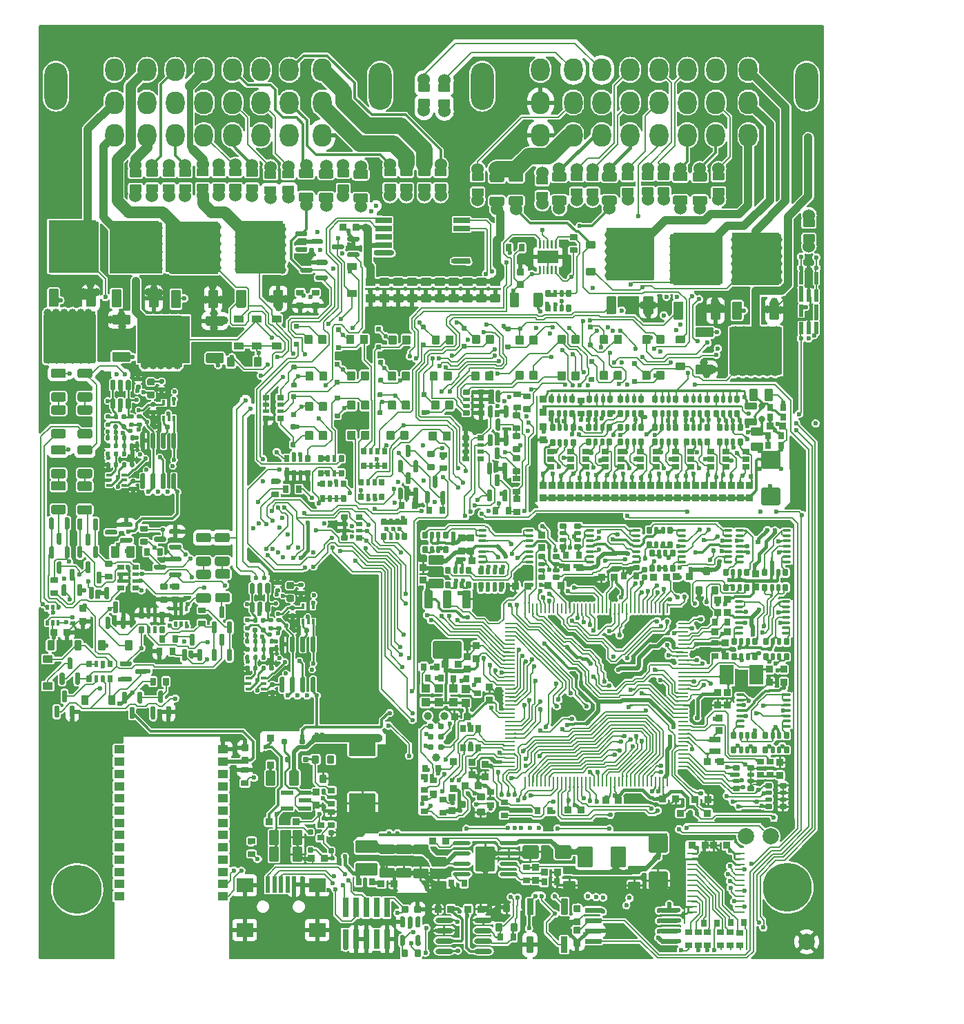
<source format=gtl>
G75*
G70*
%OFA0B0*%
%FSLAX25Y25*%
%IPPOS*%
%LPD*%
%AMOC8*
5,1,8,0,0,1.08239X$1,22.5*
%
%AMM115*
21,1,0.070870,0.036220,-0.000000,0.000000,90.000000*
21,1,0.061810,0.045280,-0.000000,0.000000,90.000000*
1,1,0.009060,0.018110,0.030910*
1,1,0.009060,0.018110,-0.030910*
1,1,0.009060,-0.018110,-0.030910*
1,1,0.009060,-0.018110,0.030910*
%
%AMM116*
21,1,0.033470,0.026770,-0.000000,0.000000,270.000000*
21,1,0.026770,0.033470,-0.000000,0.000000,270.000000*
1,1,0.006690,-0.013390,-0.013390*
1,1,0.006690,-0.013390,0.013390*
1,1,0.006690,0.013390,0.013390*
1,1,0.006690,0.013390,-0.013390*
%
%AMM117*
21,1,0.035430,0.030320,-0.000000,0.000000,180.000000*
21,1,0.028350,0.037400,-0.000000,0.000000,180.000000*
1,1,0.007090,-0.014170,0.015160*
1,1,0.007090,0.014170,0.015160*
1,1,0.007090,0.014170,-0.015160*
1,1,0.007090,-0.014170,-0.015160*
%
%AMM118*
21,1,0.021650,0.052760,-0.000000,0.000000,90.000000*
21,1,0.017320,0.057090,-0.000000,0.000000,90.000000*
1,1,0.004330,0.026380,0.008660*
1,1,0.004330,0.026380,-0.008660*
1,1,0.004330,-0.026380,-0.008660*
1,1,0.004330,-0.026380,0.008660*
%
%AMM119*
21,1,0.094490,0.111020,-0.000000,0.000000,270.000000*
21,1,0.075590,0.129920,-0.000000,0.000000,270.000000*
1,1,0.018900,-0.055510,-0.037800*
1,1,0.018900,-0.055510,0.037800*
1,1,0.018900,0.055510,0.037800*
1,1,0.018900,0.055510,-0.037800*
%
%AMM120*
21,1,0.023620,0.018900,-0.000000,0.000000,0.000000*
21,1,0.018900,0.023620,-0.000000,0.000000,0.000000*
1,1,0.004720,0.009450,-0.009450*
1,1,0.004720,-0.009450,-0.009450*
1,1,0.004720,-0.009450,0.009450*
1,1,0.004720,0.009450,0.009450*
%
%AMM121*
21,1,0.035830,0.026770,-0.000000,0.000000,90.000000*
21,1,0.029130,0.033470,-0.000000,0.000000,90.000000*
1,1,0.006690,0.013390,0.014570*
1,1,0.006690,0.013390,-0.014570*
1,1,0.006690,-0.013390,-0.014570*
1,1,0.006690,-0.013390,0.014570*
%
%AMM122*
21,1,0.023620,0.018900,-0.000000,0.000000,270.000000*
21,1,0.018900,0.023620,-0.000000,0.000000,270.000000*
1,1,0.004720,-0.009450,-0.009450*
1,1,0.004720,-0.009450,0.009450*
1,1,0.004720,0.009450,0.009450*
1,1,0.004720,0.009450,-0.009450*
%
%AMM123*
21,1,0.027560,0.030710,-0.000000,0.000000,90.000000*
21,1,0.022050,0.036220,-0.000000,0.000000,90.000000*
1,1,0.005510,0.015350,0.011020*
1,1,0.005510,0.015350,-0.011020*
1,1,0.005510,-0.015350,-0.011020*
1,1,0.005510,-0.015350,0.011020*
%
%AMM124*
21,1,0.033470,0.026770,-0.000000,0.000000,180.000000*
21,1,0.026770,0.033470,-0.000000,0.000000,180.000000*
1,1,0.006690,-0.013390,0.013390*
1,1,0.006690,0.013390,0.013390*
1,1,0.006690,0.013390,-0.013390*
1,1,0.006690,-0.013390,-0.013390*
%
%AMM125*
21,1,0.035830,0.026770,-0.000000,0.000000,180.000000*
21,1,0.029130,0.033470,-0.000000,0.000000,180.000000*
1,1,0.006690,-0.014570,0.013390*
1,1,0.006690,0.014570,0.013390*
1,1,0.006690,0.014570,-0.013390*
1,1,0.006690,-0.014570,-0.013390*
%
%AMM126*
21,1,0.047240,0.015750,-0.000000,0.000000,225.000000*
1,1,0.015750,0.016700,0.016700*
1,1,0.015750,-0.016700,-0.016700*
%
%AMM158*
21,1,0.039370,0.049210,-0.000000,-0.000000,270.000000*
21,1,0.031500,0.057090,-0.000000,-0.000000,270.000000*
1,1,0.007870,-0.024610,-0.015750*
1,1,0.007870,-0.024610,0.015750*
1,1,0.007870,0.024610,0.015750*
1,1,0.007870,0.024610,-0.015750*
%
%AMM159*
21,1,0.106300,0.050390,-0.000000,-0.000000,180.000000*
21,1,0.093700,0.062990,-0.000000,-0.000000,180.000000*
1,1,0.012600,-0.046850,0.025200*
1,1,0.012600,0.046850,0.025200*
1,1,0.012600,0.046850,-0.025200*
1,1,0.012600,-0.046850,-0.025200*
%
%AMM160*
21,1,0.074800,0.083460,-0.000000,-0.000000,0.000000*
21,1,0.059840,0.098430,-0.000000,-0.000000,0.000000*
1,1,0.014960,0.029920,-0.041730*
1,1,0.014960,-0.029920,-0.041730*
1,1,0.014960,-0.029920,0.041730*
1,1,0.014960,0.029920,0.041730*
%
%AMM161*
21,1,0.027560,0.030710,-0.000000,-0.000000,0.000000*
21,1,0.022050,0.036220,-0.000000,-0.000000,0.000000*
1,1,0.005510,0.011020,-0.015350*
1,1,0.005510,-0.011020,-0.015350*
1,1,0.005510,-0.011020,0.015350*
1,1,0.005510,0.011020,0.015350*
%
%AMM162*
21,1,0.033470,0.026770,-0.000000,-0.000000,0.000000*
21,1,0.026770,0.033470,-0.000000,-0.000000,0.000000*
1,1,0.006690,0.013390,-0.013390*
1,1,0.006690,-0.013390,-0.013390*
1,1,0.006690,-0.013390,0.013390*
1,1,0.006690,0.013390,0.013390*
%
%AMM163*
21,1,0.033470,0.026770,-0.000000,-0.000000,90.000000*
21,1,0.026770,0.033470,-0.000000,-0.000000,90.000000*
1,1,0.006690,0.013390,0.013390*
1,1,0.006690,0.013390,-0.013390*
1,1,0.006690,-0.013390,-0.013390*
1,1,0.006690,-0.013390,0.013390*
%
%AMM164*
21,1,0.122050,0.075590,-0.000000,-0.000000,90.000000*
21,1,0.103150,0.094490,-0.000000,-0.000000,90.000000*
1,1,0.018900,0.037800,0.051580*
1,1,0.018900,0.037800,-0.051580*
1,1,0.018900,-0.037800,-0.051580*
1,1,0.018900,-0.037800,0.051580*
%
%AMM165*
21,1,0.078740,0.053540,-0.000000,-0.000000,0.000000*
21,1,0.065350,0.066930,-0.000000,-0.000000,0.000000*
1,1,0.013390,0.032680,-0.026770*
1,1,0.013390,-0.032680,-0.026770*
1,1,0.013390,-0.032680,0.026770*
1,1,0.013390,0.032680,0.026770*
%
%AMM166*
21,1,0.070870,0.036220,-0.000000,-0.000000,0.000000*
21,1,0.061810,0.045280,-0.000000,-0.000000,0.000000*
1,1,0.009060,0.030910,-0.018110*
1,1,0.009060,-0.030910,-0.018110*
1,1,0.009060,-0.030910,0.018110*
1,1,0.009060,0.030910,0.018110*
%
%AMM167*
21,1,0.086610,0.073230,-0.000000,-0.000000,270.000000*
21,1,0.069290,0.090550,-0.000000,-0.000000,270.000000*
1,1,0.017320,-0.036610,-0.034650*
1,1,0.017320,-0.036610,0.034650*
1,1,0.017320,0.036610,0.034650*
1,1,0.017320,0.036610,-0.034650*
%
%AMM168*
21,1,0.027560,0.030710,-0.000000,-0.000000,270.000000*
21,1,0.022050,0.036220,-0.000000,-0.000000,270.000000*
1,1,0.005510,-0.015350,-0.011020*
1,1,0.005510,-0.015350,0.011020*
1,1,0.005510,0.015350,0.011020*
1,1,0.005510,0.015350,-0.011020*
%
%AMM199*
21,1,0.035430,0.050000,-0.000000,-0.000000,90.000000*
21,1,0.028350,0.057090,-0.000000,-0.000000,90.000000*
1,1,0.007090,0.025000,0.014170*
1,1,0.007090,0.025000,-0.014170*
1,1,0.007090,-0.025000,-0.014170*
1,1,0.007090,-0.025000,0.014170*
%
%AMM200*
21,1,0.086610,0.073230,-0.000000,-0.000000,90.000000*
21,1,0.069290,0.090550,-0.000000,-0.000000,90.000000*
1,1,0.017320,0.036610,0.034650*
1,1,0.017320,0.036610,-0.034650*
1,1,0.017320,-0.036610,-0.034650*
1,1,0.017320,-0.036610,0.034650*
%
%AMM201*
21,1,0.039370,0.049210,-0.000000,-0.000000,0.000000*
21,1,0.031500,0.057090,-0.000000,-0.000000,0.000000*
1,1,0.007870,0.015750,-0.024610*
1,1,0.007870,-0.015750,-0.024610*
1,1,0.007870,-0.015750,0.024610*
1,1,0.007870,0.015750,0.024610*
%
%AMM202*
21,1,0.023620,0.030710,-0.000000,-0.000000,270.000000*
21,1,0.018900,0.035430,-0.000000,-0.000000,270.000000*
1,1,0.004720,-0.015350,-0.009450*
1,1,0.004720,-0.015350,0.009450*
1,1,0.004720,0.015350,0.009450*
1,1,0.004720,0.015350,-0.009450*
%
%AMM203*
21,1,0.025590,0.026380,-0.000000,-0.000000,180.000000*
21,1,0.020470,0.031500,-0.000000,-0.000000,180.000000*
1,1,0.005120,-0.010240,0.013190*
1,1,0.005120,0.010240,0.013190*
1,1,0.005120,0.010240,-0.013190*
1,1,0.005120,-0.010240,-0.013190*
%
%AMM204*
21,1,0.017720,0.027950,-0.000000,-0.000000,180.000000*
21,1,0.014170,0.031500,-0.000000,-0.000000,180.000000*
1,1,0.003540,-0.007090,0.013980*
1,1,0.003540,0.007090,0.013980*
1,1,0.003540,0.007090,-0.013980*
1,1,0.003540,-0.007090,-0.013980*
%
%AMM205*
21,1,0.027560,0.030710,-0.000000,-0.000000,180.000000*
21,1,0.022050,0.036220,-0.000000,-0.000000,180.000000*
1,1,0.005510,-0.011020,0.015350*
1,1,0.005510,0.011020,0.015350*
1,1,0.005510,0.011020,-0.015350*
1,1,0.005510,-0.011020,-0.015350*
%
%AMM206*
21,1,0.007870,0.503940,-0.000000,-0.000000,0.000000*
21,1,0.000000,0.511810,-0.000000,-0.000000,0.000000*
1,1,0.007870,-0.000000,-0.251970*
1,1,0.007870,-0.000000,-0.251970*
1,1,0.007870,-0.000000,0.251970*
1,1,0.007870,-0.000000,0.251970*
%
%AMM207*
21,1,0.009840,0.919290,-0.000000,-0.000000,90.000000*
21,1,0.000000,0.929130,-0.000000,-0.000000,90.000000*
1,1,0.009840,0.459650,-0.000000*
1,1,0.009840,0.459650,-0.000000*
1,1,0.009840,-0.459650,-0.000000*
1,1,0.009840,-0.459650,-0.000000*
%
%AMM208*
21,1,0.007870,0.041340,-0.000000,-0.000000,180.000000*
21,1,0.000000,0.049210,-0.000000,-0.000000,180.000000*
1,1,0.007870,-0.000000,0.020670*
1,1,0.007870,-0.000000,0.020670*
1,1,0.007870,-0.000000,-0.020670*
1,1,0.007870,-0.000000,-0.020670*
%
%AMM263*
21,1,0.070870,0.036220,-0.000000,-0.000000,180.000000*
21,1,0.061810,0.045280,-0.000000,-0.000000,180.000000*
1,1,0.009060,-0.030910,0.018110*
1,1,0.009060,0.030910,0.018110*
1,1,0.009060,0.030910,-0.018110*
1,1,0.009060,-0.030910,-0.018110*
%
%AMM264*
21,1,0.027560,0.030710,-0.000000,-0.000000,90.000000*
21,1,0.022050,0.036220,-0.000000,-0.000000,90.000000*
1,1,0.005510,0.015350,0.011020*
1,1,0.005510,0.015350,-0.011020*
1,1,0.005510,-0.015350,-0.011020*
1,1,0.005510,-0.015350,0.011020*
%
%AMM265*
21,1,0.033470,0.026770,-0.000000,-0.000000,270.000000*
21,1,0.026770,0.033470,-0.000000,-0.000000,270.000000*
1,1,0.006690,-0.013390,-0.013390*
1,1,0.006690,-0.013390,0.013390*
1,1,0.006690,0.013390,0.013390*
1,1,0.006690,0.013390,-0.013390*
%
%AMM266*
21,1,0.023620,0.030710,-0.000000,-0.000000,0.000000*
21,1,0.018900,0.035430,-0.000000,-0.000000,0.000000*
1,1,0.004720,0.009450,-0.015350*
1,1,0.004720,-0.009450,-0.015350*
1,1,0.004720,-0.009450,0.015350*
1,1,0.004720,0.009450,0.015350*
%
%AMM267*
21,1,0.027560,0.018900,-0.000000,-0.000000,0.000000*
21,1,0.022840,0.023620,-0.000000,-0.000000,0.000000*
1,1,0.004720,0.011420,-0.009450*
1,1,0.004720,-0.011420,-0.009450*
1,1,0.004720,-0.011420,0.009450*
1,1,0.004720,0.011420,0.009450*
%
%AMM268*
21,1,0.137800,0.067720,-0.000000,-0.000000,180.000000*
21,1,0.120870,0.084650,-0.000000,-0.000000,180.000000*
1,1,0.016930,-0.060430,0.033860*
1,1,0.016930,0.060430,0.033860*
1,1,0.016930,0.060430,-0.033860*
1,1,0.016930,-0.060430,-0.033860*
%
%AMM269*
21,1,0.043310,0.075980,-0.000000,-0.000000,180.000000*
21,1,0.034650,0.084650,-0.000000,-0.000000,180.000000*
1,1,0.008660,-0.017320,0.037990*
1,1,0.008660,0.017320,0.037990*
1,1,0.008660,0.017320,-0.037990*
1,1,0.008660,-0.017320,-0.037990*
%
%AMM270*
21,1,0.043310,0.075990,-0.000000,-0.000000,180.000000*
21,1,0.034650,0.084650,-0.000000,-0.000000,180.000000*
1,1,0.008660,-0.017320,0.037990*
1,1,0.008660,0.017320,0.037990*
1,1,0.008660,0.017320,-0.037990*
1,1,0.008660,-0.017320,-0.037990*
%
%AMM271*
21,1,0.039370,0.035430,-0.000000,-0.000000,90.000000*
21,1,0.031500,0.043310,-0.000000,-0.000000,90.000000*
1,1,0.007870,0.017720,0.015750*
1,1,0.007870,0.017720,-0.015750*
1,1,0.007870,-0.017720,-0.015750*
1,1,0.007870,-0.017720,0.015750*
%
%AMM272*
21,1,0.035430,0.030320,-0.000000,-0.000000,90.000000*
21,1,0.028350,0.037400,-0.000000,-0.000000,90.000000*
1,1,0.007090,0.015160,0.014170*
1,1,0.007090,0.015160,-0.014170*
1,1,0.007090,-0.015160,-0.014170*
1,1,0.007090,-0.015160,0.014170*
%
%AMM273*
21,1,0.035830,0.026770,-0.000000,-0.000000,90.000000*
21,1,0.029130,0.033470,-0.000000,-0.000000,90.000000*
1,1,0.006690,0.013390,0.014570*
1,1,0.006690,0.013390,-0.014570*
1,1,0.006690,-0.013390,-0.014570*
1,1,0.006690,-0.013390,0.014570*
%
%AMM274*
21,1,0.035430,0.030320,-0.000000,-0.000000,0.000000*
21,1,0.028350,0.037400,-0.000000,-0.000000,0.000000*
1,1,0.007090,0.014170,-0.015160*
1,1,0.007090,-0.014170,-0.015160*
1,1,0.007090,-0.014170,0.015160*
1,1,0.007090,0.014170,0.015160*
%
%AMM275*
21,1,0.025590,0.026380,-0.000000,-0.000000,90.000000*
21,1,0.020470,0.031500,-0.000000,-0.000000,90.000000*
1,1,0.005120,0.013190,0.010240*
1,1,0.005120,0.013190,-0.010240*
1,1,0.005120,-0.013190,-0.010240*
1,1,0.005120,-0.013190,0.010240*
%
%AMM276*
21,1,0.017720,0.027950,-0.000000,-0.000000,90.000000*
21,1,0.014170,0.031500,-0.000000,-0.000000,90.000000*
1,1,0.003540,0.013980,0.007090*
1,1,0.003540,0.013980,-0.007090*
1,1,0.003540,-0.013980,-0.007090*
1,1,0.003540,-0.013980,0.007090*
%
%AMM277*
21,1,0.027560,0.049610,-0.000000,-0.000000,90.000000*
21,1,0.022050,0.055120,-0.000000,-0.000000,90.000000*
1,1,0.005510,0.024800,0.011020*
1,1,0.005510,0.024800,-0.011020*
1,1,0.005510,-0.024800,-0.011020*
1,1,0.005510,-0.024800,0.011020*
%
%AMM278*
21,1,0.035830,0.026770,-0.000000,-0.000000,0.000000*
21,1,0.029130,0.033470,-0.000000,-0.000000,0.000000*
1,1,0.006690,0.014570,-0.013390*
1,1,0.006690,-0.014570,-0.013390*
1,1,0.006690,-0.014570,0.013390*
1,1,0.006690,0.014570,0.013390*
%
%AMM279*
21,1,0.007870,0.029130,-0.000000,-0.000000,45.000000*
21,1,0.000000,0.037010,-0.000000,-0.000000,45.000000*
1,1,0.007870,0.010300,-0.010300*
1,1,0.007870,0.010300,-0.010300*
1,1,0.007870,-0.010300,0.010300*
1,1,0.007870,-0.010300,0.010300*
%
%AMM280*
21,1,0.007870,0.014960,-0.000000,-0.000000,315.000000*
21,1,0.000000,0.022840,-0.000000,-0.000000,315.000000*
1,1,0.007870,-0.005290,-0.005290*
1,1,0.007870,-0.005290,-0.005290*
1,1,0.007870,0.005290,0.005290*
1,1,0.007870,0.005290,0.005290*
%
%AMM281*
21,1,0.007870,0.013780,-0.000000,-0.000000,225.000000*
21,1,0.000000,0.021650,-0.000000,-0.000000,225.000000*
1,1,0.007870,-0.004870,0.004870*
1,1,0.007870,-0.004870,0.004870*
1,1,0.007870,0.004870,-0.004870*
1,1,0.007870,0.004870,-0.004870*
%
%AMM282*
21,1,0.007870,0.039370,-0.000000,-0.000000,225.000000*
21,1,0.000000,0.047240,-0.000000,-0.000000,225.000000*
1,1,0.007870,-0.013920,0.013920*
1,1,0.007870,-0.013920,0.013920*
1,1,0.007870,0.013920,-0.013920*
1,1,0.007870,0.013920,-0.013920*
%
%AMM283*
21,1,0.007870,0.055120,-0.000000,-0.000000,90.000000*
21,1,0.000000,0.062990,-0.000000,-0.000000,90.000000*
1,1,0.007870,0.027560,-0.000000*
1,1,0.007870,0.027560,-0.000000*
1,1,0.007870,-0.027560,-0.000000*
1,1,0.007870,-0.027560,-0.000000*
%
%AMM284*
21,1,0.007870,0.023620,-0.000000,-0.000000,135.000000*
21,1,0.000000,0.031500,-0.000000,-0.000000,135.000000*
1,1,0.007870,0.008350,0.008350*
1,1,0.007870,0.008350,0.008350*
1,1,0.007870,-0.008350,-0.008350*
1,1,0.007870,-0.008350,-0.008350*
%
%AMM285*
21,1,0.007870,1.704720,-0.000000,-0.000000,90.000000*
21,1,0.000000,1.712600,-0.000000,-0.000000,90.000000*
1,1,0.007870,0.852360,-0.000000*
1,1,0.007870,0.852360,-0.000000*
1,1,0.007870,-0.852360,-0.000000*
1,1,0.007870,-0.852360,-0.000000*
%
%AMM286*
21,1,0.007870,1.405510,-0.000000,-0.000000,0.000000*
21,1,0.000000,1.413390,-0.000000,-0.000000,0.000000*
1,1,0.007870,-0.000000,-0.702760*
1,1,0.007870,-0.000000,-0.702760*
1,1,0.007870,-0.000000,0.702760*
1,1,0.007870,-0.000000,0.702760*
%
%AMM287*
21,1,0.007870,1.787400,-0.000000,-0.000000,90.000000*
21,1,0.000000,1.795280,-0.000000,-0.000000,90.000000*
1,1,0.007870,0.893700,-0.000000*
1,1,0.007870,0.893700,-0.000000*
1,1,0.007870,-0.893700,-0.000000*
1,1,0.007870,-0.893700,-0.000000*
%
%AMM288*
21,1,0.007870,1.416930,-0.000000,-0.000000,0.000000*
21,1,0.000000,1.424800,-0.000000,-0.000000,0.000000*
1,1,0.007870,-0.000000,-0.708470*
1,1,0.007870,-0.000000,-0.708470*
1,1,0.007870,-0.000000,0.708470*
1,1,0.007870,-0.000000,0.708470*
%
%AMM289*
21,1,0.009840,0.017720,-0.000000,-0.000000,0.000000*
21,1,0.000000,0.027560,-0.000000,-0.000000,0.000000*
1,1,0.009840,-0.000000,-0.008860*
1,1,0.009840,-0.000000,-0.008860*
1,1,0.009840,-0.000000,0.008860*
1,1,0.009840,-0.000000,0.008860*
%
%AMM312*
21,1,0.033470,0.026770,-0.000000,-0.000000,180.000000*
21,1,0.026770,0.033470,-0.000000,-0.000000,180.000000*
1,1,0.006690,-0.013390,0.013390*
1,1,0.006690,0.013390,0.013390*
1,1,0.006690,0.013390,-0.013390*
1,1,0.006690,-0.013390,-0.013390*
%
%AMM314*
21,1,0.021650,0.052760,-0.000000,0.000000,0.000000*
21,1,0.017320,0.057090,-0.000000,0.000000,0.000000*
1,1,0.004330,0.008660,-0.026380*
1,1,0.004330,-0.008660,-0.026380*
1,1,0.004330,-0.008660,0.026380*
1,1,0.004330,0.008660,0.026380*
%
%AMM44*
21,1,0.033470,0.026770,0.000000,0.000000,0.000000*
21,1,0.026770,0.033470,0.000000,0.000000,0.000000*
1,1,0.006690,0.013390,-0.013390*
1,1,0.006690,-0.013390,-0.013390*
1,1,0.006690,-0.013390,0.013390*
1,1,0.006690,0.013390,0.013390*
%
%AMM45*
21,1,0.027560,0.030710,0.000000,0.000000,270.000000*
21,1,0.022050,0.036220,0.000000,0.000000,270.000000*
1,1,0.005510,-0.015350,-0.011020*
1,1,0.005510,-0.015350,0.011020*
1,1,0.005510,0.015350,0.011020*
1,1,0.005510,0.015350,-0.011020*
%
%AMM46*
21,1,0.015750,0.009840,0.000000,0.000000,45.000000*
1,1,0.009840,-0.005570,-0.005570*
1,1,0.009840,0.005570,0.005570*
%
%AMM9*
21,1,0.027560,0.030710,0.000000,0.000000,0.000000*
21,1,0.022050,0.036220,0.000000,0.000000,0.000000*
1,1,0.005510,0.011020,-0.015350*
1,1,0.005510,-0.011020,-0.015350*
1,1,0.005510,-0.011020,0.015350*
1,1,0.005510,0.011020,0.015350*
%
%ADD10O,0.00984X0.40157*%
%ADD103O,0.03937X0.01968*%
%ADD109C,0.01968*%
%ADD11O,0.22835X0.00984*%
%ADD12O,0.00787X0.01575*%
%ADD129O,0.08661X0.01968*%
%ADD13C,0.02362*%
%ADD135O,0.01968X0.03937*%
%ADD136O,0.01968X0.11811*%
%ADD137O,0.01575X0.28347*%
%ADD14C,0.06000*%
%ADD15C,0.23622*%
%ADD150R,0.02559X0.01575*%
%ADD156R,0.01575X0.02559*%
%ADD158O,0.04961X0.00984*%
%ADD159M44*%
%ADD16C,0.07874*%
%ADD160M45*%
%ADD161M46*%
%ADD162O,0.00984X0.40158*%
%ADD17R,0.22835X0.25197*%
%ADD18O,0.11024X0.22835*%
%ADD189O,0.05118X0.00866*%
%ADD19O,0.09055X0.11024*%
%ADD190O,0.00866X0.05118*%
%ADD195O,0.04331X0.01181*%
%ADD198R,0.06693X0.09449*%
%ADD20R,0.01969X0.07874*%
%ADD21R,0.07874X0.06693*%
%ADD216R,0.01968X0.01968*%
%ADD217C,0.03100*%
%ADD218C,0.03900*%
%ADD22R,0.25197X0.22835*%
%ADD23R,0.07874X0.02559*%
%ADD24R,0.17717X0.31890*%
%ADD243O,0.08661X0.02362*%
%ADD244O,0.01968X0.00984*%
%ADD245O,0.00984X0.01968*%
%ADD25O,0.00787X0.22323*%
%ADD252C,0.01850*%
%ADD259M115*%
%ADD26O,0.43701X0.00787*%
%ADD260M116*%
%ADD261M117*%
%ADD262M118*%
%ADD263M119*%
%ADD264M120*%
%ADD265M121*%
%ADD266M122*%
%ADD267M123*%
%ADD268M124*%
%ADD269M125*%
%ADD27O,0.01969X0.00984*%
%ADD270O,0.34429X0.03937*%
%ADD271O,0.36221X0.00787*%
%ADD272O,0.01968X0.00787*%
%ADD273M126*%
%ADD28O,0.00787X0.26772*%
%ADD29O,0.38583X0.01575*%
%ADD30O,0.00984X0.01969*%
%ADD31O,0.01969X0.03937*%
%ADD314M158*%
%ADD315M159*%
%ADD316M160*%
%ADD317M161*%
%ADD318M162*%
%ADD319M163*%
%ADD32O,0.34428X0.03937*%
%ADD320M164*%
%ADD321M165*%
%ADD322M166*%
%ADD323M167*%
%ADD324M168*%
%ADD33O,0.01575X0.35433*%
%ADD34O,0.21260X0.01575*%
%ADD35O,0.00787X0.25591*%
%ADD355M199*%
%ADD356M200*%
%ADD357M201*%
%ADD358M202*%
%ADD359M203*%
%ADD36O,0.00787X0.54331*%
%ADD360M204*%
%ADD361M205*%
%ADD362M206*%
%ADD363M207*%
%ADD364M208*%
%ADD37O,0.01969X0.00787*%
%ADD38O,0.36220X0.00787*%
%ADD39R,0.24350X0.00984*%
%ADD40R,0.00984X0.56201*%
%ADD41R,0.00984X0.59449*%
%ADD42R,0.04390X0.00984*%
%ADD423M263*%
%ADD424M264*%
%ADD425M265*%
%ADD426M266*%
%ADD427M267*%
%ADD428M268*%
%ADD429M269*%
%ADD43R,0.20374X0.00984*%
%ADD430M270*%
%ADD431M271*%
%ADD432M272*%
%ADD433M273*%
%ADD434M274*%
%ADD435M275*%
%ADD436M276*%
%ADD437M277*%
%ADD438M278*%
%ADD439M279*%
%ADD44R,0.10236X0.05906*%
%ADD440M280*%
%ADD441M281*%
%ADD442M282*%
%ADD443M283*%
%ADD444M284*%
%ADD445M285*%
%ADD446M286*%
%ADD447M287*%
%ADD448M288*%
%ADD449M289*%
%ADD45R,0.05118X0.03937*%
%ADD46O,0.00787X0.36614*%
%ADD47O,0.04724X0.00787*%
%ADD478M312*%
%ADD48O,0.19685X0.01575*%
%ADD480M314*%
%ADD481O,0.04823X0.00787*%
%ADD49O,0.01575X0.28346*%
%ADD50O,1.18110X0.01575*%
%ADD51O,0.03937X0.01969*%
%ADD52O,0.00787X0.12205*%
%ADD53O,0.01969X0.11811*%
%ADD54O,1.39370X0.01575*%
%ADD55R,0.02913X0.09449*%
%ADD56C,0.03937*%
%ADD57C,0.05906*%
%ADD58C,0.00787*%
%ADD59C,0.02000*%
%ADD60C,0.01575*%
%ADD61C,0.01969*%
%ADD62C,0.01181*%
%ADD63C,0.00800*%
%ADD64C,0.05118*%
%ADD65C,0.04724*%
%ADD66C,0.05512*%
%ADD67C,0.03150*%
%ADD75C,0.00984*%
%ADD97M9*%
X0000000Y0000000D02*
%LPD*%
G01*
G36*
G01*
X0178642Y0329134D02*
X0182776Y0329134D01*
G75*
G02*
X0183169Y0328740I0000000J-000394D01*
G01*
X0183169Y0325591D01*
G75*
G02*
X0182776Y0325197I-000394J0000000D01*
G01*
X0178642Y0325197D01*
G75*
G02*
X0178248Y0325591I0000000J0000394D01*
G01*
X0178248Y0328740D01*
G75*
G02*
X0178642Y0329134I0000394J0000000D01*
G01*
G37*
G36*
G01*
X0178642Y0321260D02*
X0182776Y0321260D01*
G75*
G02*
X0183169Y0320866I0000000J-000394D01*
G01*
X0183169Y0317717D01*
G75*
G02*
X0182776Y0317323I-000394J0000000D01*
G01*
X0178642Y0317323D01*
G75*
G02*
X0178248Y0317717I0000000J0000394D01*
G01*
X0178248Y0320866D01*
G75*
G02*
X0178642Y0321260I0000394J0000000D01*
G01*
G37*
D10*
X0312126Y0037402D03*
D11*
X0324379Y0058071D03*
G36*
G01*
X0311811Y0056576D02*
X0311811Y0056576D01*
G75*
G02*
X0311811Y0057272I0000348J0000348D01*
G01*
X0312925Y0058385D01*
G75*
G02*
X0313621Y0058385I0000348J-000348D01*
G01*
X0313621Y0058385D01*
G75*
G02*
X0313621Y0057689I-000348J-000348D01*
G01*
X0312507Y0056576D01*
G75*
G02*
X0311811Y0056576I-000348J0000348D01*
G01*
G37*
D12*
X0342145Y0005415D03*
X0339153Y0005415D03*
X0334527Y0005415D03*
X0329901Y0005415D03*
X0326594Y0005415D03*
X0323641Y0005415D03*
X0319015Y0005415D03*
X0314389Y0005415D03*
D13*
X0334232Y0045177D03*
X0341456Y0043504D03*
X0333385Y0041339D03*
X0334232Y0037894D03*
X0334527Y0034547D03*
X0341456Y0033268D03*
X0336299Y0028150D03*
X0341456Y0025591D03*
X0318129Y0053839D03*
X0334173Y0052657D03*
G36*
G01*
X0098858Y0294508D02*
X0094843Y0294508D01*
G75*
G02*
X0094488Y0294862I0000000J0000354D01*
G01*
X0094488Y0297697D01*
G75*
G02*
X0094843Y0298051I0000354J0000000D01*
G01*
X0098858Y0298051D01*
G75*
G02*
X0099213Y0297697I0000000J-000354D01*
G01*
X0099213Y0294862D01*
G75*
G02*
X0098858Y0294508I-000354J0000000D01*
G01*
G37*
G36*
G01*
X0098858Y0307500D02*
X0094843Y0307500D01*
G75*
G02*
X0094488Y0307854I0000000J0000354D01*
G01*
X0094488Y0310689D01*
G75*
G02*
X0094843Y0311043I0000354J0000000D01*
G01*
X0098858Y0311043D01*
G75*
G02*
X0099213Y0310689I0000000J-000354D01*
G01*
X0099213Y0307854D01*
G75*
G02*
X0098858Y0307500I-000354J0000000D01*
G01*
G37*
G36*
G01*
X0304626Y0368898D02*
X0299705Y0368898D01*
G75*
G02*
X0299311Y0369291I0000000J0000394D01*
G01*
X0299311Y0372441D01*
G75*
G02*
X0299705Y0372835I0000394J0000000D01*
G01*
X0304626Y0372835D01*
G75*
G02*
X0305020Y0372441I0000000J-000394D01*
G01*
X0305020Y0369291D01*
G75*
G02*
X0304626Y0368898I-000394J0000000D01*
G01*
G37*
D14*
X0302165Y0367106D03*
G36*
G01*
X0304626Y0376378D02*
X0299705Y0376378D01*
G75*
G02*
X0299311Y0376772I0000000J0000394D01*
G01*
X0299311Y0379921D01*
G75*
G02*
X0299705Y0380315I0000394J0000000D01*
G01*
X0304626Y0380315D01*
G75*
G02*
X0305020Y0379921I0000000J-000394D01*
G01*
X0305020Y0376772D01*
G75*
G02*
X0304626Y0376378I-000394J0000000D01*
G01*
G37*
X0302165Y0382106D03*
G36*
G01*
X0261772Y0016634D02*
X0259094Y0016634D01*
G75*
G02*
X0258760Y0016968I0000000J0000335D01*
G01*
X0258760Y0019646D01*
G75*
G02*
X0259094Y0019980I0000335J0000000D01*
G01*
X0261772Y0019980D01*
G75*
G02*
X0262106Y0019646I0000000J-000335D01*
G01*
X0262106Y0016968D01*
G75*
G02*
X0261772Y0016634I-000335J0000000D01*
G01*
G37*
G36*
G01*
X0261772Y0022854D02*
X0259094Y0022854D01*
G75*
G02*
X0258760Y0023189I0000000J0000335D01*
G01*
X0258760Y0025866D01*
G75*
G02*
X0259094Y0026201I0000335J0000000D01*
G01*
X0261772Y0026201D01*
G75*
G02*
X0262106Y0025866I0000000J-000335D01*
G01*
X0262106Y0023189D01*
G75*
G02*
X0261772Y0022854I-000335J0000000D01*
G01*
G37*
G36*
G01*
X0049646Y0209449D02*
X0052717Y0209449D01*
G75*
G02*
X0052992Y0209173I0000000J-000276D01*
G01*
X0052992Y0206969D01*
G75*
G02*
X0052717Y0206693I-000276J0000000D01*
G01*
X0049646Y0206693D01*
G75*
G02*
X0049370Y0206969I0000000J0000276D01*
G01*
X0049370Y0209173D01*
G75*
G02*
X0049646Y0209449I0000276J0000000D01*
G01*
G37*
G36*
G01*
X0049646Y0203150D02*
X0052717Y0203150D01*
G75*
G02*
X0052992Y0202874I0000000J-000276D01*
G01*
X0052992Y0200669D01*
G75*
G02*
X0052717Y0200394I-000276J0000000D01*
G01*
X0049646Y0200394D01*
G75*
G02*
X0049370Y0200669I0000000J0000276D01*
G01*
X0049370Y0202874D01*
G75*
G02*
X0049646Y0203150I0000276J0000000D01*
G01*
G37*
G36*
G01*
X0101614Y0058661D02*
X0104685Y0058661D01*
G75*
G02*
X0104961Y0058386I0000000J-000276D01*
G01*
X0104961Y0056181D01*
G75*
G02*
X0104685Y0055906I-000276J0000000D01*
G01*
X0101614Y0055906D01*
G75*
G02*
X0101339Y0056181I0000000J0000276D01*
G01*
X0101339Y0058386D01*
G75*
G02*
X0101614Y0058661I0000276J0000000D01*
G01*
G37*
G36*
G01*
X0101614Y0052362D02*
X0104685Y0052362D01*
G75*
G02*
X0104961Y0052087I0000000J-000276D01*
G01*
X0104961Y0049882D01*
G75*
G02*
X0104685Y0049606I-000276J0000000D01*
G01*
X0101614Y0049606D01*
G75*
G02*
X0101339Y0049882I0000000J0000276D01*
G01*
X0101339Y0052087D01*
G75*
G02*
X0101614Y0052362I0000276J0000000D01*
G01*
G37*
G36*
G01*
X0136220Y0221319D02*
X0136220Y0223957D01*
G75*
G02*
X0136476Y0224213I0000256J0000000D01*
G01*
X0138524Y0224213D01*
G75*
G02*
X0138780Y0223957I0000000J-000256D01*
G01*
X0138780Y0221319D01*
G75*
G02*
X0138524Y0221063I-000256J0000000D01*
G01*
X0136476Y0221063D01*
G75*
G02*
X0136220Y0221319I0000000J0000256D01*
G01*
G37*
G36*
G01*
X0140059Y0221240D02*
X0140059Y0224035D01*
G75*
G02*
X0140236Y0224213I0000177J0000000D01*
G01*
X0141654Y0224213D01*
G75*
G02*
X0141831Y0224035I0000000J-000177D01*
G01*
X0141831Y0221240D01*
G75*
G02*
X0141654Y0221063I-000177J0000000D01*
G01*
X0140236Y0221063D01*
G75*
G02*
X0140059Y0221240I0000000J0000177D01*
G01*
G37*
G36*
G01*
X0143209Y0221240D02*
X0143209Y0224035D01*
G75*
G02*
X0143386Y0224213I0000177J0000000D01*
G01*
X0144803Y0224213D01*
G75*
G02*
X0144980Y0224035I0000000J-000177D01*
G01*
X0144980Y0221240D01*
G75*
G02*
X0144803Y0221063I-000177J0000000D01*
G01*
X0143386Y0221063D01*
G75*
G02*
X0143209Y0221240I0000000J0000177D01*
G01*
G37*
G36*
G01*
X0146260Y0221319D02*
X0146260Y0223957D01*
G75*
G02*
X0146516Y0224213I0000256J0000000D01*
G01*
X0148563Y0224213D01*
G75*
G02*
X0148819Y0223957I0000000J-000256D01*
G01*
X0148819Y0221319D01*
G75*
G02*
X0148563Y0221063I-000256J0000000D01*
G01*
X0146516Y0221063D01*
G75*
G02*
X0146260Y0221319I0000000J0000256D01*
G01*
G37*
G36*
G01*
X0146260Y0228406D02*
X0146260Y0231043D01*
G75*
G02*
X0146516Y0231299I0000256J0000000D01*
G01*
X0148563Y0231299D01*
G75*
G02*
X0148819Y0231043I0000000J-000256D01*
G01*
X0148819Y0228406D01*
G75*
G02*
X0148563Y0228150I-000256J0000000D01*
G01*
X0146516Y0228150D01*
G75*
G02*
X0146260Y0228406I0000000J0000256D01*
G01*
G37*
G36*
G01*
X0143209Y0228327D02*
X0143209Y0231122D01*
G75*
G02*
X0143386Y0231299I0000177J0000000D01*
G01*
X0144803Y0231299D01*
G75*
G02*
X0144980Y0231122I0000000J-000177D01*
G01*
X0144980Y0228327D01*
G75*
G02*
X0144803Y0228150I-000177J0000000D01*
G01*
X0143386Y0228150D01*
G75*
G02*
X0143209Y0228327I0000000J0000177D01*
G01*
G37*
G36*
G01*
X0140059Y0228327D02*
X0140059Y0231122D01*
G75*
G02*
X0140236Y0231299I0000177J0000000D01*
G01*
X0141654Y0231299D01*
G75*
G02*
X0141831Y0231122I0000000J-000177D01*
G01*
X0141831Y0228327D01*
G75*
G02*
X0141654Y0228150I-000177J0000000D01*
G01*
X0140236Y0228150D01*
G75*
G02*
X0140059Y0228327I0000000J0000177D01*
G01*
G37*
G36*
G01*
X0136220Y0228406D02*
X0136220Y0231043D01*
G75*
G02*
X0136476Y0231299I0000256J0000000D01*
G01*
X0138524Y0231299D01*
G75*
G02*
X0138780Y0231043I0000000J-000256D01*
G01*
X0138780Y0228406D01*
G75*
G02*
X0138524Y0228150I-000256J0000000D01*
G01*
X0136476Y0228150D01*
G75*
G02*
X0136220Y0228406I0000000J0000256D01*
G01*
G37*
G36*
G01*
X0199409Y0254528D02*
X0199409Y0250984D01*
G75*
G02*
X0199016Y0250591I-000394J0000000D01*
G01*
X0195866Y0250591D01*
G75*
G02*
X0195472Y0250984I0000000J0000394D01*
G01*
X0195472Y0254528D01*
G75*
G02*
X0195866Y0254921I0000394J0000000D01*
G01*
X0199016Y0254921D01*
G75*
G02*
X0199409Y0254528I0000000J-000394D01*
G01*
G37*
G36*
G01*
X0192717Y0254528D02*
X0192717Y0250984D01*
G75*
G02*
X0192323Y0250591I-000394J0000000D01*
G01*
X0189173Y0250591D01*
G75*
G02*
X0188780Y0250984I0000000J0000394D01*
G01*
X0188780Y0254528D01*
G75*
G02*
X0189173Y0254921I0000394J0000000D01*
G01*
X0192323Y0254921D01*
G75*
G02*
X0192717Y0254528I0000000J-000394D01*
G01*
G37*
G36*
G01*
X0215295Y0262598D02*
X0212657Y0262598D01*
G75*
G02*
X0212402Y0262854I0000000J0000256D01*
G01*
X0212402Y0264902D01*
G75*
G02*
X0212657Y0265157I0000256J0000000D01*
G01*
X0215295Y0265157D01*
G75*
G02*
X0215551Y0264902I0000000J-000256D01*
G01*
X0215551Y0262854D01*
G75*
G02*
X0215295Y0262598I-000256J0000000D01*
G01*
G37*
G36*
G01*
X0215374Y0266437D02*
X0212579Y0266437D01*
G75*
G02*
X0212402Y0266614I0000000J0000177D01*
G01*
X0212402Y0268031D01*
G75*
G02*
X0212579Y0268209I0000177J0000000D01*
G01*
X0215374Y0268209D01*
G75*
G02*
X0215551Y0268031I0000000J-000177D01*
G01*
X0215551Y0266614D01*
G75*
G02*
X0215374Y0266437I-000177J0000000D01*
G01*
G37*
G36*
G01*
X0215374Y0269587D02*
X0212579Y0269587D01*
G75*
G02*
X0212402Y0269764I0000000J0000177D01*
G01*
X0212402Y0271181D01*
G75*
G02*
X0212579Y0271358I0000177J0000000D01*
G01*
X0215374Y0271358D01*
G75*
G02*
X0215551Y0271181I0000000J-000177D01*
G01*
X0215551Y0269764D01*
G75*
G02*
X0215374Y0269587I-000177J0000000D01*
G01*
G37*
G36*
G01*
X0215295Y0272638D02*
X0212657Y0272638D01*
G75*
G02*
X0212402Y0272894I0000000J0000256D01*
G01*
X0212402Y0274941D01*
G75*
G02*
X0212657Y0275197I0000256J0000000D01*
G01*
X0215295Y0275197D01*
G75*
G02*
X0215551Y0274941I0000000J-000256D01*
G01*
X0215551Y0272894D01*
G75*
G02*
X0215295Y0272638I-000256J0000000D01*
G01*
G37*
G36*
G01*
X0208209Y0272638D02*
X0205571Y0272638D01*
G75*
G02*
X0205315Y0272894I0000000J0000256D01*
G01*
X0205315Y0274941D01*
G75*
G02*
X0205571Y0275197I0000256J0000000D01*
G01*
X0208209Y0275197D01*
G75*
G02*
X0208465Y0274941I0000000J-000256D01*
G01*
X0208465Y0272894D01*
G75*
G02*
X0208209Y0272638I-000256J0000000D01*
G01*
G37*
G36*
G01*
X0208287Y0269587D02*
X0205492Y0269587D01*
G75*
G02*
X0205315Y0269764I0000000J0000177D01*
G01*
X0205315Y0271181D01*
G75*
G02*
X0205492Y0271358I0000177J0000000D01*
G01*
X0208287Y0271358D01*
G75*
G02*
X0208465Y0271181I0000000J-000177D01*
G01*
X0208465Y0269764D01*
G75*
G02*
X0208287Y0269587I-000177J0000000D01*
G01*
G37*
G36*
G01*
X0208287Y0266437D02*
X0205492Y0266437D01*
G75*
G02*
X0205315Y0266614I0000000J0000177D01*
G01*
X0205315Y0268031D01*
G75*
G02*
X0205492Y0268209I0000177J0000000D01*
G01*
X0208287Y0268209D01*
G75*
G02*
X0208465Y0268031I0000000J-000177D01*
G01*
X0208465Y0266614D01*
G75*
G02*
X0208287Y0266437I-000177J0000000D01*
G01*
G37*
G36*
G01*
X0208209Y0262598D02*
X0205571Y0262598D01*
G75*
G02*
X0205315Y0262854I0000000J0000256D01*
G01*
X0205315Y0264902D01*
G75*
G02*
X0205571Y0265157I0000256J0000000D01*
G01*
X0208209Y0265157D01*
G75*
G02*
X0208465Y0264902I0000000J-000256D01*
G01*
X0208465Y0262854D01*
G75*
G02*
X0208209Y0262598I-000256J0000000D01*
G01*
G37*
G36*
G01*
X0265551Y0295715D02*
X0265551Y0297604D01*
G75*
G02*
X0265787Y0297841I0000236J0000000D01*
G01*
X0267677Y0297841D01*
G75*
G02*
X0267913Y0297604I0000000J-000236D01*
G01*
X0267913Y0295715D01*
G75*
G02*
X0267677Y0295478I-000236J0000000D01*
G01*
X0265787Y0295478D01*
G75*
G02*
X0265551Y0295715I0000000J0000236D01*
G01*
G37*
G36*
G01*
X0265551Y0304376D02*
X0265551Y0306266D01*
G75*
G02*
X0265787Y0306502I0000236J0000000D01*
G01*
X0267677Y0306502D01*
G75*
G02*
X0267913Y0306266I0000000J-000236D01*
G01*
X0267913Y0304376D01*
G75*
G02*
X0267677Y0304140I-000236J0000000D01*
G01*
X0265787Y0304140D01*
G75*
G02*
X0265551Y0304376I0000000J0000236D01*
G01*
G37*
G36*
G01*
X0098661Y0104075D02*
X0101339Y0104075D01*
G75*
G02*
X0101673Y0103740I0000000J-000335D01*
G01*
X0101673Y0101063D01*
G75*
G02*
X0101339Y0100728I-000335J0000000D01*
G01*
X0098661Y0100728D01*
G75*
G02*
X0098327Y0101063I0000000J0000335D01*
G01*
X0098327Y0103740D01*
G75*
G02*
X0098661Y0104075I0000335J0000000D01*
G01*
G37*
G36*
G01*
X0098661Y0097854D02*
X0101339Y0097854D01*
G75*
G02*
X0101673Y0097520I0000000J-000335D01*
G01*
X0101673Y0094843D01*
G75*
G02*
X0101339Y0094508I-000335J0000000D01*
G01*
X0098661Y0094508D01*
G75*
G02*
X0098327Y0094843I0000000J0000335D01*
G01*
X0098327Y0097520D01*
G75*
G02*
X0098661Y0097854I0000335J0000000D01*
G01*
G37*
G36*
G01*
X0124606Y0272795D02*
X0124606Y0270906D01*
G75*
G02*
X0124370Y0270669I-000236J0000000D01*
G01*
X0122480Y0270669D01*
G75*
G02*
X0122244Y0270906I0000000J0000236D01*
G01*
X0122244Y0272795D01*
G75*
G02*
X0122480Y0273031I0000236J0000000D01*
G01*
X0124370Y0273031D01*
G75*
G02*
X0124606Y0272795I0000000J-000236D01*
G01*
G37*
G36*
G01*
X0124606Y0264134D02*
X0124606Y0262244D01*
G75*
G02*
X0124370Y0262008I-000236J0000000D01*
G01*
X0122480Y0262008D01*
G75*
G02*
X0122244Y0262244I0000000J0000236D01*
G01*
X0122244Y0264134D01*
G75*
G02*
X0122480Y0264370I0000236J0000000D01*
G01*
X0124370Y0264370D01*
G75*
G02*
X0124606Y0264134I0000000J-000236D01*
G01*
G37*
G36*
G01*
X0229567Y0243504D02*
X0232638Y0243504D01*
G75*
G02*
X0232913Y0243228I0000000J-000276D01*
G01*
X0232913Y0241024D01*
G75*
G02*
X0232638Y0240748I-000276J0000000D01*
G01*
X0229567Y0240748D01*
G75*
G02*
X0229291Y0241024I0000000J0000276D01*
G01*
X0229291Y0243228D01*
G75*
G02*
X0229567Y0243504I0000276J0000000D01*
G01*
G37*
G36*
G01*
X0229567Y0237205D02*
X0232638Y0237205D01*
G75*
G02*
X0232913Y0236929I0000000J-000276D01*
G01*
X0232913Y0234724D01*
G75*
G02*
X0232638Y0234449I-000276J0000000D01*
G01*
X0229567Y0234449D01*
G75*
G02*
X0229291Y0234724I0000000J0000276D01*
G01*
X0229291Y0236929D01*
G75*
G02*
X0229567Y0237205I0000276J0000000D01*
G01*
G37*
G36*
G01*
X0067717Y0156457D02*
X0067717Y0153386D01*
G75*
G02*
X0067441Y0153110I-000276J0000000D01*
G01*
X0065236Y0153110D01*
G75*
G02*
X0064961Y0153386I0000000J0000276D01*
G01*
X0064961Y0156457D01*
G75*
G02*
X0065236Y0156732I0000276J0000000D01*
G01*
X0067441Y0156732D01*
G75*
G02*
X0067717Y0156457I0000000J-000276D01*
G01*
G37*
G36*
G01*
X0061417Y0156457D02*
X0061417Y0153386D01*
G75*
G02*
X0061142Y0153110I-000276J0000000D01*
G01*
X0058937Y0153110D01*
G75*
G02*
X0058661Y0153386I0000000J0000276D01*
G01*
X0058661Y0156457D01*
G75*
G02*
X0058937Y0156732I0000276J0000000D01*
G01*
X0061142Y0156732D01*
G75*
G02*
X0061417Y0156457I0000000J-000276D01*
G01*
G37*
G36*
G01*
X0132520Y0323425D02*
X0135591Y0323425D01*
G75*
G02*
X0135866Y0323150I0000000J-000276D01*
G01*
X0135866Y0320945D01*
G75*
G02*
X0135591Y0320669I-000276J0000000D01*
G01*
X0132520Y0320669D01*
G75*
G02*
X0132244Y0320945I0000000J0000276D01*
G01*
X0132244Y0323150D01*
G75*
G02*
X0132520Y0323425I0000276J0000000D01*
G01*
G37*
G36*
G01*
X0132520Y0317126D02*
X0135591Y0317126D01*
G75*
G02*
X0135866Y0316850I0000000J-000276D01*
G01*
X0135866Y0314646D01*
G75*
G02*
X0135591Y0314370I-000276J0000000D01*
G01*
X0132520Y0314370D01*
G75*
G02*
X0132244Y0314646I0000000J0000276D01*
G01*
X0132244Y0316850D01*
G75*
G02*
X0132520Y0317126I0000276J0000000D01*
G01*
G37*
D15*
X0018909Y0033933D03*
G36*
G01*
X0160039Y0254921D02*
X0160039Y0251378D01*
G75*
G02*
X0159646Y0250984I-000394J0000000D01*
G01*
X0156496Y0250984D01*
G75*
G02*
X0156102Y0251378I0000000J0000394D01*
G01*
X0156102Y0254921D01*
G75*
G02*
X0156496Y0255315I0000394J0000000D01*
G01*
X0159646Y0255315D01*
G75*
G02*
X0160039Y0254921I0000000J-000394D01*
G01*
G37*
G36*
G01*
X0153346Y0254921D02*
X0153346Y0251378D01*
G75*
G02*
X0152953Y0250984I-000394J0000000D01*
G01*
X0149803Y0250984D01*
G75*
G02*
X0149409Y0251378I0000000J0000394D01*
G01*
X0149409Y0254921D01*
G75*
G02*
X0149803Y0255315I0000394J0000000D01*
G01*
X0152953Y0255315D01*
G75*
G02*
X0153346Y0254921I0000000J-000394D01*
G01*
G37*
D14*
X0177953Y0383878D03*
G36*
G01*
X0175492Y0382087D02*
X0180413Y0382087D01*
G75*
G02*
X0180807Y0381693I0000000J-000394D01*
G01*
X0180807Y0378543D01*
G75*
G02*
X0180413Y0378150I-000394J0000000D01*
G01*
X0175492Y0378150D01*
G75*
G02*
X0175098Y0378543I0000000J0000394D01*
G01*
X0175098Y0381693D01*
G75*
G02*
X0175492Y0382087I0000394J0000000D01*
G01*
G37*
X0177953Y0368878D03*
G36*
G01*
X0175492Y0374606D02*
X0180413Y0374606D01*
G75*
G02*
X0180807Y0374213I0000000J-000394D01*
G01*
X0180807Y0371063D01*
G75*
G02*
X0180413Y0370669I-000394J0000000D01*
G01*
X0175492Y0370669D01*
G75*
G02*
X0175098Y0371063I0000000J0000394D01*
G01*
X0175098Y0374213D01*
G75*
G02*
X0175492Y0374606I0000394J0000000D01*
G01*
G37*
X0294488Y0367106D03*
G36*
G01*
X0296949Y0368898D02*
X0292028Y0368898D01*
G75*
G02*
X0291634Y0369291I0000000J0000394D01*
G01*
X0291634Y0372441D01*
G75*
G02*
X0292028Y0372835I0000394J0000000D01*
G01*
X0296949Y0372835D01*
G75*
G02*
X0297343Y0372441I0000000J-000394D01*
G01*
X0297343Y0369291D01*
G75*
G02*
X0296949Y0368898I-000394J0000000D01*
G01*
G37*
X0294488Y0382106D03*
G36*
G01*
X0296949Y0376378D02*
X0292028Y0376378D01*
G75*
G02*
X0291634Y0376772I0000000J0000394D01*
G01*
X0291634Y0379921D01*
G75*
G02*
X0292028Y0380315I0000394J0000000D01*
G01*
X0296949Y0380315D01*
G75*
G02*
X0297343Y0379921I0000000J-000394D01*
G01*
X0297343Y0376772D01*
G75*
G02*
X0296949Y0376378I-000394J0000000D01*
G01*
G37*
G36*
G01*
X0097736Y0370669D02*
X0092815Y0370669D01*
G75*
G02*
X0092421Y0371063I0000000J0000394D01*
G01*
X0092421Y0374213D01*
G75*
G02*
X0092815Y0374606I0000394J0000000D01*
G01*
X0097736Y0374606D01*
G75*
G02*
X0098130Y0374213I0000000J-000394D01*
G01*
X0098130Y0371063D01*
G75*
G02*
X0097736Y0370669I-000394J0000000D01*
G01*
G37*
X0095276Y0368878D03*
X0095276Y0383878D03*
G36*
G01*
X0097736Y0378150D02*
X0092815Y0378150D01*
G75*
G02*
X0092421Y0378543I0000000J0000394D01*
G01*
X0092421Y0381693D01*
G75*
G02*
X0092815Y0382087I0000394J0000000D01*
G01*
X0097736Y0382087D01*
G75*
G02*
X0098130Y0381693I0000000J-000394D01*
G01*
X0098130Y0378543D01*
G75*
G02*
X0097736Y0378150I-000394J0000000D01*
G01*
G37*
G36*
G01*
X0013386Y0236004D02*
X0013386Y0233287D01*
G75*
G02*
X0012480Y0232382I-000906J0000000D01*
G01*
X0007205Y0232382D01*
G75*
G02*
X0006299Y0233287I0000000J0000906D01*
G01*
X0006299Y0236004D01*
G75*
G02*
X0007205Y0236909I0000906J0000000D01*
G01*
X0012480Y0236909D01*
G75*
G02*
X0013386Y0236004I0000000J-000906D01*
G01*
G37*
G36*
G01*
X0013386Y0247421D02*
X0013386Y0244705D01*
G75*
G02*
X0012480Y0243799I-000906J0000000D01*
G01*
X0007205Y0243799D01*
G75*
G02*
X0006299Y0244705I0000000J0000906D01*
G01*
X0006299Y0247421D01*
G75*
G02*
X0007205Y0248327I0000906J0000000D01*
G01*
X0012480Y0248327D01*
G75*
G02*
X0013386Y0247421I0000000J-000906D01*
G01*
G37*
D16*
X0353937Y0059488D03*
G36*
G01*
X0229961Y0274213D02*
X0233031Y0274213D01*
G75*
G02*
X0233307Y0273937I0000000J-000276D01*
G01*
X0233307Y0271732D01*
G75*
G02*
X0233031Y0271457I-000276J0000000D01*
G01*
X0229961Y0271457D01*
G75*
G02*
X0229685Y0271732I0000000J0000276D01*
G01*
X0229685Y0273937D01*
G75*
G02*
X0229961Y0274213I0000276J0000000D01*
G01*
G37*
G36*
G01*
X0229961Y0267913D02*
X0233031Y0267913D01*
G75*
G02*
X0233307Y0267638I0000000J-000276D01*
G01*
X0233307Y0265433D01*
G75*
G02*
X0233031Y0265157I-000276J0000000D01*
G01*
X0229961Y0265157D01*
G75*
G02*
X0229685Y0265433I0000000J0000276D01*
G01*
X0229685Y0267638D01*
G75*
G02*
X0229961Y0267913I0000276J0000000D01*
G01*
G37*
G36*
G01*
X0124311Y0349803D02*
X0124311Y0350984D01*
G75*
G02*
X0124902Y0351575I0000591J0000000D01*
G01*
X0129528Y0351575D01*
G75*
G02*
X0130118Y0350984I0000000J-000591D01*
G01*
X0130118Y0349803D01*
G75*
G02*
X0129528Y0349213I-000591J0000000D01*
G01*
X0124902Y0349213D01*
G75*
G02*
X0124311Y0349803I0000000J0000591D01*
G01*
G37*
G36*
G01*
X0131693Y0346063D02*
X0131693Y0347244D01*
G75*
G02*
X0132283Y0347835I0000591J0000000D01*
G01*
X0136909Y0347835D01*
G75*
G02*
X0137500Y0347244I0000000J-000591D01*
G01*
X0137500Y0346063D01*
G75*
G02*
X0136909Y0345472I-000591J0000000D01*
G01*
X0132283Y0345472D01*
G75*
G02*
X0131693Y0346063I0000000J0000591D01*
G01*
G37*
G36*
G01*
X0124311Y0342323D02*
X0124311Y0343504D01*
G75*
G02*
X0124902Y0344094I0000591J0000000D01*
G01*
X0129528Y0344094D01*
G75*
G02*
X0130118Y0343504I0000000J-000591D01*
G01*
X0130118Y0342323D01*
G75*
G02*
X0129528Y0341732I-000591J0000000D01*
G01*
X0124902Y0341732D01*
G75*
G02*
X0124311Y0342323I0000000J0000591D01*
G01*
G37*
D14*
X0251772Y0381890D03*
G36*
G01*
X0248228Y0376595D02*
X0248228Y0379311D01*
G75*
G02*
X0249134Y0380217I0000906J0000000D01*
G01*
X0254409Y0380217D01*
G75*
G02*
X0255315Y0379311I0000000J-000906D01*
G01*
X0255315Y0376595D01*
G75*
G02*
X0254409Y0375689I-000906J0000000D01*
G01*
X0249134Y0375689D01*
G75*
G02*
X0248228Y0376595I0000000J0000906D01*
G01*
G37*
X0251772Y0362598D03*
G36*
G01*
X0248228Y0365177D02*
X0248228Y0367894D01*
G75*
G02*
X0249134Y0368799I0000906J0000000D01*
G01*
X0254409Y0368799D01*
G75*
G02*
X0255315Y0367894I0000000J-000906D01*
G01*
X0255315Y0365177D01*
G75*
G02*
X0254409Y0364272I-000906J0000000D01*
G01*
X0249134Y0364272D01*
G75*
G02*
X0248228Y0365177I0000000J0000906D01*
G01*
G37*
G36*
G01*
X0188622Y0220374D02*
X0187441Y0220374D01*
G75*
G02*
X0186850Y0220965I0000000J0000591D01*
G01*
X0186850Y0225591D01*
G75*
G02*
X0187441Y0226181I0000591J0000000D01*
G01*
X0188622Y0226181D01*
G75*
G02*
X0189213Y0225591I0000000J-000591D01*
G01*
X0189213Y0220965D01*
G75*
G02*
X0188622Y0220374I-000591J0000000D01*
G01*
G37*
G36*
G01*
X0192362Y0227756D02*
X0191181Y0227756D01*
G75*
G02*
X0190591Y0228346I0000000J0000591D01*
G01*
X0190591Y0232972D01*
G75*
G02*
X0191181Y0233563I0000591J0000000D01*
G01*
X0192362Y0233563D01*
G75*
G02*
X0192953Y0232972I0000000J-000591D01*
G01*
X0192953Y0228346D01*
G75*
G02*
X0192362Y0227756I-000591J0000000D01*
G01*
G37*
G36*
G01*
X0196102Y0220374D02*
X0194921Y0220374D01*
G75*
G02*
X0194331Y0220965I0000000J0000591D01*
G01*
X0194331Y0225591D01*
G75*
G02*
X0194921Y0226181I0000591J0000000D01*
G01*
X0196102Y0226181D01*
G75*
G02*
X0196693Y0225591I0000000J-000591D01*
G01*
X0196693Y0220965D01*
G75*
G02*
X0196102Y0220374I-000591J0000000D01*
G01*
G37*
X0372362Y0344429D03*
G36*
G01*
X0374823Y0346220D02*
X0369902Y0346220D01*
G75*
G02*
X0369508Y0346614I0000000J0000394D01*
G01*
X0369508Y0349764D01*
G75*
G02*
X0369902Y0350157I0000394J0000000D01*
G01*
X0374823Y0350157D01*
G75*
G02*
X0375217Y0349764I0000000J-000394D01*
G01*
X0375217Y0346614D01*
G75*
G02*
X0374823Y0346220I-000394J0000000D01*
G01*
G37*
G36*
G01*
X0374823Y0353701D02*
X0369902Y0353701D01*
G75*
G02*
X0369508Y0354095I0000000J0000394D01*
G01*
X0369508Y0357244D01*
G75*
G02*
X0369902Y0357638I0000394J0000000D01*
G01*
X0374823Y0357638D01*
G75*
G02*
X0375217Y0357244I0000000J-000394D01*
G01*
X0375217Y0354095D01*
G75*
G02*
X0374823Y0353701I-000394J0000000D01*
G01*
G37*
X0372362Y0359429D03*
G36*
G01*
X0240650Y0221396D02*
X0240650Y0271790D01*
G75*
G02*
X0241043Y0272184I0000394J0000000D01*
G01*
X0241043Y0272184D01*
G75*
G02*
X0241437Y0271790I0000000J-000394D01*
G01*
X0241437Y0221396D01*
G75*
G02*
X0241043Y0221003I-000394J0000000D01*
G01*
X0241043Y0221003D01*
G75*
G02*
X0240650Y0221396I0000000J0000394D01*
G01*
G37*
G36*
G01*
X0247657Y0267637D02*
X0339587Y0267637D01*
G75*
G02*
X0340079Y0267144I0000000J-000492D01*
G01*
X0340079Y0267144D01*
G75*
G02*
X0339587Y0266652I-000492J0000000D01*
G01*
X0247657Y0266652D01*
G75*
G02*
X0247165Y0267144I0000000J0000492D01*
G01*
X0247165Y0267144D01*
G75*
G02*
X0247657Y0267637I0000492J0000000D01*
G01*
G37*
G36*
G01*
X0339488Y0274231D02*
X0247559Y0274231D01*
G75*
G02*
X0247067Y0274723I0000000J0000492D01*
G01*
X0247067Y0274723D01*
G75*
G02*
X0247559Y0275215I0000492J0000000D01*
G01*
X0339488Y0275215D01*
G75*
G02*
X0339980Y0274723I0000000J-000492D01*
G01*
X0339980Y0274723D01*
G75*
G02*
X0339488Y0274231I-000492J0000000D01*
G01*
G37*
G36*
G01*
X0338110Y0273050D02*
X0338110Y0268916D01*
G75*
G02*
X0337716Y0268522I-000394J0000000D01*
G01*
X0337716Y0268522D01*
G75*
G02*
X0337323Y0268916I0000000J0000394D01*
G01*
X0337323Y0273050D01*
G75*
G02*
X0337716Y0273444I0000394J0000000D01*
G01*
X0337716Y0273444D01*
G75*
G02*
X0338110Y0273050I0000000J-000394D01*
G01*
G37*
G36*
G01*
X0334665Y0273050D02*
X0334665Y0268916D01*
G75*
G02*
X0334272Y0268522I-000394J0000000D01*
G01*
X0334272Y0268522D01*
G75*
G02*
X0333878Y0268916I0000000J0000394D01*
G01*
X0333878Y0273050D01*
G75*
G02*
X0334272Y0273444I0000394J0000000D01*
G01*
X0334272Y0273444D01*
G75*
G02*
X0334665Y0273050I0000000J-000394D01*
G01*
G37*
G36*
G01*
X0331516Y0273050D02*
X0331516Y0268916D01*
G75*
G02*
X0331122Y0268522I-000394J0000000D01*
G01*
X0331122Y0268522D01*
G75*
G02*
X0330728Y0268916I0000000J0000394D01*
G01*
X0330728Y0273050D01*
G75*
G02*
X0331122Y0273444I0000394J0000000D01*
G01*
X0331122Y0273444D01*
G75*
G02*
X0331516Y0273050I0000000J-000394D01*
G01*
G37*
G36*
G01*
X0328071Y0273050D02*
X0328071Y0268916D01*
G75*
G02*
X0327677Y0268522I-000394J0000000D01*
G01*
X0327677Y0268522D01*
G75*
G02*
X0327283Y0268916I0000000J0000394D01*
G01*
X0327283Y0273050D01*
G75*
G02*
X0327677Y0273444I0000394J0000000D01*
G01*
X0327677Y0273444D01*
G75*
G02*
X0328071Y0273050I0000000J-000394D01*
G01*
G37*
G36*
G01*
X0323642Y0273050D02*
X0323642Y0268916D01*
G75*
G02*
X0323248Y0268522I-000394J0000000D01*
G01*
X0323248Y0268522D01*
G75*
G02*
X0322854Y0268916I0000000J0000394D01*
G01*
X0322854Y0273050D01*
G75*
G02*
X0323248Y0273444I0000394J0000000D01*
G01*
X0323248Y0273444D01*
G75*
G02*
X0323642Y0273050I0000000J-000394D01*
G01*
G37*
G36*
G01*
X0320197Y0273050D02*
X0320197Y0268916D01*
G75*
G02*
X0319803Y0268522I-000394J0000000D01*
G01*
X0319803Y0268522D01*
G75*
G02*
X0319409Y0268916I0000000J0000394D01*
G01*
X0319409Y0273050D01*
G75*
G02*
X0319803Y0273444I0000394J0000000D01*
G01*
X0319803Y0273444D01*
G75*
G02*
X0320197Y0273050I0000000J-000394D01*
G01*
G37*
G36*
G01*
X0317047Y0273050D02*
X0317047Y0268916D01*
G75*
G02*
X0316654Y0268522I-000394J0000000D01*
G01*
X0316654Y0268522D01*
G75*
G02*
X0316260Y0268916I0000000J0000394D01*
G01*
X0316260Y0273050D01*
G75*
G02*
X0316654Y0273444I0000394J0000000D01*
G01*
X0316654Y0273444D01*
G75*
G02*
X0317047Y0273050I0000000J-000394D01*
G01*
G37*
G36*
G01*
X0313602Y0273050D02*
X0313602Y0268916D01*
G75*
G02*
X0313209Y0268522I-000394J0000000D01*
G01*
X0313209Y0268522D01*
G75*
G02*
X0312815Y0268916I0000000J0000394D01*
G01*
X0312815Y0273050D01*
G75*
G02*
X0313209Y0273444I0000394J0000000D01*
G01*
X0313209Y0273444D01*
G75*
G02*
X0313602Y0273050I0000000J-000394D01*
G01*
G37*
G36*
G01*
X0308583Y0273050D02*
X0308583Y0268916D01*
G75*
G02*
X0308189Y0268522I-000394J0000000D01*
G01*
X0308189Y0268522D01*
G75*
G02*
X0307795Y0268916I0000000J0000394D01*
G01*
X0307795Y0273050D01*
G75*
G02*
X0308189Y0273444I0000394J0000000D01*
G01*
X0308189Y0273444D01*
G75*
G02*
X0308583Y0273050I0000000J-000394D01*
G01*
G37*
G36*
G01*
X0305138Y0273050D02*
X0305138Y0268916D01*
G75*
G02*
X0304744Y0268522I-000394J0000000D01*
G01*
X0304744Y0268522D01*
G75*
G02*
X0304350Y0268916I0000000J0000394D01*
G01*
X0304350Y0273050D01*
G75*
G02*
X0304744Y0273444I0000394J0000000D01*
G01*
X0304744Y0273444D01*
G75*
G02*
X0305138Y0273050I0000000J-000394D01*
G01*
G37*
G36*
G01*
X0301988Y0273050D02*
X0301988Y0268916D01*
G75*
G02*
X0301594Y0268522I-000394J0000000D01*
G01*
X0301594Y0268522D01*
G75*
G02*
X0301201Y0268916I0000000J0000394D01*
G01*
X0301201Y0273050D01*
G75*
G02*
X0301594Y0273444I0000394J0000000D01*
G01*
X0301594Y0273444D01*
G75*
G02*
X0301988Y0273050I0000000J-000394D01*
G01*
G37*
G36*
G01*
X0298543Y0273050D02*
X0298543Y0268916D01*
G75*
G02*
X0298150Y0268522I-000394J0000000D01*
G01*
X0298150Y0268522D01*
G75*
G02*
X0297756Y0268916I0000000J0000394D01*
G01*
X0297756Y0273050D01*
G75*
G02*
X0298150Y0273444I0000394J0000000D01*
G01*
X0298150Y0273444D01*
G75*
G02*
X0298543Y0273050I0000000J-000394D01*
G01*
G37*
G36*
G01*
X0291752Y0273050D02*
X0291752Y0268916D01*
G75*
G02*
X0291358Y0268522I-000394J0000000D01*
G01*
X0291358Y0268522D01*
G75*
G02*
X0290965Y0268916I0000000J0000394D01*
G01*
X0290965Y0273050D01*
G75*
G02*
X0291358Y0273444I0000394J0000000D01*
G01*
X0291358Y0273444D01*
G75*
G02*
X0291752Y0273050I0000000J-000394D01*
G01*
G37*
G36*
G01*
X0288307Y0273050D02*
X0288307Y0268916D01*
G75*
G02*
X0287913Y0268522I-000394J0000000D01*
G01*
X0287913Y0268522D01*
G75*
G02*
X0287520Y0268916I0000000J0000394D01*
G01*
X0287520Y0273050D01*
G75*
G02*
X0287913Y0273444I0000394J0000000D01*
G01*
X0287913Y0273444D01*
G75*
G02*
X0288307Y0273050I0000000J-000394D01*
G01*
G37*
G36*
G01*
X0285157Y0273050D02*
X0285157Y0268916D01*
G75*
G02*
X0284764Y0268522I-000394J0000000D01*
G01*
X0284764Y0268522D01*
G75*
G02*
X0284370Y0268916I0000000J0000394D01*
G01*
X0284370Y0273050D01*
G75*
G02*
X0284764Y0273444I0000394J0000000D01*
G01*
X0284764Y0273444D01*
G75*
G02*
X0285157Y0273050I0000000J-000394D01*
G01*
G37*
G36*
G01*
X0281713Y0273050D02*
X0281713Y0268916D01*
G75*
G02*
X0281319Y0268522I-000394J0000000D01*
G01*
X0281319Y0268522D01*
G75*
G02*
X0280925Y0268916I0000000J0000394D01*
G01*
X0280925Y0273050D01*
G75*
G02*
X0281319Y0273444I0000394J0000000D01*
G01*
X0281319Y0273444D01*
G75*
G02*
X0281713Y0273050I0000000J-000394D01*
G01*
G37*
G36*
G01*
X0276791Y0273050D02*
X0276791Y0268916D01*
G75*
G02*
X0276398Y0268522I-000394J0000000D01*
G01*
X0276398Y0268522D01*
G75*
G02*
X0276004Y0268916I0000000J0000394D01*
G01*
X0276004Y0273050D01*
G75*
G02*
X0276398Y0273444I0000394J0000000D01*
G01*
X0276398Y0273444D01*
G75*
G02*
X0276791Y0273050I0000000J-000394D01*
G01*
G37*
G36*
G01*
X0273346Y0273050D02*
X0273346Y0268916D01*
G75*
G02*
X0272953Y0268522I-000394J0000000D01*
G01*
X0272953Y0268522D01*
G75*
G02*
X0272559Y0268916I0000000J0000394D01*
G01*
X0272559Y0273050D01*
G75*
G02*
X0272953Y0273444I0000394J0000000D01*
G01*
X0272953Y0273444D01*
G75*
G02*
X0273346Y0273050I0000000J-000394D01*
G01*
G37*
G36*
G01*
X0270197Y0273050D02*
X0270197Y0268916D01*
G75*
G02*
X0269803Y0268522I-000394J0000000D01*
G01*
X0269803Y0268522D01*
G75*
G02*
X0269409Y0268916I0000000J0000394D01*
G01*
X0269409Y0273050D01*
G75*
G02*
X0269803Y0273444I0000394J0000000D01*
G01*
X0269803Y0273444D01*
G75*
G02*
X0270197Y0273050I0000000J-000394D01*
G01*
G37*
G36*
G01*
X0266752Y0273050D02*
X0266752Y0268916D01*
G75*
G02*
X0266358Y0268522I-000394J0000000D01*
G01*
X0266358Y0268522D01*
G75*
G02*
X0265965Y0268916I0000000J0000394D01*
G01*
X0265965Y0273050D01*
G75*
G02*
X0266358Y0273444I0000394J0000000D01*
G01*
X0266358Y0273444D01*
G75*
G02*
X0266752Y0273050I0000000J-000394D01*
G01*
G37*
G36*
G01*
X0258563Y0273050D02*
X0258563Y0268916D01*
G75*
G02*
X0258169Y0268522I-000394J0000000D01*
G01*
X0258169Y0268522D01*
G75*
G02*
X0257776Y0268916I0000000J0000394D01*
G01*
X0257776Y0273050D01*
G75*
G02*
X0258169Y0273444I0000394J0000000D01*
G01*
X0258169Y0273444D01*
G75*
G02*
X0258563Y0273050I0000000J-000394D01*
G01*
G37*
G36*
G01*
X0255118Y0273050D02*
X0255118Y0268916D01*
G75*
G02*
X0254724Y0268522I-000394J0000000D01*
G01*
X0254724Y0268522D01*
G75*
G02*
X0254331Y0268916I0000000J0000394D01*
G01*
X0254331Y0273050D01*
G75*
G02*
X0254724Y0273444I0000394J0000000D01*
G01*
X0254724Y0273444D01*
G75*
G02*
X0255118Y0273050I0000000J-000394D01*
G01*
G37*
G36*
G01*
X0251968Y0273050D02*
X0251968Y0268916D01*
G75*
G02*
X0251575Y0268522I-000394J0000000D01*
G01*
X0251575Y0268522D01*
G75*
G02*
X0251181Y0268916I0000000J0000394D01*
G01*
X0251181Y0273050D01*
G75*
G02*
X0251575Y0273444I0000394J0000000D01*
G01*
X0251575Y0273444D01*
G75*
G02*
X0251968Y0273050I0000000J-000394D01*
G01*
G37*
G36*
G01*
X0248524Y0273050D02*
X0248524Y0268916D01*
G75*
G02*
X0248130Y0268522I-000394J0000000D01*
G01*
X0248130Y0268522D01*
G75*
G02*
X0247736Y0268916I0000000J0000394D01*
G01*
X0247736Y0273050D01*
G75*
G02*
X0248130Y0273444I0000394J0000000D01*
G01*
X0248130Y0273444D01*
G75*
G02*
X0248524Y0273050I0000000J-000394D01*
G01*
G37*
G36*
G01*
X0268701Y0289724D02*
X0268701Y0287835D01*
G75*
G02*
X0268465Y0287598I-000236J0000000D01*
G01*
X0266575Y0287598D01*
G75*
G02*
X0266339Y0287835I0000000J0000236D01*
G01*
X0266339Y0289724D01*
G75*
G02*
X0266575Y0289961I0000236J0000000D01*
G01*
X0268465Y0289961D01*
G75*
G02*
X0268701Y0289724I0000000J-000236D01*
G01*
G37*
G36*
G01*
X0268701Y0281063D02*
X0268701Y0279173D01*
G75*
G02*
X0268465Y0278937I-000236J0000000D01*
G01*
X0266575Y0278937D01*
G75*
G02*
X0266339Y0279173I0000000J0000236D01*
G01*
X0266339Y0281063D01*
G75*
G02*
X0266575Y0281299I0000236J0000000D01*
G01*
X0268465Y0281299D01*
G75*
G02*
X0268701Y0281063I0000000J-000236D01*
G01*
G37*
G36*
G01*
X0159449Y0301181D02*
X0159449Y0297638D01*
G75*
G02*
X0159055Y0297244I-000394J0000000D01*
G01*
X0155906Y0297244D01*
G75*
G02*
X0155512Y0297638I0000000J0000394D01*
G01*
X0155512Y0301181D01*
G75*
G02*
X0155906Y0301575I0000394J0000000D01*
G01*
X0159055Y0301575D01*
G75*
G02*
X0159449Y0301181I0000000J-000394D01*
G01*
G37*
G36*
G01*
X0152756Y0301181D02*
X0152756Y0297638D01*
G75*
G02*
X0152362Y0297244I-000394J0000000D01*
G01*
X0149213Y0297244D01*
G75*
G02*
X0148819Y0297638I0000000J0000394D01*
G01*
X0148819Y0301181D01*
G75*
G02*
X0149213Y0301575I0000394J0000000D01*
G01*
X0152362Y0301575D01*
G75*
G02*
X0152756Y0301181I0000000J-000394D01*
G01*
G37*
G36*
G01*
X0231732Y0333720D02*
X0234409Y0333720D01*
G75*
G02*
X0234744Y0333386I0000000J-000335D01*
G01*
X0234744Y0330709D01*
G75*
G02*
X0234409Y0330374I-000335J0000000D01*
G01*
X0231732Y0330374D01*
G75*
G02*
X0231398Y0330709I0000000J0000335D01*
G01*
X0231398Y0333386D01*
G75*
G02*
X0231732Y0333720I0000335J0000000D01*
G01*
G37*
G36*
G01*
X0231732Y0327500D02*
X0234409Y0327500D01*
G75*
G02*
X0234744Y0327165I0000000J-000335D01*
G01*
X0234744Y0324488D01*
G75*
G02*
X0234409Y0324154I-000335J0000000D01*
G01*
X0231732Y0324154D01*
G75*
G02*
X0231398Y0324488I0000000J0000335D01*
G01*
X0231398Y0327165D01*
G75*
G02*
X0231732Y0327500I0000335J0000000D01*
G01*
G37*
G36*
G01*
X0100000Y0314764D02*
X0096220Y0314764D01*
G75*
G02*
X0095748Y0315236I0000000J0000472D01*
G01*
X0095748Y0322953D01*
G75*
G02*
X0096220Y0323425I0000472J0000000D01*
G01*
X0100000Y0323425D01*
G75*
G02*
X0100472Y0322953I0000000J-000472D01*
G01*
X0100472Y0315236D01*
G75*
G02*
X0100000Y0314764I-000472J0000000D01*
G01*
G37*
D17*
X0107087Y0343898D03*
G36*
G01*
X0117953Y0314764D02*
X0114173Y0314764D01*
G75*
G02*
X0113701Y0315236I0000000J0000472D01*
G01*
X0113701Y0322953D01*
G75*
G02*
X0114173Y0323425I0000472J0000000D01*
G01*
X0117953Y0323425D01*
G75*
G02*
X0118425Y0322953I0000000J-000472D01*
G01*
X0118425Y0315236D01*
G75*
G02*
X0117953Y0314764I-000472J0000000D01*
G01*
G37*
G36*
G01*
X0255709Y0010906D02*
X0255709Y0003661D01*
G75*
G02*
X0255394Y0003346I-000315J0000000D01*
G01*
X0252874Y0003346D01*
G75*
G02*
X0252559Y0003661I0000000J0000315D01*
G01*
X0252559Y0010906D01*
G75*
G02*
X0252874Y0011220I0000315J0000000D01*
G01*
X0255394Y0011220D01*
G75*
G02*
X0255709Y0010906I0000000J-000315D01*
G01*
G37*
G36*
G01*
X0239173Y0010906D02*
X0239173Y0003661D01*
G75*
G02*
X0238858Y0003346I-000315J0000000D01*
G01*
X0236339Y0003346D01*
G75*
G02*
X0236024Y0003661I0000000J0000315D01*
G01*
X0236024Y0010906D01*
G75*
G02*
X0236339Y0011220I0000315J0000000D01*
G01*
X0238858Y0011220D01*
G75*
G02*
X0239173Y0010906I0000000J-000315D01*
G01*
G37*
G36*
G01*
X0164370Y0278780D02*
X0164370Y0280669D01*
G75*
G02*
X0164606Y0280906I0000236J0000000D01*
G01*
X0166496Y0280906D01*
G75*
G02*
X0166732Y0280669I0000000J-000236D01*
G01*
X0166732Y0278780D01*
G75*
G02*
X0166496Y0278543I-000236J0000000D01*
G01*
X0164606Y0278543D01*
G75*
G02*
X0164370Y0278780I0000000J0000236D01*
G01*
G37*
G36*
G01*
X0164370Y0287441D02*
X0164370Y0289331D01*
G75*
G02*
X0164606Y0289567I0000236J0000000D01*
G01*
X0166496Y0289567D01*
G75*
G02*
X0166732Y0289331I0000000J-000236D01*
G01*
X0166732Y0287441D01*
G75*
G02*
X0166496Y0287205I-000236J0000000D01*
G01*
X0164606Y0287205D01*
G75*
G02*
X0164370Y0287441I0000000J0000236D01*
G01*
G37*
G36*
G01*
X0185098Y0025551D02*
X0185098Y0022874D01*
G75*
G02*
X0184764Y0022539I-000335J0000000D01*
G01*
X0182087Y0022539D01*
G75*
G02*
X0181752Y0022874I0000000J0000335D01*
G01*
X0181752Y0025551D01*
G75*
G02*
X0182087Y0025886I0000335J0000000D01*
G01*
X0184764Y0025886D01*
G75*
G02*
X0185098Y0025551I0000000J-000335D01*
G01*
G37*
G36*
G01*
X0178878Y0025551D02*
X0178878Y0022874D01*
G75*
G02*
X0178543Y0022539I-000335J0000000D01*
G01*
X0175866Y0022539D01*
G75*
G02*
X0175531Y0022874I0000000J0000335D01*
G01*
X0175531Y0025551D01*
G75*
G02*
X0175866Y0025886I0000335J0000000D01*
G01*
X0178543Y0025886D01*
G75*
G02*
X0178878Y0025551I0000000J-000335D01*
G01*
G37*
G36*
G01*
X0009646Y0116831D02*
X0008465Y0116831D01*
G75*
G02*
X0007874Y0117421I0000000J0000591D01*
G01*
X0007874Y0122047D01*
G75*
G02*
X0008465Y0122638I0000591J0000000D01*
G01*
X0009646Y0122638D01*
G75*
G02*
X0010236Y0122047I0000000J-000591D01*
G01*
X0010236Y0117421D01*
G75*
G02*
X0009646Y0116831I-000591J0000000D01*
G01*
G37*
G36*
G01*
X0013386Y0124213D02*
X0012205Y0124213D01*
G75*
G02*
X0011614Y0124803I0000000J0000591D01*
G01*
X0011614Y0129429D01*
G75*
G02*
X0012205Y0130020I0000591J0000000D01*
G01*
X0013386Y0130020D01*
G75*
G02*
X0013976Y0129429I0000000J-000591D01*
G01*
X0013976Y0124803D01*
G75*
G02*
X0013386Y0124213I-000591J0000000D01*
G01*
G37*
G36*
G01*
X0017126Y0116831D02*
X0015945Y0116831D01*
G75*
G02*
X0015354Y0117421I0000000J0000591D01*
G01*
X0015354Y0122047D01*
G75*
G02*
X0015945Y0122638I0000591J0000000D01*
G01*
X0017126Y0122638D01*
G75*
G02*
X0017717Y0122047I0000000J-000591D01*
G01*
X0017717Y0117421D01*
G75*
G02*
X0017126Y0116831I-000591J0000000D01*
G01*
G37*
G36*
G01*
X0013386Y0255295D02*
X0013386Y0252579D01*
G75*
G02*
X0012480Y0251673I-000906J0000000D01*
G01*
X0007205Y0251673D01*
G75*
G02*
X0006299Y0252579I0000000J0000906D01*
G01*
X0006299Y0255295D01*
G75*
G02*
X0007205Y0256201I0000906J0000000D01*
G01*
X0012480Y0256201D01*
G75*
G02*
X0013386Y0255295I0000000J-000906D01*
G01*
G37*
G36*
G01*
X0013386Y0266713D02*
X0013386Y0263996D01*
G75*
G02*
X0012480Y0263091I-000906J0000000D01*
G01*
X0007205Y0263091D01*
G75*
G02*
X0006299Y0263996I0000000J0000906D01*
G01*
X0006299Y0266713D01*
G75*
G02*
X0007205Y0267618I0000906J0000000D01*
G01*
X0012480Y0267618D01*
G75*
G02*
X0013386Y0266713I0000000J-000906D01*
G01*
G37*
G36*
G01*
X0135236Y0233524D02*
X0135236Y0236161D01*
G75*
G02*
X0135492Y0236417I0000256J0000000D01*
G01*
X0137539Y0236417D01*
G75*
G02*
X0137795Y0236161I0000000J-000256D01*
G01*
X0137795Y0233524D01*
G75*
G02*
X0137539Y0233268I-000256J0000000D01*
G01*
X0135492Y0233268D01*
G75*
G02*
X0135236Y0233524I0000000J0000256D01*
G01*
G37*
G36*
G01*
X0139075Y0233445D02*
X0139075Y0236240D01*
G75*
G02*
X0139252Y0236417I0000177J0000000D01*
G01*
X0140669Y0236417D01*
G75*
G02*
X0140846Y0236240I0000000J-000177D01*
G01*
X0140846Y0233445D01*
G75*
G02*
X0140669Y0233268I-000177J0000000D01*
G01*
X0139252Y0233268D01*
G75*
G02*
X0139075Y0233445I0000000J0000177D01*
G01*
G37*
G36*
G01*
X0142224Y0233445D02*
X0142224Y0236240D01*
G75*
G02*
X0142402Y0236417I0000177J0000000D01*
G01*
X0143819Y0236417D01*
G75*
G02*
X0143996Y0236240I0000000J-000177D01*
G01*
X0143996Y0233445D01*
G75*
G02*
X0143819Y0233268I-000177J0000000D01*
G01*
X0142402Y0233268D01*
G75*
G02*
X0142224Y0233445I0000000J0000177D01*
G01*
G37*
G36*
G01*
X0145276Y0233524D02*
X0145276Y0236161D01*
G75*
G02*
X0145531Y0236417I0000256J0000000D01*
G01*
X0147579Y0236417D01*
G75*
G02*
X0147835Y0236161I0000000J-000256D01*
G01*
X0147835Y0233524D01*
G75*
G02*
X0147579Y0233268I-000256J0000000D01*
G01*
X0145531Y0233268D01*
G75*
G02*
X0145276Y0233524I0000000J0000256D01*
G01*
G37*
G36*
G01*
X0145276Y0240610D02*
X0145276Y0243248D01*
G75*
G02*
X0145531Y0243504I0000256J0000000D01*
G01*
X0147579Y0243504D01*
G75*
G02*
X0147835Y0243248I0000000J-000256D01*
G01*
X0147835Y0240610D01*
G75*
G02*
X0147579Y0240354I-000256J0000000D01*
G01*
X0145531Y0240354D01*
G75*
G02*
X0145276Y0240610I0000000J0000256D01*
G01*
G37*
G36*
G01*
X0142224Y0240531D02*
X0142224Y0243327D01*
G75*
G02*
X0142402Y0243504I0000177J0000000D01*
G01*
X0143819Y0243504D01*
G75*
G02*
X0143996Y0243327I0000000J-000177D01*
G01*
X0143996Y0240531D01*
G75*
G02*
X0143819Y0240354I-000177J0000000D01*
G01*
X0142402Y0240354D01*
G75*
G02*
X0142224Y0240531I0000000J0000177D01*
G01*
G37*
G36*
G01*
X0139075Y0240531D02*
X0139075Y0243327D01*
G75*
G02*
X0139252Y0243504I0000177J0000000D01*
G01*
X0140669Y0243504D01*
G75*
G02*
X0140846Y0243327I0000000J-000177D01*
G01*
X0140846Y0240531D01*
G75*
G02*
X0140669Y0240354I-000177J0000000D01*
G01*
X0139252Y0240354D01*
G75*
G02*
X0139075Y0240531I0000000J0000177D01*
G01*
G37*
G36*
G01*
X0135236Y0240610D02*
X0135236Y0243248D01*
G75*
G02*
X0135492Y0243504I0000256J0000000D01*
G01*
X0137539Y0243504D01*
G75*
G02*
X0137795Y0243248I0000000J-000256D01*
G01*
X0137795Y0240610D01*
G75*
G02*
X0137539Y0240354I-000256J0000000D01*
G01*
X0135492Y0240354D01*
G75*
G02*
X0135236Y0240610I0000000J0000256D01*
G01*
G37*
G36*
G01*
X0071024Y0170768D02*
X0072283Y0170768D01*
G75*
G02*
X0072441Y0170610I0000000J-000157D01*
G01*
X0072441Y0168366D01*
G75*
G02*
X0072283Y0168209I-000157J0000000D01*
G01*
X0071024Y0168209D01*
G75*
G02*
X0070866Y0168366I0000000J0000157D01*
G01*
X0070866Y0170610D01*
G75*
G02*
X0071024Y0170768I0000157J0000000D01*
G01*
G37*
G36*
G01*
X0068465Y0170768D02*
X0069724Y0170768D01*
G75*
G02*
X0069882Y0170610I0000000J-000157D01*
G01*
X0069882Y0168366D01*
G75*
G02*
X0069724Y0168209I-000157J0000000D01*
G01*
X0068465Y0168209D01*
G75*
G02*
X0068307Y0168366I0000000J0000157D01*
G01*
X0068307Y0170610D01*
G75*
G02*
X0068465Y0170768I0000157J0000000D01*
G01*
G37*
G36*
G01*
X0065906Y0170768D02*
X0067165Y0170768D01*
G75*
G02*
X0067323Y0170610I0000000J-000157D01*
G01*
X0067323Y0168366D01*
G75*
G02*
X0067165Y0168209I-000157J0000000D01*
G01*
X0065906Y0168209D01*
G75*
G02*
X0065748Y0168366I0000000J0000157D01*
G01*
X0065748Y0170610D01*
G75*
G02*
X0065906Y0170768I0000157J0000000D01*
G01*
G37*
G36*
G01*
X0065906Y0163287D02*
X0067165Y0163287D01*
G75*
G02*
X0067323Y0163130I0000000J-000157D01*
G01*
X0067323Y0160886D01*
G75*
G02*
X0067165Y0160728I-000157J0000000D01*
G01*
X0065906Y0160728D01*
G75*
G02*
X0065748Y0160886I0000000J0000157D01*
G01*
X0065748Y0163130D01*
G75*
G02*
X0065906Y0163287I0000157J0000000D01*
G01*
G37*
G36*
G01*
X0068465Y0163287D02*
X0069724Y0163287D01*
G75*
G02*
X0069882Y0163130I0000000J-000157D01*
G01*
X0069882Y0160886D01*
G75*
G02*
X0069724Y0160728I-000157J0000000D01*
G01*
X0068465Y0160728D01*
G75*
G02*
X0068307Y0160886I0000000J0000157D01*
G01*
X0068307Y0163130D01*
G75*
G02*
X0068465Y0163287I0000157J0000000D01*
G01*
G37*
G36*
G01*
X0071024Y0163287D02*
X0072283Y0163287D01*
G75*
G02*
X0072441Y0163130I0000000J-000157D01*
G01*
X0072441Y0160886D01*
G75*
G02*
X0072283Y0160728I-000157J0000000D01*
G01*
X0071024Y0160728D01*
G75*
G02*
X0070866Y0160886I0000000J0000157D01*
G01*
X0070866Y0163130D01*
G75*
G02*
X0071024Y0163287I0000157J0000000D01*
G01*
G37*
G36*
G01*
X0021063Y0153780D02*
X0021063Y0149764D01*
G75*
G02*
X0020709Y0149409I-000354J0000000D01*
G01*
X0017874Y0149409D01*
G75*
G02*
X0017520Y0149764I0000000J0000354D01*
G01*
X0017520Y0153780D01*
G75*
G02*
X0017874Y0154134I0000354J0000000D01*
G01*
X0020709Y0154134D01*
G75*
G02*
X0021063Y0153780I0000000J-000354D01*
G01*
G37*
G36*
G01*
X0008071Y0153780D02*
X0008071Y0149764D01*
G75*
G02*
X0007717Y0149409I-000354J0000000D01*
G01*
X0004882Y0149409D01*
G75*
G02*
X0004528Y0149764I0000000J0000354D01*
G01*
X0004528Y0153780D01*
G75*
G02*
X0004882Y0154134I0000354J0000000D01*
G01*
X0007717Y0154134D01*
G75*
G02*
X0008071Y0153780I0000000J-000354D01*
G01*
G37*
G36*
G01*
X0241339Y0300787D02*
X0241339Y0297244D01*
G75*
G02*
X0240945Y0296850I-000394J0000000D01*
G01*
X0237795Y0296850D01*
G75*
G02*
X0237402Y0297244I0000000J0000394D01*
G01*
X0237402Y0300787D01*
G75*
G02*
X0237795Y0301181I0000394J0000000D01*
G01*
X0240945Y0301181D01*
G75*
G02*
X0241339Y0300787I0000000J-000394D01*
G01*
G37*
G36*
G01*
X0234646Y0300787D02*
X0234646Y0297244D01*
G75*
G02*
X0234252Y0296850I-000394J0000000D01*
G01*
X0231102Y0296850D01*
G75*
G02*
X0230709Y0297244I0000000J0000394D01*
G01*
X0230709Y0300787D01*
G75*
G02*
X0231102Y0301181I0000394J0000000D01*
G01*
X0234252Y0301181D01*
G75*
G02*
X0234646Y0300787I0000000J-000394D01*
G01*
G37*
D18*
X0165354Y0421654D03*
X0008661Y0421654D03*
D19*
X0036811Y0398031D03*
X0052559Y0398031D03*
X0066339Y0398031D03*
X0080118Y0398031D03*
X0093898Y0398031D03*
X0107677Y0398031D03*
X0121457Y0398031D03*
X0137205Y0398031D03*
X0036811Y0413780D03*
X0052559Y0413780D03*
X0066339Y0413780D03*
X0080118Y0413780D03*
X0093898Y0413780D03*
X0107677Y0413780D03*
X0121457Y0413780D03*
X0137205Y0413780D03*
X0036811Y0429528D03*
X0052559Y0429528D03*
X0066339Y0429528D03*
X0080118Y0429528D03*
X0093898Y0429528D03*
X0107677Y0429528D03*
X0121457Y0429528D03*
X0137205Y0429528D03*
G36*
G01*
X0101417Y0083898D02*
X0098346Y0083898D01*
G75*
G02*
X0098071Y0084173I0000000J0000276D01*
G01*
X0098071Y0086378D01*
G75*
G02*
X0098346Y0086654I0000276J0000000D01*
G01*
X0101417Y0086654D01*
G75*
G02*
X0101693Y0086378I0000000J-000276D01*
G01*
X0101693Y0084173D01*
G75*
G02*
X0101417Y0083898I-000276J0000000D01*
G01*
G37*
G36*
G01*
X0101417Y0090197D02*
X0098346Y0090197D01*
G75*
G02*
X0098071Y0090472I0000000J0000276D01*
G01*
X0098071Y0092677D01*
G75*
G02*
X0098346Y0092953I0000276J0000000D01*
G01*
X0101417Y0092953D01*
G75*
G02*
X0101693Y0092677I0000000J-000276D01*
G01*
X0101693Y0090472D01*
G75*
G02*
X0101417Y0090197I-000276J0000000D01*
G01*
G37*
G36*
G01*
X0124360Y0258234D02*
X0124360Y0256344D01*
G75*
G02*
X0124124Y0256108I-000236J0000000D01*
G01*
X0122234Y0256108D01*
G75*
G02*
X0121998Y0256344I0000000J0000236D01*
G01*
X0121998Y0258234D01*
G75*
G02*
X0122234Y0258470I0000236J0000000D01*
G01*
X0124124Y0258470D01*
G75*
G02*
X0124360Y0258234I0000000J-000236D01*
G01*
G37*
G36*
G01*
X0124360Y0249573D02*
X0124360Y0247683D01*
G75*
G02*
X0124124Y0247447I-000236J0000000D01*
G01*
X0122234Y0247447D01*
G75*
G02*
X0121998Y0247683I0000000J0000236D01*
G01*
X0121998Y0249573D01*
G75*
G02*
X0122234Y0249809I0000236J0000000D01*
G01*
X0124124Y0249809D01*
G75*
G02*
X0124360Y0249573I0000000J-000236D01*
G01*
G37*
G36*
G01*
X0191299Y0242717D02*
X0188228Y0242717D01*
G75*
G02*
X0187953Y0242992I0000000J0000276D01*
G01*
X0187953Y0245197D01*
G75*
G02*
X0188228Y0245472I0000276J0000000D01*
G01*
X0191299Y0245472D01*
G75*
G02*
X0191575Y0245197I0000000J-000276D01*
G01*
X0191575Y0242992D01*
G75*
G02*
X0191299Y0242717I-000276J0000000D01*
G01*
G37*
G36*
G01*
X0191299Y0236417D02*
X0188228Y0236417D01*
G75*
G02*
X0187953Y0236693I0000000J0000276D01*
G01*
X0187953Y0238898D01*
G75*
G02*
X0188228Y0239173I0000276J0000000D01*
G01*
X0191299Y0239173D01*
G75*
G02*
X0191575Y0238898I0000000J-000276D01*
G01*
X0191575Y0236693D01*
G75*
G02*
X0191299Y0236417I-000276J0000000D01*
G01*
G37*
G36*
G01*
X0282087Y0301181D02*
X0282087Y0297638D01*
G75*
G02*
X0281693Y0297244I-000394J0000000D01*
G01*
X0278543Y0297244D01*
G75*
G02*
X0278150Y0297638I0000000J0000394D01*
G01*
X0278150Y0301181D01*
G75*
G02*
X0278543Y0301575I0000394J0000000D01*
G01*
X0281693Y0301575D01*
G75*
G02*
X0282087Y0301181I0000000J-000394D01*
G01*
G37*
G36*
G01*
X0275394Y0301181D02*
X0275394Y0297638D01*
G75*
G02*
X0275000Y0297244I-000394J0000000D01*
G01*
X0271850Y0297244D01*
G75*
G02*
X0271457Y0297638I0000000J0000394D01*
G01*
X0271457Y0301181D01*
G75*
G02*
X0271850Y0301575I0000394J0000000D01*
G01*
X0275000Y0301575D01*
G75*
G02*
X0275394Y0301181I0000000J-000394D01*
G01*
G37*
G36*
G01*
X0204724Y0295315D02*
X0204724Y0297205D01*
G75*
G02*
X0204961Y0297441I0000236J0000000D01*
G01*
X0206850Y0297441D01*
G75*
G02*
X0207087Y0297205I0000000J-000236D01*
G01*
X0207087Y0295315D01*
G75*
G02*
X0206850Y0295079I-000236J0000000D01*
G01*
X0204961Y0295079D01*
G75*
G02*
X0204724Y0295315I0000000J0000236D01*
G01*
G37*
G36*
G01*
X0204724Y0303976D02*
X0204724Y0305866D01*
G75*
G02*
X0204961Y0306102I0000236J0000000D01*
G01*
X0206850Y0306102D01*
G75*
G02*
X0207087Y0305866I0000000J-000236D01*
G01*
X0207087Y0303976D01*
G75*
G02*
X0206850Y0303740I-000236J0000000D01*
G01*
X0204961Y0303740D01*
G75*
G02*
X0204724Y0303976I0000000J0000236D01*
G01*
G37*
G36*
G01*
X0198720Y0329134D02*
X0202854Y0329134D01*
G75*
G02*
X0203248Y0328740I0000000J-000394D01*
G01*
X0203248Y0325591D01*
G75*
G02*
X0202854Y0325197I-000394J0000000D01*
G01*
X0198720Y0325197D01*
G75*
G02*
X0198327Y0325591I0000000J0000394D01*
G01*
X0198327Y0328740D01*
G75*
G02*
X0198720Y0329134I0000394J0000000D01*
G01*
G37*
G36*
G01*
X0198720Y0321260D02*
X0202854Y0321260D01*
G75*
G02*
X0203248Y0320866I0000000J-000394D01*
G01*
X0203248Y0317717D01*
G75*
G02*
X0202854Y0317323I-000394J0000000D01*
G01*
X0198720Y0317323D01*
G75*
G02*
X0198327Y0317717I0000000J0000394D01*
G01*
X0198327Y0320866D01*
G75*
G02*
X0198720Y0321260I0000394J0000000D01*
G01*
G37*
G36*
G01*
X0188878Y0411614D02*
X0183957Y0411614D01*
G75*
G02*
X0183563Y0412008I0000000J0000394D01*
G01*
X0183563Y0415157D01*
G75*
G02*
X0183957Y0415551I0000394J0000000D01*
G01*
X0188878Y0415551D01*
G75*
G02*
X0189272Y0415157I0000000J-000394D01*
G01*
X0189272Y0412008D01*
G75*
G02*
X0188878Y0411614I-000394J0000000D01*
G01*
G37*
D14*
X0186417Y0409823D03*
G36*
G01*
X0188878Y0419095D02*
X0183957Y0419095D01*
G75*
G02*
X0183563Y0419488I0000000J0000394D01*
G01*
X0183563Y0422638D01*
G75*
G02*
X0183957Y0423032I0000394J0000000D01*
G01*
X0188878Y0423032D01*
G75*
G02*
X0189272Y0422638I0000000J-000394D01*
G01*
X0189272Y0419488D01*
G75*
G02*
X0188878Y0419095I-000394J0000000D01*
G01*
G37*
X0186417Y0424823D03*
G36*
G01*
X0219094Y0247933D02*
X0217913Y0247933D01*
G75*
G02*
X0217323Y0248524I0000000J0000591D01*
G01*
X0217323Y0253150D01*
G75*
G02*
X0217913Y0253740I0000591J0000000D01*
G01*
X0219094Y0253740D01*
G75*
G02*
X0219685Y0253150I0000000J-000591D01*
G01*
X0219685Y0248524D01*
G75*
G02*
X0219094Y0247933I-000591J0000000D01*
G01*
G37*
G36*
G01*
X0222835Y0255315D02*
X0221654Y0255315D01*
G75*
G02*
X0221063Y0255906I0000000J0000591D01*
G01*
X0221063Y0260531D01*
G75*
G02*
X0221654Y0261122I0000591J0000000D01*
G01*
X0222835Y0261122D01*
G75*
G02*
X0223425Y0260531I0000000J-000591D01*
G01*
X0223425Y0255906D01*
G75*
G02*
X0222835Y0255315I-000591J0000000D01*
G01*
G37*
G36*
G01*
X0226575Y0247933D02*
X0225394Y0247933D01*
G75*
G02*
X0224803Y0248524I0000000J0000591D01*
G01*
X0224803Y0253150D01*
G75*
G02*
X0225394Y0253740I0000591J0000000D01*
G01*
X0226575Y0253740D01*
G75*
G02*
X0227165Y0253150I0000000J-000591D01*
G01*
X0227165Y0248524D01*
G75*
G02*
X0226575Y0247933I-000591J0000000D01*
G01*
G37*
G36*
G01*
X0172539Y0370669D02*
X0167618Y0370669D01*
G75*
G02*
X0167224Y0371063I0000000J0000394D01*
G01*
X0167224Y0374213D01*
G75*
G02*
X0167618Y0374606I0000394J0000000D01*
G01*
X0172539Y0374606D01*
G75*
G02*
X0172933Y0374213I0000000J-000394D01*
G01*
X0172933Y0371063D01*
G75*
G02*
X0172539Y0370669I-000394J0000000D01*
G01*
G37*
X0170079Y0368878D03*
G36*
G01*
X0172539Y0378150D02*
X0167618Y0378150D01*
G75*
G02*
X0167224Y0378543I0000000J0000394D01*
G01*
X0167224Y0381693D01*
G75*
G02*
X0167618Y0382087I0000394J0000000D01*
G01*
X0172539Y0382087D01*
G75*
G02*
X0172933Y0381693I0000000J-000394D01*
G01*
X0172933Y0378543D01*
G75*
G02*
X0172539Y0378150I-000394J0000000D01*
G01*
G37*
X0170079Y0383878D03*
D20*
X0111024Y0036220D03*
X0114173Y0036220D03*
X0117323Y0036220D03*
X0120472Y0036220D03*
X0123622Y0036220D03*
D21*
X0099803Y0035827D03*
X0134843Y0035827D03*
X0099803Y0014370D03*
X0134843Y0014370D03*
G36*
G01*
X0026071Y0218524D02*
X0026071Y0215807D01*
G75*
G02*
X0025166Y0214902I-000906J0000000D01*
G01*
X0019890Y0214902D01*
G75*
G02*
X0018985Y0215807I0000000J0000906D01*
G01*
X0018985Y0218524D01*
G75*
G02*
X0019890Y0219429I0000906J0000000D01*
G01*
X0025166Y0219429D01*
G75*
G02*
X0026071Y0218524I0000000J-000906D01*
G01*
G37*
G36*
G01*
X0026071Y0229941D02*
X0026071Y0227224D01*
G75*
G02*
X0025166Y0226319I-000906J0000000D01*
G01*
X0019890Y0226319D01*
G75*
G02*
X0018985Y0227224I0000000J0000906D01*
G01*
X0018985Y0229941D01*
G75*
G02*
X0019890Y0230846I0000906J0000000D01*
G01*
X0025166Y0230846D01*
G75*
G02*
X0026071Y0229941I0000000J-000906D01*
G01*
G37*
G36*
G01*
X0232638Y0245079D02*
X0229567Y0245079D01*
G75*
G02*
X0229291Y0245354I0000000J0000276D01*
G01*
X0229291Y0247559D01*
G75*
G02*
X0229567Y0247835I0000276J0000000D01*
G01*
X0232638Y0247835D01*
G75*
G02*
X0232913Y0247559I0000000J-000276D01*
G01*
X0232913Y0245354D01*
G75*
G02*
X0232638Y0245079I-000276J0000000D01*
G01*
G37*
G36*
G01*
X0232638Y0251378D02*
X0229567Y0251378D01*
G75*
G02*
X0229291Y0251654I0000000J0000276D01*
G01*
X0229291Y0253858D01*
G75*
G02*
X0229567Y0254134I0000276J0000000D01*
G01*
X0232638Y0254134D01*
G75*
G02*
X0232913Y0253858I0000000J-000276D01*
G01*
X0232913Y0251654D01*
G75*
G02*
X0232638Y0251378I-000276J0000000D01*
G01*
G37*
G36*
G01*
X0317520Y0300984D02*
X0317520Y0304764D01*
G75*
G02*
X0317992Y0305236I0000472J0000000D01*
G01*
X0325709Y0305236D01*
G75*
G02*
X0326181Y0304764I0000000J-000472D01*
G01*
X0326181Y0300984D01*
G75*
G02*
X0325709Y0300512I-000472J0000000D01*
G01*
X0317992Y0300512D01*
G75*
G02*
X0317520Y0300984I0000000J0000472D01*
G01*
G37*
D22*
X0346654Y0293898D03*
G36*
G01*
X0317520Y0283031D02*
X0317520Y0286811D01*
G75*
G02*
X0317992Y0287283I0000472J0000000D01*
G01*
X0325709Y0287283D01*
G75*
G02*
X0326181Y0286811I0000000J-000472D01*
G01*
X0326181Y0283031D01*
G75*
G02*
X0325709Y0282559I-000472J0000000D01*
G01*
X0317992Y0282559D01*
G75*
G02*
X0317520Y0283031I0000000J0000472D01*
G01*
G37*
G36*
G01*
X0013386Y0199508D02*
X0014567Y0199508D01*
G75*
G02*
X0015157Y0198917I0000000J-000591D01*
G01*
X0015157Y0194291D01*
G75*
G02*
X0014567Y0193701I-000591J0000000D01*
G01*
X0013386Y0193701D01*
G75*
G02*
X0012795Y0194291I0000000J0000591D01*
G01*
X0012795Y0198917D01*
G75*
G02*
X0013386Y0199508I0000591J0000000D01*
G01*
G37*
G36*
G01*
X0009646Y0192126D02*
X0010827Y0192126D01*
G75*
G02*
X0011417Y0191535I0000000J-000591D01*
G01*
X0011417Y0186909D01*
G75*
G02*
X0010827Y0186319I-000591J0000000D01*
G01*
X0009646Y0186319D01*
G75*
G02*
X0009055Y0186909I0000000J0000591D01*
G01*
X0009055Y0191535D01*
G75*
G02*
X0009646Y0192126I0000591J0000000D01*
G01*
G37*
G36*
G01*
X0005906Y0199508D02*
X0007087Y0199508D01*
G75*
G02*
X0007677Y0198917I0000000J-000591D01*
G01*
X0007677Y0194291D01*
G75*
G02*
X0007087Y0193701I-000591J0000000D01*
G01*
X0005906Y0193701D01*
G75*
G02*
X0005315Y0194291I0000000J0000591D01*
G01*
X0005315Y0198917D01*
G75*
G02*
X0005906Y0199508I0000591J0000000D01*
G01*
G37*
G36*
G01*
X0012205Y0132776D02*
X0011024Y0132776D01*
G75*
G02*
X0010433Y0133366I0000000J0000591D01*
G01*
X0010433Y0137992D01*
G75*
G02*
X0011024Y0138583I0000591J0000000D01*
G01*
X0012205Y0138583D01*
G75*
G02*
X0012795Y0137992I0000000J-000591D01*
G01*
X0012795Y0133366D01*
G75*
G02*
X0012205Y0132776I-000591J0000000D01*
G01*
G37*
G36*
G01*
X0015945Y0140157D02*
X0014764Y0140157D01*
G75*
G02*
X0014173Y0140748I0000000J0000591D01*
G01*
X0014173Y0145374D01*
G75*
G02*
X0014764Y0145965I0000591J0000000D01*
G01*
X0015945Y0145965D01*
G75*
G02*
X0016535Y0145374I0000000J-000591D01*
G01*
X0016535Y0140748D01*
G75*
G02*
X0015945Y0140157I-000591J0000000D01*
G01*
G37*
G36*
G01*
X0019685Y0132776D02*
X0018504Y0132776D01*
G75*
G02*
X0017913Y0133366I0000000J0000591D01*
G01*
X0017913Y0137992D01*
G75*
G02*
X0018504Y0138583I0000591J0000000D01*
G01*
X0019685Y0138583D01*
G75*
G02*
X0020276Y0137992I0000000J-000591D01*
G01*
X0020276Y0133366D01*
G75*
G02*
X0019685Y0132776I-000591J0000000D01*
G01*
G37*
D23*
X0166929Y0356890D03*
X0166929Y0352953D03*
X0166929Y0349016D03*
X0166929Y0345079D03*
X0166929Y0341142D03*
X0166929Y0337205D03*
X0204724Y0337205D03*
X0204724Y0341142D03*
X0204724Y0345079D03*
X0204724Y0349016D03*
X0204724Y0352953D03*
X0204724Y0356890D03*
D24*
X0185827Y0347047D03*
G36*
G01*
X0093110Y0144193D02*
X0091929Y0144193D01*
G75*
G02*
X0091339Y0144783I0000000J0000591D01*
G01*
X0091339Y0149409D01*
G75*
G02*
X0091929Y0150000I0000591J0000000D01*
G01*
X0093110Y0150000D01*
G75*
G02*
X0093701Y0149409I0000000J-000591D01*
G01*
X0093701Y0144783D01*
G75*
G02*
X0093110Y0144193I-000591J0000000D01*
G01*
G37*
G36*
G01*
X0089370Y0151575D02*
X0088189Y0151575D01*
G75*
G02*
X0087598Y0152165I0000000J0000591D01*
G01*
X0087598Y0156791D01*
G75*
G02*
X0088189Y0157382I0000591J0000000D01*
G01*
X0089370Y0157382D01*
G75*
G02*
X0089961Y0156791I0000000J-000591D01*
G01*
X0089961Y0152165D01*
G75*
G02*
X0089370Y0151575I-000591J0000000D01*
G01*
G37*
G36*
G01*
X0085630Y0144193D02*
X0084449Y0144193D01*
G75*
G02*
X0083858Y0144783I0000000J0000591D01*
G01*
X0083858Y0149409D01*
G75*
G02*
X0084449Y0150000I0000591J0000000D01*
G01*
X0085630Y0150000D01*
G75*
G02*
X0086220Y0149409I0000000J-000591D01*
G01*
X0086220Y0144783D01*
G75*
G02*
X0085630Y0144193I-000591J0000000D01*
G01*
G37*
G36*
G01*
X0222933Y0317323D02*
X0218799Y0317323D01*
G75*
G02*
X0218406Y0317717I0000000J0000394D01*
G01*
X0218406Y0320866D01*
G75*
G02*
X0218799Y0321260I0000394J0000000D01*
G01*
X0222933Y0321260D01*
G75*
G02*
X0223327Y0320866I0000000J-000394D01*
G01*
X0223327Y0317717D01*
G75*
G02*
X0222933Y0317323I-000394J0000000D01*
G01*
G37*
G36*
G01*
X0222933Y0325197D02*
X0218799Y0325197D01*
G75*
G02*
X0218406Y0325591I0000000J0000394D01*
G01*
X0218406Y0328740D01*
G75*
G02*
X0218799Y0329134I0000394J0000000D01*
G01*
X0222933Y0329134D01*
G75*
G02*
X0223327Y0328740I0000000J-000394D01*
G01*
X0223327Y0325591D01*
G75*
G02*
X0222933Y0325197I-000394J0000000D01*
G01*
G37*
G36*
G01*
X0174213Y0217756D02*
X0174213Y0220827D01*
G75*
G02*
X0174488Y0221102I0000276J0000000D01*
G01*
X0176693Y0221102D01*
G75*
G02*
X0176969Y0220827I0000000J-000276D01*
G01*
X0176969Y0217756D01*
G75*
G02*
X0176693Y0217480I-000276J0000000D01*
G01*
X0174488Y0217480D01*
G75*
G02*
X0174213Y0217756I0000000J0000276D01*
G01*
G37*
G36*
G01*
X0180512Y0217756D02*
X0180512Y0220827D01*
G75*
G02*
X0180787Y0221102I0000276J0000000D01*
G01*
X0182992Y0221102D01*
G75*
G02*
X0183268Y0220827I0000000J-000276D01*
G01*
X0183268Y0217756D01*
G75*
G02*
X0182992Y0217480I-000276J0000000D01*
G01*
X0180787Y0217480D01*
G75*
G02*
X0180512Y0217756I0000000J0000276D01*
G01*
G37*
G36*
G01*
X0059291Y0181496D02*
X0062362Y0181496D01*
G75*
G02*
X0062638Y0181220I0000000J-000276D01*
G01*
X0062638Y0179016D01*
G75*
G02*
X0062362Y0178740I-000276J0000000D01*
G01*
X0059291Y0178740D01*
G75*
G02*
X0059016Y0179016I0000000J0000276D01*
G01*
X0059016Y0181220D01*
G75*
G02*
X0059291Y0181496I0000276J0000000D01*
G01*
G37*
G36*
G01*
X0059291Y0175197D02*
X0062362Y0175197D01*
G75*
G02*
X0062638Y0174921I0000000J-000276D01*
G01*
X0062638Y0172717D01*
G75*
G02*
X0062362Y0172441I-000276J0000000D01*
G01*
X0059291Y0172441D01*
G75*
G02*
X0059016Y0172717I0000000J0000276D01*
G01*
X0059016Y0174921D01*
G75*
G02*
X0059291Y0175197I0000276J0000000D01*
G01*
G37*
G36*
G01*
X0009016Y0171358D02*
X0010276Y0171358D01*
G75*
G02*
X0010433Y0171201I0000000J-000157D01*
G01*
X0010433Y0168957D01*
G75*
G02*
X0010276Y0168799I-000157J0000000D01*
G01*
X0009016Y0168799D01*
G75*
G02*
X0008858Y0168957I0000000J0000157D01*
G01*
X0008858Y0171201D01*
G75*
G02*
X0009016Y0171358I0000157J0000000D01*
G01*
G37*
G36*
G01*
X0006457Y0171358D02*
X0007717Y0171358D01*
G75*
G02*
X0007874Y0171201I0000000J-000157D01*
G01*
X0007874Y0168957D01*
G75*
G02*
X0007717Y0168799I-000157J0000000D01*
G01*
X0006457Y0168799D01*
G75*
G02*
X0006299Y0168957I0000000J0000157D01*
G01*
X0006299Y0171201D01*
G75*
G02*
X0006457Y0171358I0000157J0000000D01*
G01*
G37*
G36*
G01*
X0003898Y0171358D02*
X0005157Y0171358D01*
G75*
G02*
X0005315Y0171201I0000000J-000157D01*
G01*
X0005315Y0168957D01*
G75*
G02*
X0005157Y0168799I-000157J0000000D01*
G01*
X0003898Y0168799D01*
G75*
G02*
X0003740Y0168957I0000000J0000157D01*
G01*
X0003740Y0171201D01*
G75*
G02*
X0003898Y0171358I0000157J0000000D01*
G01*
G37*
G36*
G01*
X0003898Y0163878D02*
X0005157Y0163878D01*
G75*
G02*
X0005315Y0163721I0000000J-000157D01*
G01*
X0005315Y0161476D01*
G75*
G02*
X0005157Y0161319I-000157J0000000D01*
G01*
X0003898Y0161319D01*
G75*
G02*
X0003740Y0161476I0000000J0000157D01*
G01*
X0003740Y0163721D01*
G75*
G02*
X0003898Y0163878I0000157J0000000D01*
G01*
G37*
G36*
G01*
X0006457Y0163878D02*
X0007717Y0163878D01*
G75*
G02*
X0007874Y0163721I0000000J-000157D01*
G01*
X0007874Y0161476D01*
G75*
G02*
X0007717Y0161319I-000157J0000000D01*
G01*
X0006457Y0161319D01*
G75*
G02*
X0006299Y0161476I0000000J0000157D01*
G01*
X0006299Y0163721D01*
G75*
G02*
X0006457Y0163878I0000157J0000000D01*
G01*
G37*
G36*
G01*
X0009016Y0163878D02*
X0010276Y0163878D01*
G75*
G02*
X0010433Y0163721I0000000J-000157D01*
G01*
X0010433Y0161476D01*
G75*
G02*
X0010276Y0161319I-000157J0000000D01*
G01*
X0009016Y0161319D01*
G75*
G02*
X0008858Y0161476I0000000J0000157D01*
G01*
X0008858Y0163721D01*
G75*
G02*
X0009016Y0163878I0000157J0000000D01*
G01*
G37*
G36*
G01*
X0125039Y0323425D02*
X0128110Y0323425D01*
G75*
G02*
X0128386Y0323150I0000000J-000276D01*
G01*
X0128386Y0320945D01*
G75*
G02*
X0128110Y0320669I-000276J0000000D01*
G01*
X0125039Y0320669D01*
G75*
G02*
X0124764Y0320945I0000000J0000276D01*
G01*
X0124764Y0323150D01*
G75*
G02*
X0125039Y0323425I0000276J0000000D01*
G01*
G37*
G36*
G01*
X0125039Y0317126D02*
X0128110Y0317126D01*
G75*
G02*
X0128386Y0316850I0000000J-000276D01*
G01*
X0128386Y0314646D01*
G75*
G02*
X0128110Y0314370I-000276J0000000D01*
G01*
X0125039Y0314370D01*
G75*
G02*
X0124764Y0314646I0000000J0000276D01*
G01*
X0124764Y0316850D01*
G75*
G02*
X0125039Y0317126I0000276J0000000D01*
G01*
G37*
G36*
G01*
X0033858Y0174114D02*
X0032677Y0174114D01*
G75*
G02*
X0032087Y0174705I0000000J0000591D01*
G01*
X0032087Y0179331D01*
G75*
G02*
X0032677Y0179921I0000591J0000000D01*
G01*
X0033858Y0179921D01*
G75*
G02*
X0034449Y0179331I0000000J-000591D01*
G01*
X0034449Y0174705D01*
G75*
G02*
X0033858Y0174114I-000591J0000000D01*
G01*
G37*
G36*
G01*
X0030118Y0181496D02*
X0028937Y0181496D01*
G75*
G02*
X0028346Y0182087I0000000J0000591D01*
G01*
X0028346Y0186713D01*
G75*
G02*
X0028937Y0187303I0000591J0000000D01*
G01*
X0030118Y0187303D01*
G75*
G02*
X0030709Y0186713I0000000J-000591D01*
G01*
X0030709Y0182087D01*
G75*
G02*
X0030118Y0181496I-000591J0000000D01*
G01*
G37*
G36*
G01*
X0026378Y0174114D02*
X0025197Y0174114D01*
G75*
G02*
X0024606Y0174705I0000000J0000591D01*
G01*
X0024606Y0179331D01*
G75*
G02*
X0025197Y0179921I0000591J0000000D01*
G01*
X0026378Y0179921D01*
G75*
G02*
X0026969Y0179331I0000000J-000591D01*
G01*
X0026969Y0174705D01*
G75*
G02*
X0026378Y0174114I-000591J0000000D01*
G01*
G37*
G36*
G01*
X0270374Y0368504D02*
X0265453Y0368504D01*
G75*
G02*
X0265059Y0368898I0000000J0000394D01*
G01*
X0265059Y0372047D01*
G75*
G02*
X0265453Y0372441I0000394J0000000D01*
G01*
X0270374Y0372441D01*
G75*
G02*
X0270768Y0372047I0000000J-000394D01*
G01*
X0270768Y0368898D01*
G75*
G02*
X0270374Y0368504I-000394J0000000D01*
G01*
G37*
D14*
X0267913Y0366713D03*
X0267913Y0381713D03*
G36*
G01*
X0270374Y0375984D02*
X0265453Y0375984D01*
G75*
G02*
X0265059Y0376378I0000000J0000394D01*
G01*
X0265059Y0379528D01*
G75*
G02*
X0265453Y0379921I0000394J0000000D01*
G01*
X0270374Y0379921D01*
G75*
G02*
X0270768Y0379528I0000000J-000394D01*
G01*
X0270768Y0376378D01*
G75*
G02*
X0270374Y0375984I-000394J0000000D01*
G01*
G37*
G36*
G01*
X0232835Y0214764D02*
X0229764Y0214764D01*
G75*
G02*
X0229488Y0215039I0000000J0000276D01*
G01*
X0229488Y0217244D01*
G75*
G02*
X0229764Y0217520I0000276J0000000D01*
G01*
X0232835Y0217520D01*
G75*
G02*
X0233110Y0217244I0000000J-000276D01*
G01*
X0233110Y0215039D01*
G75*
G02*
X0232835Y0214764I-000276J0000000D01*
G01*
G37*
G36*
G01*
X0232835Y0221063D02*
X0229764Y0221063D01*
G75*
G02*
X0229488Y0221339I0000000J0000276D01*
G01*
X0229488Y0223543D01*
G75*
G02*
X0229764Y0223819I0000276J0000000D01*
G01*
X0232835Y0223819D01*
G75*
G02*
X0233110Y0223543I0000000J-000276D01*
G01*
X0233110Y0221339D01*
G75*
G02*
X0232835Y0221063I-000276J0000000D01*
G01*
G37*
G36*
G01*
X0197299Y0236024D02*
X0194228Y0236024D01*
G75*
G02*
X0193953Y0236299I0000000J0000276D01*
G01*
X0193953Y0238504D01*
G75*
G02*
X0194228Y0238780I0000276J0000000D01*
G01*
X0197299Y0238780D01*
G75*
G02*
X0197575Y0238504I0000000J-000276D01*
G01*
X0197575Y0236299D01*
G75*
G02*
X0197299Y0236024I-000276J0000000D01*
G01*
G37*
G36*
G01*
X0197299Y0242323D02*
X0194228Y0242323D01*
G75*
G02*
X0193953Y0242598I0000000J0000276D01*
G01*
X0193953Y0244803D01*
G75*
G02*
X0194228Y0245079I0000276J0000000D01*
G01*
X0197299Y0245079D01*
G75*
G02*
X0197575Y0244803I0000000J-000276D01*
G01*
X0197575Y0242598D01*
G75*
G02*
X0197299Y0242323I-000276J0000000D01*
G01*
G37*
G36*
G01*
X0232638Y0255118D02*
X0229567Y0255118D01*
G75*
G02*
X0229291Y0255394I0000000J0000276D01*
G01*
X0229291Y0257598D01*
G75*
G02*
X0229567Y0257874I0000276J0000000D01*
G01*
X0232638Y0257874D01*
G75*
G02*
X0232913Y0257598I0000000J-000276D01*
G01*
X0232913Y0255394D01*
G75*
G02*
X0232638Y0255118I-000276J0000000D01*
G01*
G37*
G36*
G01*
X0232638Y0261417D02*
X0229567Y0261417D01*
G75*
G02*
X0229291Y0261693I0000000J0000276D01*
G01*
X0229291Y0263898D01*
G75*
G02*
X0229567Y0264173I0000276J0000000D01*
G01*
X0232638Y0264173D01*
G75*
G02*
X0232913Y0263898I0000000J-000276D01*
G01*
X0232913Y0261693D01*
G75*
G02*
X0232638Y0261417I-000276J0000000D01*
G01*
G37*
G36*
G01*
X0218701Y0221161D02*
X0217520Y0221161D01*
G75*
G02*
X0216929Y0221752I0000000J0000591D01*
G01*
X0216929Y0226378D01*
G75*
G02*
X0217520Y0226969I0000591J0000000D01*
G01*
X0218701Y0226969D01*
G75*
G02*
X0219291Y0226378I0000000J-000591D01*
G01*
X0219291Y0221752D01*
G75*
G02*
X0218701Y0221161I-000591J0000000D01*
G01*
G37*
G36*
G01*
X0222441Y0228543D02*
X0221260Y0228543D01*
G75*
G02*
X0220669Y0229134I0000000J0000591D01*
G01*
X0220669Y0233760D01*
G75*
G02*
X0221260Y0234350I0000591J0000000D01*
G01*
X0222441Y0234350D01*
G75*
G02*
X0223031Y0233760I0000000J-000591D01*
G01*
X0223031Y0229134D01*
G75*
G02*
X0222441Y0228543I-000591J0000000D01*
G01*
G37*
G36*
G01*
X0226181Y0221161D02*
X0225000Y0221161D01*
G75*
G02*
X0224409Y0221752I0000000J0000591D01*
G01*
X0224409Y0226378D01*
G75*
G02*
X0225000Y0226969I0000591J0000000D01*
G01*
X0226181Y0226969D01*
G75*
G02*
X0226772Y0226378I0000000J-000591D01*
G01*
X0226772Y0221752D01*
G75*
G02*
X0226181Y0221161I-000591J0000000D01*
G01*
G37*
G36*
G01*
X0056102Y0116634D02*
X0054921Y0116634D01*
G75*
G02*
X0054331Y0117224I0000000J0000591D01*
G01*
X0054331Y0121850D01*
G75*
G02*
X0054921Y0122441I0000591J0000000D01*
G01*
X0056102Y0122441D01*
G75*
G02*
X0056693Y0121850I0000000J-000591D01*
G01*
X0056693Y0117224D01*
G75*
G02*
X0056102Y0116634I-000591J0000000D01*
G01*
G37*
G36*
G01*
X0059843Y0124016D02*
X0058661Y0124016D01*
G75*
G02*
X0058071Y0124606I0000000J0000591D01*
G01*
X0058071Y0129232D01*
G75*
G02*
X0058661Y0129823I0000591J0000000D01*
G01*
X0059843Y0129823D01*
G75*
G02*
X0060433Y0129232I0000000J-000591D01*
G01*
X0060433Y0124606D01*
G75*
G02*
X0059843Y0124016I-000591J0000000D01*
G01*
G37*
G36*
G01*
X0063583Y0116634D02*
X0062402Y0116634D01*
G75*
G02*
X0061811Y0117224I0000000J0000591D01*
G01*
X0061811Y0121850D01*
G75*
G02*
X0062402Y0122441I0000591J0000000D01*
G01*
X0063583Y0122441D01*
G75*
G02*
X0064173Y0121850I0000000J-000591D01*
G01*
X0064173Y0117224D01*
G75*
G02*
X0063583Y0116634I-000591J0000000D01*
G01*
G37*
G36*
G01*
X0239370Y0029213D02*
X0239370Y0021969D01*
G75*
G02*
X0239055Y0021654I-000315J0000000D01*
G01*
X0236535Y0021654D01*
G75*
G02*
X0236220Y0021969I0000000J0000315D01*
G01*
X0236220Y0029213D01*
G75*
G02*
X0236535Y0029528I0000315J0000000D01*
G01*
X0239055Y0029528D01*
G75*
G02*
X0239370Y0029213I0000000J-000315D01*
G01*
G37*
G36*
G01*
X0255906Y0029213D02*
X0255906Y0021969D01*
G75*
G02*
X0255591Y0021654I-000315J0000000D01*
G01*
X0253071Y0021654D01*
G75*
G02*
X0252756Y0021969I0000000J0000315D01*
G01*
X0252756Y0029213D01*
G75*
G02*
X0253071Y0029528I0000315J0000000D01*
G01*
X0255591Y0029528D01*
G75*
G02*
X0255906Y0029213I0000000J-000315D01*
G01*
G37*
G36*
G01*
X0200787Y0300984D02*
X0200787Y0297441D01*
G75*
G02*
X0200394Y0297047I-000394J0000000D01*
G01*
X0197244Y0297047D01*
G75*
G02*
X0196850Y0297441I0000000J0000394D01*
G01*
X0196850Y0300984D01*
G75*
G02*
X0197244Y0301378I0000394J0000000D01*
G01*
X0200394Y0301378D01*
G75*
G02*
X0200787Y0300984I0000000J-000394D01*
G01*
G37*
G36*
G01*
X0194094Y0300984D02*
X0194094Y0297441D01*
G75*
G02*
X0193701Y0297047I-000394J0000000D01*
G01*
X0190551Y0297047D01*
G75*
G02*
X0190157Y0297441I0000000J0000394D01*
G01*
X0190157Y0300984D01*
G75*
G02*
X0190551Y0301378I0000394J0000000D01*
G01*
X0193701Y0301378D01*
G75*
G02*
X0194094Y0300984I0000000J-000394D01*
G01*
G37*
G36*
G01*
X0085630Y0157579D02*
X0084449Y0157579D01*
G75*
G02*
X0083858Y0158169I0000000J0000591D01*
G01*
X0083858Y0162795D01*
G75*
G02*
X0084449Y0163386I0000591J0000000D01*
G01*
X0085630Y0163386D01*
G75*
G02*
X0086220Y0162795I0000000J-000591D01*
G01*
X0086220Y0158169D01*
G75*
G02*
X0085630Y0157579I-000591J0000000D01*
G01*
G37*
G36*
G01*
X0089370Y0164961D02*
X0088189Y0164961D01*
G75*
G02*
X0087598Y0165551I0000000J0000591D01*
G01*
X0087598Y0170177D01*
G75*
G02*
X0088189Y0170768I0000591J0000000D01*
G01*
X0089370Y0170768D01*
G75*
G02*
X0089961Y0170177I0000000J-000591D01*
G01*
X0089961Y0165551D01*
G75*
G02*
X0089370Y0164961I-000591J0000000D01*
G01*
G37*
G36*
G01*
X0093110Y0157579D02*
X0091929Y0157579D01*
G75*
G02*
X0091339Y0158169I0000000J0000591D01*
G01*
X0091339Y0162795D01*
G75*
G02*
X0091929Y0163386I0000591J0000000D01*
G01*
X0093110Y0163386D01*
G75*
G02*
X0093701Y0162795I0000000J-000591D01*
G01*
X0093701Y0158169D01*
G75*
G02*
X0093110Y0157579I-000591J0000000D01*
G01*
G37*
G36*
G01*
X0139764Y0283465D02*
X0139764Y0279921D01*
G75*
G02*
X0139370Y0279528I-000394J0000000D01*
G01*
X0136220Y0279528D01*
G75*
G02*
X0135827Y0279921I0000000J0000394D01*
G01*
X0135827Y0283465D01*
G75*
G02*
X0136220Y0283858I0000394J0000000D01*
G01*
X0139370Y0283858D01*
G75*
G02*
X0139764Y0283465I0000000J-000394D01*
G01*
G37*
G36*
G01*
X0133071Y0283465D02*
X0133071Y0279921D01*
G75*
G02*
X0132677Y0279528I-000394J0000000D01*
G01*
X0129528Y0279528D01*
G75*
G02*
X0129134Y0279921I0000000J0000394D01*
G01*
X0129134Y0283465D01*
G75*
G02*
X0129528Y0283858I0000394J0000000D01*
G01*
X0132677Y0283858D01*
G75*
G02*
X0133071Y0283465I0000000J-000394D01*
G01*
G37*
G36*
G01*
X0089862Y0370669D02*
X0084941Y0370669D01*
G75*
G02*
X0084547Y0371063I0000000J0000394D01*
G01*
X0084547Y0374213D01*
G75*
G02*
X0084941Y0374606I0000394J0000000D01*
G01*
X0089862Y0374606D01*
G75*
G02*
X0090256Y0374213I0000000J-000394D01*
G01*
X0090256Y0371063D01*
G75*
G02*
X0089862Y0370669I-000394J0000000D01*
G01*
G37*
X0087402Y0368878D03*
G36*
G01*
X0089862Y0378150D02*
X0084941Y0378150D01*
G75*
G02*
X0084547Y0378543I0000000J0000394D01*
G01*
X0084547Y0381693D01*
G75*
G02*
X0084941Y0382087I0000394J0000000D01*
G01*
X0089862Y0382087D01*
G75*
G02*
X0090256Y0381693I0000000J-000394D01*
G01*
X0090256Y0378543D01*
G75*
G02*
X0089862Y0378150I-000394J0000000D01*
G01*
G37*
X0087402Y0383878D03*
G36*
G01*
X0048622Y0129429D02*
X0049803Y0129429D01*
G75*
G02*
X0050394Y0128839I0000000J-000591D01*
G01*
X0050394Y0124213D01*
G75*
G02*
X0049803Y0123622I-000591J0000000D01*
G01*
X0048622Y0123622D01*
G75*
G02*
X0048031Y0124213I0000000J0000591D01*
G01*
X0048031Y0128839D01*
G75*
G02*
X0048622Y0129429I0000591J0000000D01*
G01*
G37*
G36*
G01*
X0044882Y0122047D02*
X0046063Y0122047D01*
G75*
G02*
X0046654Y0121457I0000000J-000591D01*
G01*
X0046654Y0116831D01*
G75*
G02*
X0046063Y0116240I-000591J0000000D01*
G01*
X0044882Y0116240D01*
G75*
G02*
X0044291Y0116831I0000000J0000591D01*
G01*
X0044291Y0121457D01*
G75*
G02*
X0044882Y0122047I0000591J0000000D01*
G01*
G37*
G36*
G01*
X0041142Y0129429D02*
X0042323Y0129429D01*
G75*
G02*
X0042913Y0128839I0000000J-000591D01*
G01*
X0042913Y0124213D01*
G75*
G02*
X0042323Y0123622I-000591J0000000D01*
G01*
X0041142Y0123622D01*
G75*
G02*
X0040551Y0124213I0000000J0000591D01*
G01*
X0040551Y0128839D01*
G75*
G02*
X0041142Y0129429I0000591J0000000D01*
G01*
G37*
G36*
G01*
X0066339Y0150354D02*
X0066339Y0147283D01*
G75*
G02*
X0066063Y0147008I-000276J0000000D01*
G01*
X0063858Y0147008D01*
G75*
G02*
X0063583Y0147283I0000000J0000276D01*
G01*
X0063583Y0150354D01*
G75*
G02*
X0063858Y0150630I0000276J0000000D01*
G01*
X0066063Y0150630D01*
G75*
G02*
X0066339Y0150354I0000000J-000276D01*
G01*
G37*
G36*
G01*
X0060039Y0150354D02*
X0060039Y0147283D01*
G75*
G02*
X0059764Y0147008I-000276J0000000D01*
G01*
X0057559Y0147008D01*
G75*
G02*
X0057283Y0147283I0000000J0000276D01*
G01*
X0057283Y0150354D01*
G75*
G02*
X0057559Y0150630I0000276J0000000D01*
G01*
X0059764Y0150630D01*
G75*
G02*
X0060039Y0150354I0000000J-000276D01*
G01*
G37*
G36*
G01*
X0220276Y0301181D02*
X0220276Y0297638D01*
G75*
G02*
X0219882Y0297244I-000394J0000000D01*
G01*
X0216732Y0297244D01*
G75*
G02*
X0216339Y0297638I0000000J0000394D01*
G01*
X0216339Y0301181D01*
G75*
G02*
X0216732Y0301575I0000394J0000000D01*
G01*
X0219882Y0301575D01*
G75*
G02*
X0220276Y0301181I0000000J-000394D01*
G01*
G37*
G36*
G01*
X0213583Y0301181D02*
X0213583Y0297638D01*
G75*
G02*
X0213189Y0297244I-000394J0000000D01*
G01*
X0210039Y0297244D01*
G75*
G02*
X0209646Y0297638I0000000J0000394D01*
G01*
X0209646Y0301181D01*
G75*
G02*
X0210039Y0301575I0000394J0000000D01*
G01*
X0213189Y0301575D01*
G75*
G02*
X0213583Y0301181I0000000J-000394D01*
G01*
G37*
G36*
G01*
X0026181Y0236004D02*
X0026181Y0233287D01*
G75*
G02*
X0025276Y0232382I-000906J0000000D01*
G01*
X0020000Y0232382D01*
G75*
G02*
X0019094Y0233287I0000000J0000906D01*
G01*
X0019094Y0236004D01*
G75*
G02*
X0020000Y0236909I0000906J0000000D01*
G01*
X0025276Y0236909D01*
G75*
G02*
X0026181Y0236004I0000000J-000906D01*
G01*
G37*
G36*
G01*
X0026181Y0247421D02*
X0026181Y0244705D01*
G75*
G02*
X0025276Y0243799I-000906J0000000D01*
G01*
X0020000Y0243799D01*
G75*
G02*
X0019094Y0244705I0000000J0000906D01*
G01*
X0019094Y0247421D01*
G75*
G02*
X0020000Y0248327I0000906J0000000D01*
G01*
X0025276Y0248327D01*
G75*
G02*
X0026181Y0247421I0000000J-000906D01*
G01*
G37*
G36*
G01*
X0264921Y0346870D02*
X0268937Y0346870D01*
G75*
G02*
X0269291Y0346516I0000000J-000354D01*
G01*
X0269291Y0343681D01*
G75*
G02*
X0268937Y0343327I-000354J0000000D01*
G01*
X0264921Y0343327D01*
G75*
G02*
X0264567Y0343681I0000000J0000354D01*
G01*
X0264567Y0346516D01*
G75*
G02*
X0264921Y0346870I0000354J0000000D01*
G01*
G37*
G36*
G01*
X0264921Y0333878D02*
X0268937Y0333878D01*
G75*
G02*
X0269291Y0333524I0000000J-000354D01*
G01*
X0269291Y0330689D01*
G75*
G02*
X0268937Y0330335I-000354J0000000D01*
G01*
X0264921Y0330335D01*
G75*
G02*
X0264567Y0330689I0000000J0000354D01*
G01*
X0264567Y0333524D01*
G75*
G02*
X0264921Y0333878I0000354J0000000D01*
G01*
G37*
X0284843Y0366909D03*
G36*
G01*
X0287303Y0368701D02*
X0282382Y0368701D01*
G75*
G02*
X0281988Y0369094I0000000J0000394D01*
G01*
X0281988Y0372244D01*
G75*
G02*
X0282382Y0372638I0000394J0000000D01*
G01*
X0287303Y0372638D01*
G75*
G02*
X0287697Y0372244I0000000J-000394D01*
G01*
X0287697Y0369094D01*
G75*
G02*
X0287303Y0368701I-000394J0000000D01*
G01*
G37*
X0284843Y0381909D03*
G36*
G01*
X0287303Y0376181D02*
X0282382Y0376181D01*
G75*
G02*
X0281988Y0376575I0000000J0000394D01*
G01*
X0281988Y0379724D01*
G75*
G02*
X0282382Y0380118I0000394J0000000D01*
G01*
X0287303Y0380118D01*
G75*
G02*
X0287697Y0379724I0000000J-000394D01*
G01*
X0287697Y0376575D01*
G75*
G02*
X0287303Y0376181I-000394J0000000D01*
G01*
G37*
X0047047Y0368484D03*
G36*
G01*
X0049508Y0370276D02*
X0044587Y0370276D01*
G75*
G02*
X0044193Y0370669I0000000J0000394D01*
G01*
X0044193Y0373819D01*
G75*
G02*
X0044587Y0374213I0000394J0000000D01*
G01*
X0049508Y0374213D01*
G75*
G02*
X0049902Y0373819I0000000J-000394D01*
G01*
X0049902Y0370669D01*
G75*
G02*
X0049508Y0370276I-000394J0000000D01*
G01*
G37*
X0047047Y0383484D03*
G36*
G01*
X0049508Y0377756D02*
X0044587Y0377756D01*
G75*
G02*
X0044193Y0378150I0000000J0000394D01*
G01*
X0044193Y0381299D01*
G75*
G02*
X0044587Y0381693I0000394J0000000D01*
G01*
X0049508Y0381693D01*
G75*
G02*
X0049902Y0381299I0000000J-000394D01*
G01*
X0049902Y0378150D01*
G75*
G02*
X0049508Y0377756I-000394J0000000D01*
G01*
G37*
G36*
G01*
X0302559Y0301181D02*
X0302559Y0297638D01*
G75*
G02*
X0302165Y0297244I-000394J0000000D01*
G01*
X0299016Y0297244D01*
G75*
G02*
X0298622Y0297638I0000000J0000394D01*
G01*
X0298622Y0301181D01*
G75*
G02*
X0299016Y0301575I0000394J0000000D01*
G01*
X0302165Y0301575D01*
G75*
G02*
X0302559Y0301181I0000000J-000394D01*
G01*
G37*
G36*
G01*
X0295866Y0301181D02*
X0295866Y0297638D01*
G75*
G02*
X0295472Y0297244I-000394J0000000D01*
G01*
X0292323Y0297244D01*
G75*
G02*
X0291929Y0297638I0000000J0000394D01*
G01*
X0291929Y0301181D01*
G75*
G02*
X0292323Y0301575I0000394J0000000D01*
G01*
X0295472Y0301575D01*
G75*
G02*
X0295866Y0301181I0000000J-000394D01*
G01*
G37*
D25*
X0233268Y0012451D03*
D26*
X0211713Y0001673D03*
D27*
X0190748Y0027657D03*
D28*
X0190059Y0014813D03*
D29*
X0208957Y0027657D03*
D30*
X0231496Y0027461D03*
X0229528Y0027461D03*
D13*
X0203740Y0023327D03*
X0207185Y0021260D03*
X0202559Y0018307D03*
X0202854Y0004331D03*
G36*
G01*
X0282039Y0283756D02*
X0282039Y0280213D01*
G75*
G02*
X0281646Y0279819I-000394J0000000D01*
G01*
X0278496Y0279819D01*
G75*
G02*
X0278102Y0280213I0000000J0000394D01*
G01*
X0278102Y0283756D01*
G75*
G02*
X0278496Y0284150I0000394J0000000D01*
G01*
X0281646Y0284150D01*
G75*
G02*
X0282039Y0283756I0000000J-000394D01*
G01*
G37*
G36*
G01*
X0275346Y0283756D02*
X0275346Y0280213D01*
G75*
G02*
X0274953Y0279819I-000394J0000000D01*
G01*
X0271803Y0279819D01*
G75*
G02*
X0271409Y0280213I0000000J0000394D01*
G01*
X0271409Y0283756D01*
G75*
G02*
X0271803Y0284150I0000394J0000000D01*
G01*
X0274953Y0284150D01*
G75*
G02*
X0275346Y0283756I0000000J-000394D01*
G01*
G37*
G36*
G01*
X0139370Y0301181D02*
X0139370Y0297638D01*
G75*
G02*
X0138976Y0297244I-000394J0000000D01*
G01*
X0135827Y0297244D01*
G75*
G02*
X0135433Y0297638I0000000J0000394D01*
G01*
X0135433Y0301181D01*
G75*
G02*
X0135827Y0301575I0000394J0000000D01*
G01*
X0138976Y0301575D01*
G75*
G02*
X0139370Y0301181I0000000J-000394D01*
G01*
G37*
G36*
G01*
X0132677Y0301181D02*
X0132677Y0297638D01*
G75*
G02*
X0132283Y0297244I-000394J0000000D01*
G01*
X0129134Y0297244D01*
G75*
G02*
X0128740Y0297638I0000000J0000394D01*
G01*
X0128740Y0301181D01*
G75*
G02*
X0129134Y0301575I0000394J0000000D01*
G01*
X0132283Y0301575D01*
G75*
G02*
X0132677Y0301181I0000000J-000394D01*
G01*
G37*
G36*
G01*
X0009449Y0315157D02*
X0005669Y0315157D01*
G75*
G02*
X0005197Y0315630I0000000J0000472D01*
G01*
X0005197Y0323346D01*
G75*
G02*
X0005669Y0323819I0000472J0000000D01*
G01*
X0009449Y0323819D01*
G75*
G02*
X0009921Y0323346I0000000J-000472D01*
G01*
X0009921Y0315630D01*
G75*
G02*
X0009449Y0315157I-000472J0000000D01*
G01*
G37*
D17*
X0016535Y0344291D03*
G36*
G01*
X0027402Y0315157D02*
X0023622Y0315157D01*
G75*
G02*
X0023150Y0315630I0000000J0000472D01*
G01*
X0023150Y0323346D01*
G75*
G02*
X0023622Y0323819I0000472J0000000D01*
G01*
X0027402Y0323819D01*
G75*
G02*
X0027874Y0323346I0000000J-000472D01*
G01*
X0027874Y0315630D01*
G75*
G02*
X0027402Y0315157I-000472J0000000D01*
G01*
G37*
G36*
G01*
X0163386Y0294724D02*
X0163386Y0296614D01*
G75*
G02*
X0163622Y0296850I0000236J0000000D01*
G01*
X0165512Y0296850D01*
G75*
G02*
X0165748Y0296614I0000000J-000236D01*
G01*
X0165748Y0294724D01*
G75*
G02*
X0165512Y0294488I-000236J0000000D01*
G01*
X0163622Y0294488D01*
G75*
G02*
X0163386Y0294724I0000000J0000236D01*
G01*
G37*
G36*
G01*
X0163386Y0303386D02*
X0163386Y0305276D01*
G75*
G02*
X0163622Y0305512I0000236J0000000D01*
G01*
X0165512Y0305512D01*
G75*
G02*
X0165748Y0305276I0000000J-000236D01*
G01*
X0165748Y0303386D01*
G75*
G02*
X0165512Y0303150I-000236J0000000D01*
G01*
X0163622Y0303150D01*
G75*
G02*
X0163386Y0303386I0000000J0000236D01*
G01*
G37*
D16*
X0342087Y0059488D03*
G36*
G01*
X0154724Y0229193D02*
X0154724Y0231831D01*
G75*
G02*
X0154980Y0232087I0000256J0000000D01*
G01*
X0157028Y0232087D01*
G75*
G02*
X0157283Y0231831I0000000J-000256D01*
G01*
X0157283Y0229193D01*
G75*
G02*
X0157028Y0228937I-000256J0000000D01*
G01*
X0154980Y0228937D01*
G75*
G02*
X0154724Y0229193I0000000J0000256D01*
G01*
G37*
G36*
G01*
X0158563Y0229114D02*
X0158563Y0231909D01*
G75*
G02*
X0158740Y0232087I0000177J0000000D01*
G01*
X0160157Y0232087D01*
G75*
G02*
X0160335Y0231909I0000000J-000177D01*
G01*
X0160335Y0229114D01*
G75*
G02*
X0160157Y0228937I-000177J0000000D01*
G01*
X0158740Y0228937D01*
G75*
G02*
X0158563Y0229114I0000000J0000177D01*
G01*
G37*
G36*
G01*
X0161713Y0229114D02*
X0161713Y0231909D01*
G75*
G02*
X0161890Y0232087I0000177J0000000D01*
G01*
X0163307Y0232087D01*
G75*
G02*
X0163484Y0231909I0000000J-000177D01*
G01*
X0163484Y0229114D01*
G75*
G02*
X0163307Y0228937I-000177J0000000D01*
G01*
X0161890Y0228937D01*
G75*
G02*
X0161713Y0229114I0000000J0000177D01*
G01*
G37*
G36*
G01*
X0164764Y0229193D02*
X0164764Y0231831D01*
G75*
G02*
X0165020Y0232087I0000256J0000000D01*
G01*
X0167067Y0232087D01*
G75*
G02*
X0167323Y0231831I0000000J-000256D01*
G01*
X0167323Y0229193D01*
G75*
G02*
X0167067Y0228937I-000256J0000000D01*
G01*
X0165020Y0228937D01*
G75*
G02*
X0164764Y0229193I0000000J0000256D01*
G01*
G37*
G36*
G01*
X0164764Y0222106D02*
X0164764Y0224744D01*
G75*
G02*
X0165020Y0225000I0000256J0000000D01*
G01*
X0167067Y0225000D01*
G75*
G02*
X0167323Y0224744I0000000J-000256D01*
G01*
X0167323Y0222106D01*
G75*
G02*
X0167067Y0221850I-000256J0000000D01*
G01*
X0165020Y0221850D01*
G75*
G02*
X0164764Y0222106I0000000J0000256D01*
G01*
G37*
G36*
G01*
X0161713Y0222028D02*
X0161713Y0224823D01*
G75*
G02*
X0161890Y0225000I0000177J0000000D01*
G01*
X0163307Y0225000D01*
G75*
G02*
X0163484Y0224823I0000000J-000177D01*
G01*
X0163484Y0222028D01*
G75*
G02*
X0163307Y0221850I-000177J0000000D01*
G01*
X0161890Y0221850D01*
G75*
G02*
X0161713Y0222028I0000000J0000177D01*
G01*
G37*
G36*
G01*
X0158563Y0222028D02*
X0158563Y0224823D01*
G75*
G02*
X0158740Y0225000I0000177J0000000D01*
G01*
X0160157Y0225000D01*
G75*
G02*
X0160335Y0224823I0000000J-000177D01*
G01*
X0160335Y0222028D01*
G75*
G02*
X0160157Y0221850I-000177J0000000D01*
G01*
X0158740Y0221850D01*
G75*
G02*
X0158563Y0222028I0000000J0000177D01*
G01*
G37*
G36*
G01*
X0154724Y0222106D02*
X0154724Y0224744D01*
G75*
G02*
X0154980Y0225000I0000256J0000000D01*
G01*
X0157028Y0225000D01*
G75*
G02*
X0157283Y0224744I0000000J-000256D01*
G01*
X0157283Y0222106D01*
G75*
G02*
X0157028Y0221850I-000256J0000000D01*
G01*
X0154980Y0221850D01*
G75*
G02*
X0154724Y0222106I0000000J0000256D01*
G01*
G37*
G36*
G01*
X0179724Y0283465D02*
X0179724Y0279921D01*
G75*
G02*
X0179331Y0279528I-000394J0000000D01*
G01*
X0176181Y0279528D01*
G75*
G02*
X0175787Y0279921I0000000J0000394D01*
G01*
X0175787Y0283465D01*
G75*
G02*
X0176181Y0283858I0000394J0000000D01*
G01*
X0179331Y0283858D01*
G75*
G02*
X0179724Y0283465I0000000J-000394D01*
G01*
G37*
G36*
G01*
X0173031Y0283465D02*
X0173031Y0279921D01*
G75*
G02*
X0172638Y0279528I-000394J0000000D01*
G01*
X0169488Y0279528D01*
G75*
G02*
X0169094Y0279921I0000000J0000394D01*
G01*
X0169094Y0283465D01*
G75*
G02*
X0169488Y0283858I0000394J0000000D01*
G01*
X0172638Y0283858D01*
G75*
G02*
X0173031Y0283465I0000000J-000394D01*
G01*
G37*
D31*
X0127708Y0107319D03*
D32*
X0149372Y0106983D03*
D33*
X0168653Y0091276D03*
G36*
G01*
X0169010Y0073688D02*
X0165669Y0070348D01*
G75*
G02*
X0164556Y0070348I-000557J0000557D01*
G01*
X0164556Y0070348D01*
G75*
G02*
X0164556Y0071461I0000557J0000557D01*
G01*
X0167897Y0074802D01*
G75*
G02*
X0169010Y0074802I0000557J-000557D01*
G01*
X0169010Y0074802D01*
G75*
G02*
X0169010Y0073688I-000557J-000557D01*
G01*
G37*
D34*
X0154972Y0070606D03*
D35*
X0144539Y0058598D03*
D36*
X0108614Y0073141D03*
D37*
X0143653Y0046197D03*
D38*
X0126749Y0046197D03*
D13*
X0109992Y0102693D03*
X0115208Y0070311D03*
X0135809Y0070380D03*
X0137748Y0077791D03*
X0142177Y0048854D03*
G36*
G01*
X0026181Y0273012D02*
X0026181Y0270295D01*
G75*
G02*
X0025276Y0269390I-000906J0000000D01*
G01*
X0020000Y0269390D01*
G75*
G02*
X0019094Y0270295I0000000J0000906D01*
G01*
X0019094Y0273012D01*
G75*
G02*
X0020000Y0273917I0000906J0000000D01*
G01*
X0025276Y0273917D01*
G75*
G02*
X0026181Y0273012I0000000J-000906D01*
G01*
G37*
G36*
G01*
X0026181Y0284429D02*
X0026181Y0281713D01*
G75*
G02*
X0025276Y0280807I-000906J0000000D01*
G01*
X0020000Y0280807D01*
G75*
G02*
X0019094Y0281713I0000000J0000906D01*
G01*
X0019094Y0284429D01*
G75*
G02*
X0020000Y0285335I0000906J0000000D01*
G01*
X0025276Y0285335D01*
G75*
G02*
X0026181Y0284429I0000000J-000906D01*
G01*
G37*
G36*
G01*
X0175591Y0235335D02*
X0174409Y0235335D01*
G75*
G02*
X0173819Y0235925I0000000J0000591D01*
G01*
X0173819Y0240551D01*
G75*
G02*
X0174409Y0241142I0000591J0000000D01*
G01*
X0175591Y0241142D01*
G75*
G02*
X0176181Y0240551I0000000J-000591D01*
G01*
X0176181Y0235925D01*
G75*
G02*
X0175591Y0235335I-000591J0000000D01*
G01*
G37*
G36*
G01*
X0179331Y0242717D02*
X0178150Y0242717D01*
G75*
G02*
X0177559Y0243307I0000000J0000591D01*
G01*
X0177559Y0247933D01*
G75*
G02*
X0178150Y0248524I0000591J0000000D01*
G01*
X0179331Y0248524D01*
G75*
G02*
X0179921Y0247933I0000000J-000591D01*
G01*
X0179921Y0243307D01*
G75*
G02*
X0179331Y0242717I-000591J0000000D01*
G01*
G37*
G36*
G01*
X0183071Y0235335D02*
X0181890Y0235335D01*
G75*
G02*
X0181299Y0235925I0000000J0000591D01*
G01*
X0181299Y0240551D01*
G75*
G02*
X0181890Y0241142I0000591J0000000D01*
G01*
X0183071Y0241142D01*
G75*
G02*
X0183661Y0240551I0000000J-000591D01*
G01*
X0183661Y0235925D01*
G75*
G02*
X0183071Y0235335I-000591J0000000D01*
G01*
G37*
G36*
G01*
X0155217Y0340945D02*
X0155217Y0339764D01*
G75*
G02*
X0154626Y0339173I-000591J0000000D01*
G01*
X0150000Y0339173D01*
G75*
G02*
X0149409Y0339764I0000000J0000591D01*
G01*
X0149409Y0340945D01*
G75*
G02*
X0150000Y0341535I0000591J0000000D01*
G01*
X0154626Y0341535D01*
G75*
G02*
X0155217Y0340945I0000000J-000591D01*
G01*
G37*
G36*
G01*
X0147835Y0344685D02*
X0147835Y0343504D01*
G75*
G02*
X0147244Y0342913I-000591J0000000D01*
G01*
X0142618Y0342913D01*
G75*
G02*
X0142028Y0343504I0000000J0000591D01*
G01*
X0142028Y0344685D01*
G75*
G02*
X0142618Y0345276I0000591J0000000D01*
G01*
X0147244Y0345276D01*
G75*
G02*
X0147835Y0344685I0000000J-000591D01*
G01*
G37*
G36*
G01*
X0155217Y0348425D02*
X0155217Y0347244D01*
G75*
G02*
X0154626Y0346654I-000591J0000000D01*
G01*
X0150000Y0346654D01*
G75*
G02*
X0149409Y0347244I0000000J0000591D01*
G01*
X0149409Y0348425D01*
G75*
G02*
X0150000Y0349016I0000591J0000000D01*
G01*
X0154626Y0349016D01*
G75*
G02*
X0155217Y0348425I0000000J-000591D01*
G01*
G37*
G36*
G01*
X0020866Y0123386D02*
X0020866Y0127402D01*
G75*
G02*
X0021220Y0127756I0000354J0000000D01*
G01*
X0024055Y0127756D01*
G75*
G02*
X0024409Y0127402I0000000J-000354D01*
G01*
X0024409Y0123386D01*
G75*
G02*
X0024055Y0123031I-000354J0000000D01*
G01*
X0021220Y0123031D01*
G75*
G02*
X0020866Y0123386I0000000J0000354D01*
G01*
G37*
G36*
G01*
X0033858Y0123386D02*
X0033858Y0127402D01*
G75*
G02*
X0034213Y0127756I0000354J0000000D01*
G01*
X0037047Y0127756D01*
G75*
G02*
X0037402Y0127402I0000000J-000354D01*
G01*
X0037402Y0123386D01*
G75*
G02*
X0037047Y0123031I-000354J0000000D01*
G01*
X0034213Y0123031D01*
G75*
G02*
X0033858Y0123386I0000000J0000354D01*
G01*
G37*
G36*
G01*
X0218701Y0234203D02*
X0217520Y0234203D01*
G75*
G02*
X0216929Y0234793I0000000J0000591D01*
G01*
X0216929Y0239419D01*
G75*
G02*
X0217520Y0240010I0000591J0000000D01*
G01*
X0218701Y0240010D01*
G75*
G02*
X0219291Y0239419I0000000J-000591D01*
G01*
X0219291Y0234793D01*
G75*
G02*
X0218701Y0234203I-000591J0000000D01*
G01*
G37*
G36*
G01*
X0222441Y0241585D02*
X0221260Y0241585D01*
G75*
G02*
X0220669Y0242175I0000000J0000591D01*
G01*
X0220669Y0246801D01*
G75*
G02*
X0221260Y0247392I0000591J0000000D01*
G01*
X0222441Y0247392D01*
G75*
G02*
X0223031Y0246801I0000000J-000591D01*
G01*
X0223031Y0242175D01*
G75*
G02*
X0222441Y0241585I-000591J0000000D01*
G01*
G37*
G36*
G01*
X0226181Y0234203D02*
X0225000Y0234203D01*
G75*
G02*
X0224409Y0234793I0000000J0000591D01*
G01*
X0224409Y0239419D01*
G75*
G02*
X0225000Y0240010I0000591J0000000D01*
G01*
X0226181Y0240010D01*
G75*
G02*
X0226772Y0239419I0000000J-000591D01*
G01*
X0226772Y0234793D01*
G75*
G02*
X0226181Y0234203I-000591J0000000D01*
G01*
G37*
G36*
G01*
X0035236Y0194390D02*
X0035236Y0199311D01*
G75*
G02*
X0035630Y0199705I0000394J0000000D01*
G01*
X0038780Y0199705D01*
G75*
G02*
X0039173Y0199311I0000000J-000394D01*
G01*
X0039173Y0194390D01*
G75*
G02*
X0038780Y0193996I-000394J0000000D01*
G01*
X0035630Y0193996D01*
G75*
G02*
X0035236Y0194390I0000000J0000394D01*
G01*
G37*
G36*
G01*
X0042717Y0194390D02*
X0042717Y0199311D01*
G75*
G02*
X0043110Y0199705I0000394J0000000D01*
G01*
X0046260Y0199705D01*
G75*
G02*
X0046654Y0199311I0000000J-000394D01*
G01*
X0046654Y0194390D01*
G75*
G02*
X0046260Y0193996I-000394J0000000D01*
G01*
X0043110Y0193996D01*
G75*
G02*
X0042717Y0194390I0000000J0000394D01*
G01*
G37*
G36*
G01*
X0200591Y0269488D02*
X0200591Y0265945D01*
G75*
G02*
X0200197Y0265551I-000394J0000000D01*
G01*
X0197047Y0265551D01*
G75*
G02*
X0196654Y0265945I0000000J0000394D01*
G01*
X0196654Y0269488D01*
G75*
G02*
X0197047Y0269882I0000394J0000000D01*
G01*
X0200197Y0269882D01*
G75*
G02*
X0200591Y0269488I0000000J-000394D01*
G01*
G37*
G36*
G01*
X0193898Y0269488D02*
X0193898Y0265945D01*
G75*
G02*
X0193504Y0265551I-000394J0000000D01*
G01*
X0190354Y0265551D01*
G75*
G02*
X0189961Y0265945I0000000J0000394D01*
G01*
X0189961Y0269488D01*
G75*
G02*
X0190354Y0269882I0000394J0000000D01*
G01*
X0193504Y0269882D01*
G75*
G02*
X0193898Y0269488I0000000J-000394D01*
G01*
G37*
G36*
G01*
X0158563Y0329134D02*
X0162697Y0329134D01*
G75*
G02*
X0163091Y0328740I0000000J-000394D01*
G01*
X0163091Y0325591D01*
G75*
G02*
X0162697Y0325197I-000394J0000000D01*
G01*
X0158563Y0325197D01*
G75*
G02*
X0158169Y0325591I0000000J0000394D01*
G01*
X0158169Y0328740D01*
G75*
G02*
X0158563Y0329134I0000394J0000000D01*
G01*
G37*
G36*
G01*
X0158563Y0321260D02*
X0162697Y0321260D01*
G75*
G02*
X0163091Y0320866I0000000J-000394D01*
G01*
X0163091Y0317717D01*
G75*
G02*
X0162697Y0317323I-000394J0000000D01*
G01*
X0158563Y0317323D01*
G75*
G02*
X0158169Y0317717I0000000J0000394D01*
G01*
X0158169Y0320866D01*
G75*
G02*
X0158563Y0321260I0000394J0000000D01*
G01*
G37*
G36*
G01*
X0015650Y0159362D02*
X0015650Y0156685D01*
G75*
G02*
X0015315Y0156350I-000335J0000000D01*
G01*
X0012638Y0156350D01*
G75*
G02*
X0012303Y0156685I0000000J0000335D01*
G01*
X0012303Y0159362D01*
G75*
G02*
X0012638Y0159697I0000335J0000000D01*
G01*
X0015315Y0159697D01*
G75*
G02*
X0015650Y0159362I0000000J-000335D01*
G01*
G37*
G36*
G01*
X0009429Y0159362D02*
X0009429Y0156685D01*
G75*
G02*
X0009094Y0156350I-000335J0000000D01*
G01*
X0006417Y0156350D01*
G75*
G02*
X0006083Y0156685I0000000J0000335D01*
G01*
X0006083Y0159362D01*
G75*
G02*
X0006417Y0159697I0000335J0000000D01*
G01*
X0009094Y0159697D01*
G75*
G02*
X0009429Y0159362I0000000J-000335D01*
G01*
G37*
G36*
G01*
X0179921Y0300984D02*
X0179921Y0297441D01*
G75*
G02*
X0179528Y0297047I-000394J0000000D01*
G01*
X0176378Y0297047D01*
G75*
G02*
X0175984Y0297441I0000000J0000394D01*
G01*
X0175984Y0300984D01*
G75*
G02*
X0176378Y0301378I0000394J0000000D01*
G01*
X0179528Y0301378D01*
G75*
G02*
X0179921Y0300984I0000000J-000394D01*
G01*
G37*
G36*
G01*
X0173228Y0300984D02*
X0173228Y0297441D01*
G75*
G02*
X0172835Y0297047I-000394J0000000D01*
G01*
X0169685Y0297047D01*
G75*
G02*
X0169291Y0297441I0000000J0000394D01*
G01*
X0169291Y0300984D01*
G75*
G02*
X0169685Y0301378I0000394J0000000D01*
G01*
X0172835Y0301378D01*
G75*
G02*
X0173228Y0300984I0000000J-000394D01*
G01*
G37*
G36*
G01*
X0261614Y0283661D02*
X0261614Y0280118D01*
G75*
G02*
X0261220Y0279724I-000394J0000000D01*
G01*
X0258071Y0279724D01*
G75*
G02*
X0257677Y0280118I0000000J0000394D01*
G01*
X0257677Y0283661D01*
G75*
G02*
X0258071Y0284055I0000394J0000000D01*
G01*
X0261220Y0284055D01*
G75*
G02*
X0261614Y0283661I0000000J-000394D01*
G01*
G37*
G36*
G01*
X0254921Y0283661D02*
X0254921Y0280118D01*
G75*
G02*
X0254528Y0279724I-000394J0000000D01*
G01*
X0251378Y0279724D01*
G75*
G02*
X0250984Y0280118I0000000J0000394D01*
G01*
X0250984Y0283661D01*
G75*
G02*
X0251378Y0284055I0000394J0000000D01*
G01*
X0254528Y0284055D01*
G75*
G02*
X0254921Y0283661I0000000J-000394D01*
G01*
G37*
D13*
X0125197Y0127559D03*
X0120472Y0127559D03*
X0129921Y0127559D03*
X0134646Y0127559D03*
D39*
X0124144Y0185236D03*
D40*
X0135827Y0157628D03*
D41*
X0098622Y0156004D03*
D42*
X0100325Y0185236D03*
D43*
X0108317Y0126772D03*
D13*
X0109213Y0184350D03*
X0105276Y0184350D03*
G36*
G01*
X0257126Y0350197D02*
X0260197Y0350197D01*
G75*
G02*
X0260472Y0349921I0000000J-000276D01*
G01*
X0260472Y0347717D01*
G75*
G02*
X0260197Y0347441I-000276J0000000D01*
G01*
X0257126Y0347441D01*
G75*
G02*
X0256850Y0347717I0000000J0000276D01*
G01*
X0256850Y0349921D01*
G75*
G02*
X0257126Y0350197I0000276J0000000D01*
G01*
G37*
G36*
G01*
X0257126Y0343898D02*
X0260197Y0343898D01*
G75*
G02*
X0260472Y0343622I0000000J-000276D01*
G01*
X0260472Y0341417D01*
G75*
G02*
X0260197Y0341142I-000276J0000000D01*
G01*
X0257126Y0341142D01*
G75*
G02*
X0256850Y0341417I0000000J0000276D01*
G01*
X0256850Y0343622D01*
G75*
G02*
X0257126Y0343898I0000276J0000000D01*
G01*
G37*
G36*
G01*
X0107520Y0294488D02*
X0103504Y0294488D01*
G75*
G02*
X0103150Y0294843I0000000J0000354D01*
G01*
X0103150Y0297677D01*
G75*
G02*
X0103504Y0298031I0000354J0000000D01*
G01*
X0107520Y0298031D01*
G75*
G02*
X0107874Y0297677I0000000J-000354D01*
G01*
X0107874Y0294843D01*
G75*
G02*
X0107520Y0294488I-000354J0000000D01*
G01*
G37*
G36*
G01*
X0107520Y0307480D02*
X0103504Y0307480D01*
G75*
G02*
X0103150Y0307835I0000000J0000354D01*
G01*
X0103150Y0310669D01*
G75*
G02*
X0103504Y0311024I0000354J0000000D01*
G01*
X0107520Y0311024D01*
G75*
G02*
X0107874Y0310669I0000000J-000354D01*
G01*
X0107874Y0307835D01*
G75*
G02*
X0107520Y0307480I-000354J0000000D01*
G01*
G37*
G36*
G01*
X0013386Y0218681D02*
X0013386Y0215965D01*
G75*
G02*
X0012480Y0215059I-000906J0000000D01*
G01*
X0007205Y0215059D01*
G75*
G02*
X0006299Y0215965I0000000J0000906D01*
G01*
X0006299Y0218681D01*
G75*
G02*
X0007205Y0219587I0000906J0000000D01*
G01*
X0012480Y0219587D01*
G75*
G02*
X0013386Y0218681I0000000J-000906D01*
G01*
G37*
G36*
G01*
X0013386Y0230099D02*
X0013386Y0227382D01*
G75*
G02*
X0012480Y0226476I-000906J0000000D01*
G01*
X0007205Y0226476D01*
G75*
G02*
X0006299Y0227382I0000000J0000906D01*
G01*
X0006299Y0230099D01*
G75*
G02*
X0007205Y0231004I0000906J0000000D01*
G01*
X0012480Y0231004D01*
G75*
G02*
X0013386Y0230099I0000000J-000906D01*
G01*
G37*
D14*
X0260236Y0366713D03*
G36*
G01*
X0262697Y0368504D02*
X0257776Y0368504D01*
G75*
G02*
X0257382Y0368898I0000000J0000394D01*
G01*
X0257382Y0372047D01*
G75*
G02*
X0257776Y0372441I0000394J0000000D01*
G01*
X0262697Y0372441D01*
G75*
G02*
X0263091Y0372047I0000000J-000394D01*
G01*
X0263091Y0368898D01*
G75*
G02*
X0262697Y0368504I-000394J0000000D01*
G01*
G37*
G36*
G01*
X0262697Y0375984D02*
X0257776Y0375984D01*
G75*
G02*
X0257382Y0376378I0000000J0000394D01*
G01*
X0257382Y0379528D01*
G75*
G02*
X0257776Y0379921I0000394J0000000D01*
G01*
X0262697Y0379921D01*
G75*
G02*
X0263091Y0379528I0000000J-000394D01*
G01*
X0263091Y0376378D01*
G75*
G02*
X0262697Y0375984I-000394J0000000D01*
G01*
G37*
X0260236Y0381713D03*
G36*
G01*
X0080669Y0167323D02*
X0077598Y0167323D01*
G75*
G02*
X0077323Y0167598I0000000J0000276D01*
G01*
X0077323Y0169803D01*
G75*
G02*
X0077598Y0170079I0000276J0000000D01*
G01*
X0080669Y0170079D01*
G75*
G02*
X0080945Y0169803I0000000J-000276D01*
G01*
X0080945Y0167598D01*
G75*
G02*
X0080669Y0167323I-000276J0000000D01*
G01*
G37*
G36*
G01*
X0080669Y0161024D02*
X0077598Y0161024D01*
G75*
G02*
X0077323Y0161299I0000000J0000276D01*
G01*
X0077323Y0163504D01*
G75*
G02*
X0077598Y0163780I0000276J0000000D01*
G01*
X0080669Y0163780D01*
G75*
G02*
X0080945Y0163504I0000000J-000276D01*
G01*
X0080945Y0161299D01*
G75*
G02*
X0080669Y0161024I-000276J0000000D01*
G01*
G37*
G36*
G01*
X0220031Y0283559D02*
X0220031Y0280016D01*
G75*
G02*
X0219638Y0279622I-000394J0000000D01*
G01*
X0216488Y0279622D01*
G75*
G02*
X0216094Y0280016I0000000J0000394D01*
G01*
X0216094Y0283559D01*
G75*
G02*
X0216488Y0283953I0000394J0000000D01*
G01*
X0219638Y0283953D01*
G75*
G02*
X0220031Y0283559I0000000J-000394D01*
G01*
G37*
G36*
G01*
X0213339Y0283559D02*
X0213339Y0280016D01*
G75*
G02*
X0212945Y0279622I-000394J0000000D01*
G01*
X0209795Y0279622D01*
G75*
G02*
X0209402Y0280016I0000000J0000394D01*
G01*
X0209402Y0283559D01*
G75*
G02*
X0209795Y0283953I0000394J0000000D01*
G01*
X0212945Y0283953D01*
G75*
G02*
X0213339Y0283559I0000000J-000394D01*
G01*
G37*
G36*
G01*
X0143356Y0277801D02*
X0143356Y0279691D01*
G75*
G02*
X0143593Y0279927I0000236J0000000D01*
G01*
X0145482Y0279927D01*
G75*
G02*
X0145719Y0279691I0000000J-000236D01*
G01*
X0145719Y0277801D01*
G75*
G02*
X0145482Y0277565I-000236J0000000D01*
G01*
X0143593Y0277565D01*
G75*
G02*
X0143356Y0277801I0000000J0000236D01*
G01*
G37*
G36*
G01*
X0143356Y0286463D02*
X0143356Y0288352D01*
G75*
G02*
X0143593Y0288589I0000236J0000000D01*
G01*
X0145482Y0288589D01*
G75*
G02*
X0145719Y0288352I0000000J-000236D01*
G01*
X0145719Y0286463D01*
G75*
G02*
X0145482Y0286226I-000236J0000000D01*
G01*
X0143593Y0286226D01*
G75*
G02*
X0143356Y0286463I0000000J0000236D01*
G01*
G37*
X0112205Y0367697D03*
G36*
G01*
X0114665Y0369488D02*
X0109744Y0369488D01*
G75*
G02*
X0109350Y0369882I0000000J0000394D01*
G01*
X0109350Y0373031D01*
G75*
G02*
X0109744Y0373425I0000394J0000000D01*
G01*
X0114665Y0373425D01*
G75*
G02*
X0115059Y0373031I0000000J-000394D01*
G01*
X0115059Y0369882D01*
G75*
G02*
X0114665Y0369488I-000394J0000000D01*
G01*
G37*
X0112205Y0382697D03*
G36*
G01*
X0114665Y0376969D02*
X0109744Y0376969D01*
G75*
G02*
X0109350Y0377362I0000000J0000394D01*
G01*
X0109350Y0380512D01*
G75*
G02*
X0109744Y0380906I0000394J0000000D01*
G01*
X0114665Y0380906D01*
G75*
G02*
X0115059Y0380512I0000000J-000394D01*
G01*
X0115059Y0377362D01*
G75*
G02*
X0114665Y0376969I-000394J0000000D01*
G01*
G37*
G36*
G01*
X0083465Y0175965D02*
X0083465Y0173248D01*
G75*
G02*
X0082559Y0172343I-000906J0000000D01*
G01*
X0077283Y0172343D01*
G75*
G02*
X0076378Y0173248I0000000J0000906D01*
G01*
X0076378Y0175965D01*
G75*
G02*
X0077283Y0176870I0000906J0000000D01*
G01*
X0082559Y0176870D01*
G75*
G02*
X0083465Y0175965I0000000J-000906D01*
G01*
G37*
G36*
G01*
X0083465Y0187382D02*
X0083465Y0184665D01*
G75*
G02*
X0082559Y0183760I-000906J0000000D01*
G01*
X0077283Y0183760D01*
G75*
G02*
X0076378Y0184665I0000000J0000906D01*
G01*
X0076378Y0187382D01*
G75*
G02*
X0077283Y0188287I0000906J0000000D01*
G01*
X0082559Y0188287D01*
G75*
G02*
X0083465Y0187382I0000000J-000906D01*
G01*
G37*
G36*
G01*
X0002717Y0146850D02*
X0006732Y0146850D01*
G75*
G02*
X0007087Y0146496I0000000J-000354D01*
G01*
X0007087Y0143661D01*
G75*
G02*
X0006732Y0143307I-000354J0000000D01*
G01*
X0002717Y0143307D01*
G75*
G02*
X0002362Y0143661I0000000J0000354D01*
G01*
X0002362Y0146496D01*
G75*
G02*
X0002717Y0146850I0000354J0000000D01*
G01*
G37*
G36*
G01*
X0002717Y0133858D02*
X0006732Y0133858D01*
G75*
G02*
X0007087Y0133504I0000000J-000354D01*
G01*
X0007087Y0130669D01*
G75*
G02*
X0006732Y0130315I-000354J0000000D01*
G01*
X0002717Y0130315D01*
G75*
G02*
X0002362Y0130669I0000000J0000354D01*
G01*
X0002362Y0133504D01*
G75*
G02*
X0002717Y0133858I0000354J0000000D01*
G01*
G37*
G36*
G01*
X0241339Y0283858D02*
X0241339Y0280315D01*
G75*
G02*
X0240945Y0279921I-000394J0000000D01*
G01*
X0237795Y0279921D01*
G75*
G02*
X0237402Y0280315I0000000J0000394D01*
G01*
X0237402Y0283858D01*
G75*
G02*
X0237795Y0284252I0000394J0000000D01*
G01*
X0240945Y0284252D01*
G75*
G02*
X0241339Y0283858I0000000J-000394D01*
G01*
G37*
G36*
G01*
X0234646Y0283858D02*
X0234646Y0280315D01*
G75*
G02*
X0234252Y0279921I-000394J0000000D01*
G01*
X0231102Y0279921D01*
G75*
G02*
X0230709Y0280315I0000000J0000394D01*
G01*
X0230709Y0283858D01*
G75*
G02*
X0231102Y0284252I0000394J0000000D01*
G01*
X0234252Y0284252D01*
G75*
G02*
X0234646Y0283858I0000000J-000394D01*
G01*
G37*
G36*
G01*
X0009409Y0175591D02*
X0006339Y0175591D01*
G75*
G02*
X0006063Y0175866I0000000J0000276D01*
G01*
X0006063Y0178071D01*
G75*
G02*
X0006339Y0178346I0000276J0000000D01*
G01*
X0009409Y0178346D01*
G75*
G02*
X0009685Y0178071I0000000J-000276D01*
G01*
X0009685Y0175866D01*
G75*
G02*
X0009409Y0175591I-000276J0000000D01*
G01*
G37*
G36*
G01*
X0009409Y0181890D02*
X0006339Y0181890D01*
G75*
G02*
X0006063Y0182165I0000000J0000276D01*
G01*
X0006063Y0184370D01*
G75*
G02*
X0006339Y0184646I0000276J0000000D01*
G01*
X0009409Y0184646D01*
G75*
G02*
X0009685Y0184370I0000000J-000276D01*
G01*
X0009685Y0182165D01*
G75*
G02*
X0009409Y0181890I-000276J0000000D01*
G01*
G37*
G36*
G01*
X0184843Y0295715D02*
X0184843Y0297604D01*
G75*
G02*
X0185079Y0297841I0000236J0000000D01*
G01*
X0186969Y0297841D01*
G75*
G02*
X0187205Y0297604I0000000J-000236D01*
G01*
X0187205Y0295715D01*
G75*
G02*
X0186969Y0295478I-000236J0000000D01*
G01*
X0185079Y0295478D01*
G75*
G02*
X0184843Y0295715I0000000J0000236D01*
G01*
G37*
G36*
G01*
X0184843Y0304376D02*
X0184843Y0306266D01*
G75*
G02*
X0185079Y0306502I0000236J0000000D01*
G01*
X0186969Y0306502D01*
G75*
G02*
X0187205Y0306266I0000000J-000236D01*
G01*
X0187205Y0304376D01*
G75*
G02*
X0186969Y0304140I-000236J0000000D01*
G01*
X0185079Y0304140D01*
G75*
G02*
X0184843Y0304376I0000000J0000236D01*
G01*
G37*
G36*
G01*
X0187638Y0215394D02*
X0187638Y0218465D01*
G75*
G02*
X0187913Y0218740I0000276J0000000D01*
G01*
X0190118Y0218740D01*
G75*
G02*
X0190394Y0218465I0000000J-000276D01*
G01*
X0190394Y0215394D01*
G75*
G02*
X0190118Y0215118I-000276J0000000D01*
G01*
X0187913Y0215118D01*
G75*
G02*
X0187638Y0215394I0000000J0000276D01*
G01*
G37*
G36*
G01*
X0193937Y0215394D02*
X0193937Y0218465D01*
G75*
G02*
X0194213Y0218740I0000276J0000000D01*
G01*
X0196417Y0218740D01*
G75*
G02*
X0196693Y0218465I0000000J-000276D01*
G01*
X0196693Y0215394D01*
G75*
G02*
X0196417Y0215118I-000276J0000000D01*
G01*
X0194213Y0215118D01*
G75*
G02*
X0193937Y0215394I0000000J0000276D01*
G01*
G37*
G36*
G01*
X0125984Y0378169D02*
X0125984Y0380886D01*
G75*
G02*
X0126890Y0381791I0000906J0000000D01*
G01*
X0132165Y0381791D01*
G75*
G02*
X0133071Y0380886I0000000J-000906D01*
G01*
X0133071Y0378169D01*
G75*
G02*
X0132165Y0377264I-000906J0000000D01*
G01*
X0126890Y0377264D01*
G75*
G02*
X0125984Y0378169I0000000J0000906D01*
G01*
G37*
X0129528Y0383464D03*
G36*
G01*
X0125984Y0366752D02*
X0125984Y0369468D01*
G75*
G02*
X0126890Y0370374I0000906J0000000D01*
G01*
X0132165Y0370374D01*
G75*
G02*
X0133071Y0369468I0000000J-000906D01*
G01*
X0133071Y0366752D01*
G75*
G02*
X0132165Y0365846I-000906J0000000D01*
G01*
X0126890Y0365846D01*
G75*
G02*
X0125984Y0366752I0000000J0000906D01*
G01*
G37*
X0129528Y0364173D03*
G36*
G01*
X0242569Y0330866D02*
X0242077Y0330866D01*
G75*
G02*
X0241831Y0331112I0000000J0000246D01*
G01*
X0241831Y0334754D01*
G75*
G02*
X0242077Y0335000I0000246J0000000D01*
G01*
X0242569Y0335000D01*
G75*
G02*
X0242815Y0334754I0000000J-000246D01*
G01*
X0242815Y0331112D01*
G75*
G02*
X0242569Y0330866I-000246J0000000D01*
G01*
G37*
G36*
G01*
X0244537Y0330866D02*
X0244045Y0330866D01*
G75*
G02*
X0243799Y0331112I0000000J0000246D01*
G01*
X0243799Y0334754D01*
G75*
G02*
X0244045Y0335000I0000246J0000000D01*
G01*
X0244537Y0335000D01*
G75*
G02*
X0244783Y0334754I0000000J-000246D01*
G01*
X0244783Y0331112D01*
G75*
G02*
X0244537Y0330866I-000246J0000000D01*
G01*
G37*
G36*
G01*
X0246506Y0330866D02*
X0246014Y0330866D01*
G75*
G02*
X0245768Y0331112I0000000J0000246D01*
G01*
X0245768Y0334754D01*
G75*
G02*
X0246014Y0335000I0000246J0000000D01*
G01*
X0246506Y0335000D01*
G75*
G02*
X0246752Y0334754I0000000J-000246D01*
G01*
X0246752Y0331112D01*
G75*
G02*
X0246506Y0330866I-000246J0000000D01*
G01*
G37*
G36*
G01*
X0248474Y0330866D02*
X0247982Y0330866D01*
G75*
G02*
X0247736Y0331112I0000000J0000246D01*
G01*
X0247736Y0334754D01*
G75*
G02*
X0247982Y0335000I0000246J0000000D01*
G01*
X0248474Y0335000D01*
G75*
G02*
X0248720Y0334754I0000000J-000246D01*
G01*
X0248720Y0331112D01*
G75*
G02*
X0248474Y0330866I-000246J0000000D01*
G01*
G37*
G36*
G01*
X0250443Y0330866D02*
X0249951Y0330866D01*
G75*
G02*
X0249705Y0331112I0000000J0000246D01*
G01*
X0249705Y0334754D01*
G75*
G02*
X0249951Y0335000I0000246J0000000D01*
G01*
X0250443Y0335000D01*
G75*
G02*
X0250689Y0334754I0000000J-000246D01*
G01*
X0250689Y0331112D01*
G75*
G02*
X0250443Y0330866I-000246J0000000D01*
G01*
G37*
G36*
G01*
X0250443Y0343268D02*
X0249951Y0343268D01*
G75*
G02*
X0249705Y0343514I0000000J0000246D01*
G01*
X0249705Y0347156D01*
G75*
G02*
X0249951Y0347402I0000246J0000000D01*
G01*
X0250443Y0347402D01*
G75*
G02*
X0250689Y0347156I0000000J-000246D01*
G01*
X0250689Y0343514D01*
G75*
G02*
X0250443Y0343268I-000246J0000000D01*
G01*
G37*
G36*
G01*
X0248474Y0343268D02*
X0247982Y0343268D01*
G75*
G02*
X0247736Y0343514I0000000J0000246D01*
G01*
X0247736Y0347156D01*
G75*
G02*
X0247982Y0347402I0000246J0000000D01*
G01*
X0248474Y0347402D01*
G75*
G02*
X0248720Y0347156I0000000J-000246D01*
G01*
X0248720Y0343514D01*
G75*
G02*
X0248474Y0343268I-000246J0000000D01*
G01*
G37*
G36*
G01*
X0246506Y0343268D02*
X0246014Y0343268D01*
G75*
G02*
X0245768Y0343514I0000000J0000246D01*
G01*
X0245768Y0347156D01*
G75*
G02*
X0246014Y0347402I0000246J0000000D01*
G01*
X0246506Y0347402D01*
G75*
G02*
X0246752Y0347156I0000000J-000246D01*
G01*
X0246752Y0343514D01*
G75*
G02*
X0246506Y0343268I-000246J0000000D01*
G01*
G37*
G36*
G01*
X0244537Y0343268D02*
X0244045Y0343268D01*
G75*
G02*
X0243799Y0343514I0000000J0000246D01*
G01*
X0243799Y0347156D01*
G75*
G02*
X0244045Y0347402I0000246J0000000D01*
G01*
X0244537Y0347402D01*
G75*
G02*
X0244783Y0347156I0000000J-000246D01*
G01*
X0244783Y0343514D01*
G75*
G02*
X0244537Y0343268I-000246J0000000D01*
G01*
G37*
G36*
G01*
X0242569Y0343268D02*
X0242077Y0343268D01*
G75*
G02*
X0241831Y0343514I0000000J0000246D01*
G01*
X0241831Y0347156D01*
G75*
G02*
X0242077Y0347402I0000246J0000000D01*
G01*
X0242569Y0347402D01*
G75*
G02*
X0242815Y0347156I0000000J-000246D01*
G01*
X0242815Y0343514D01*
G75*
G02*
X0242569Y0343268I-000246J0000000D01*
G01*
G37*
D13*
X0243504Y0339134D03*
D44*
X0246260Y0339134D03*
D13*
X0249016Y0339134D03*
G36*
G01*
X0027165Y0213091D02*
X0028346Y0213091D01*
G75*
G02*
X0028937Y0212500I0000000J-000591D01*
G01*
X0028937Y0207874D01*
G75*
G02*
X0028346Y0207284I-000591J0000000D01*
G01*
X0027165Y0207284D01*
G75*
G02*
X0026575Y0207874I0000000J0000591D01*
G01*
X0026575Y0212500D01*
G75*
G02*
X0027165Y0213091I0000591J0000000D01*
G01*
G37*
G36*
G01*
X0023425Y0205709D02*
X0024606Y0205709D01*
G75*
G02*
X0025197Y0205118I0000000J-000591D01*
G01*
X0025197Y0200492D01*
G75*
G02*
X0024606Y0199902I-000591J0000000D01*
G01*
X0023425Y0199902D01*
G75*
G02*
X0022835Y0200492I0000000J0000591D01*
G01*
X0022835Y0205118D01*
G75*
G02*
X0023425Y0205709I0000591J0000000D01*
G01*
G37*
G36*
G01*
X0019685Y0213091D02*
X0020866Y0213091D01*
G75*
G02*
X0021457Y0212500I0000000J-000591D01*
G01*
X0021457Y0207874D01*
G75*
G02*
X0020866Y0207284I-000591J0000000D01*
G01*
X0019685Y0207284D01*
G75*
G02*
X0019094Y0207874I0000000J0000591D01*
G01*
X0019094Y0212500D01*
G75*
G02*
X0019685Y0213091I0000591J0000000D01*
G01*
G37*
G36*
G01*
X0108720Y0272638D02*
X0111358Y0272638D01*
G75*
G02*
X0111614Y0272382I0000000J-000256D01*
G01*
X0111614Y0270335D01*
G75*
G02*
X0111358Y0270079I-000256J0000000D01*
G01*
X0108720Y0270079D01*
G75*
G02*
X0108465Y0270335I0000000J0000256D01*
G01*
X0108465Y0272382D01*
G75*
G02*
X0108720Y0272638I0000256J0000000D01*
G01*
G37*
G36*
G01*
X0108642Y0268799D02*
X0111437Y0268799D01*
G75*
G02*
X0111614Y0268622I0000000J-000177D01*
G01*
X0111614Y0267205D01*
G75*
G02*
X0111437Y0267028I-000177J0000000D01*
G01*
X0108642Y0267028D01*
G75*
G02*
X0108465Y0267205I0000000J0000177D01*
G01*
X0108465Y0268622D01*
G75*
G02*
X0108642Y0268799I0000177J0000000D01*
G01*
G37*
G36*
G01*
X0108642Y0265650D02*
X0111437Y0265650D01*
G75*
G02*
X0111614Y0265472I0000000J-000177D01*
G01*
X0111614Y0264055D01*
G75*
G02*
X0111437Y0263878I-000177J0000000D01*
G01*
X0108642Y0263878D01*
G75*
G02*
X0108465Y0264055I0000000J0000177D01*
G01*
X0108465Y0265472D01*
G75*
G02*
X0108642Y0265650I0000177J0000000D01*
G01*
G37*
G36*
G01*
X0108720Y0262598D02*
X0111358Y0262598D01*
G75*
G02*
X0111614Y0262343I0000000J-000256D01*
G01*
X0111614Y0260295D01*
G75*
G02*
X0111358Y0260039I-000256J0000000D01*
G01*
X0108720Y0260039D01*
G75*
G02*
X0108465Y0260295I0000000J0000256D01*
G01*
X0108465Y0262343D01*
G75*
G02*
X0108720Y0262598I0000256J0000000D01*
G01*
G37*
G36*
G01*
X0115807Y0262598D02*
X0118445Y0262598D01*
G75*
G02*
X0118701Y0262343I0000000J-000256D01*
G01*
X0118701Y0260295D01*
G75*
G02*
X0118445Y0260039I-000256J0000000D01*
G01*
X0115807Y0260039D01*
G75*
G02*
X0115551Y0260295I0000000J0000256D01*
G01*
X0115551Y0262343D01*
G75*
G02*
X0115807Y0262598I0000256J0000000D01*
G01*
G37*
G36*
G01*
X0115728Y0265650D02*
X0118524Y0265650D01*
G75*
G02*
X0118701Y0265472I0000000J-000177D01*
G01*
X0118701Y0264055D01*
G75*
G02*
X0118524Y0263878I-000177J0000000D01*
G01*
X0115728Y0263878D01*
G75*
G02*
X0115551Y0264055I0000000J0000177D01*
G01*
X0115551Y0265472D01*
G75*
G02*
X0115728Y0265650I0000177J0000000D01*
G01*
G37*
G36*
G01*
X0115728Y0268799D02*
X0118524Y0268799D01*
G75*
G02*
X0118701Y0268622I0000000J-000177D01*
G01*
X0118701Y0267205D01*
G75*
G02*
X0118524Y0267028I-000177J0000000D01*
G01*
X0115728Y0267028D01*
G75*
G02*
X0115551Y0267205I0000000J0000177D01*
G01*
X0115551Y0268622D01*
G75*
G02*
X0115728Y0268799I0000177J0000000D01*
G01*
G37*
G36*
G01*
X0115807Y0272638D02*
X0118445Y0272638D01*
G75*
G02*
X0118701Y0272382I0000000J-000256D01*
G01*
X0118701Y0270335D01*
G75*
G02*
X0118445Y0270079I-000256J0000000D01*
G01*
X0115807Y0270079D01*
G75*
G02*
X0115551Y0270335I0000000J0000256D01*
G01*
X0115551Y0272382D01*
G75*
G02*
X0115807Y0272638I0000256J0000000D01*
G01*
G37*
G36*
G01*
X0166388Y0273583D02*
X0166388Y0271693D01*
G75*
G02*
X0166152Y0271457I-000236J0000000D01*
G01*
X0164262Y0271457D01*
G75*
G02*
X0164026Y0271693I0000000J0000236D01*
G01*
X0164026Y0273583D01*
G75*
G02*
X0164262Y0273819I0000236J0000000D01*
G01*
X0166152Y0273819D01*
G75*
G02*
X0166388Y0273583I0000000J-000236D01*
G01*
G37*
G36*
G01*
X0166388Y0264921D02*
X0166388Y0263031D01*
G75*
G02*
X0166152Y0262795I-000236J0000000D01*
G01*
X0164262Y0262795D01*
G75*
G02*
X0164026Y0263031I0000000J0000236D01*
G01*
X0164026Y0264921D01*
G75*
G02*
X0164262Y0265157I0000236J0000000D01*
G01*
X0166152Y0265157D01*
G75*
G02*
X0166388Y0264921I0000000J-000236D01*
G01*
G37*
G36*
G01*
X0064803Y0181496D02*
X0067874Y0181496D01*
G75*
G02*
X0068150Y0181220I0000000J-000276D01*
G01*
X0068150Y0179016D01*
G75*
G02*
X0067874Y0178740I-000276J0000000D01*
G01*
X0064803Y0178740D01*
G75*
G02*
X0064528Y0179016I0000000J0000276D01*
G01*
X0064528Y0181220D01*
G75*
G02*
X0064803Y0181496I0000276J0000000D01*
G01*
G37*
G36*
G01*
X0064803Y0175197D02*
X0067874Y0175197D01*
G75*
G02*
X0068150Y0174921I0000000J-000276D01*
G01*
X0068150Y0172717D01*
G75*
G02*
X0067874Y0172441I-000276J0000000D01*
G01*
X0064803Y0172441D01*
G75*
G02*
X0064528Y0172717I0000000J0000276D01*
G01*
X0064528Y0174921D01*
G75*
G02*
X0064803Y0175197I0000276J0000000D01*
G01*
G37*
G36*
G01*
X0160039Y0269488D02*
X0160039Y0265945D01*
G75*
G02*
X0159646Y0265551I-000394J0000000D01*
G01*
X0156496Y0265551D01*
G75*
G02*
X0156102Y0265945I0000000J0000394D01*
G01*
X0156102Y0269488D01*
G75*
G02*
X0156496Y0269882I0000394J0000000D01*
G01*
X0159646Y0269882D01*
G75*
G02*
X0160039Y0269488I0000000J-000394D01*
G01*
G37*
G36*
G01*
X0153346Y0269488D02*
X0153346Y0265945D01*
G75*
G02*
X0152953Y0265551I-000394J0000000D01*
G01*
X0149803Y0265551D01*
G75*
G02*
X0149409Y0265945I0000000J0000394D01*
G01*
X0149409Y0269488D01*
G75*
G02*
X0149803Y0269882I0000394J0000000D01*
G01*
X0152953Y0269882D01*
G75*
G02*
X0153346Y0269488I0000000J-000394D01*
G01*
G37*
G36*
G01*
X0261614Y0301181D02*
X0261614Y0297638D01*
G75*
G02*
X0261220Y0297244I-000394J0000000D01*
G01*
X0258071Y0297244D01*
G75*
G02*
X0257677Y0297638I0000000J0000394D01*
G01*
X0257677Y0301181D01*
G75*
G02*
X0258071Y0301575I0000394J0000000D01*
G01*
X0261220Y0301575D01*
G75*
G02*
X0261614Y0301181I0000000J-000394D01*
G01*
G37*
G36*
G01*
X0254921Y0301181D02*
X0254921Y0297638D01*
G75*
G02*
X0254528Y0297244I-000394J0000000D01*
G01*
X0251378Y0297244D01*
G75*
G02*
X0250984Y0297638I0000000J0000394D01*
G01*
X0250984Y0301181D01*
G75*
G02*
X0251378Y0301575I0000394J0000000D01*
G01*
X0254528Y0301575D01*
G75*
G02*
X0254921Y0301181I0000000J-000394D01*
G01*
G37*
G36*
G01*
X0083465Y0193681D02*
X0083465Y0190965D01*
G75*
G02*
X0082559Y0190059I-000906J0000000D01*
G01*
X0077283Y0190059D01*
G75*
G02*
X0076378Y0190965I0000000J0000906D01*
G01*
X0076378Y0193681D01*
G75*
G02*
X0077283Y0194587I0000906J0000000D01*
G01*
X0082559Y0194587D01*
G75*
G02*
X0083465Y0193681I0000000J-000906D01*
G01*
G37*
G36*
G01*
X0083465Y0205098D02*
X0083465Y0202382D01*
G75*
G02*
X0082559Y0201476I-000906J0000000D01*
G01*
X0077283Y0201476D01*
G75*
G02*
X0076378Y0202382I0000000J0000906D01*
G01*
X0076378Y0205098D01*
G75*
G02*
X0077283Y0206004I0000906J0000000D01*
G01*
X0082559Y0206004D01*
G75*
G02*
X0083465Y0205098I0000000J-000906D01*
G01*
G37*
D14*
X0055118Y0368681D03*
G36*
G01*
X0057579Y0370472D02*
X0052657Y0370472D01*
G75*
G02*
X0052264Y0370866I0000000J0000394D01*
G01*
X0052264Y0374016D01*
G75*
G02*
X0052657Y0374409I0000394J0000000D01*
G01*
X0057579Y0374409D01*
G75*
G02*
X0057972Y0374016I0000000J-000394D01*
G01*
X0057972Y0370866D01*
G75*
G02*
X0057579Y0370472I-000394J0000000D01*
G01*
G37*
X0055118Y0383681D03*
G36*
G01*
X0057579Y0377953D02*
X0052657Y0377953D01*
G75*
G02*
X0052264Y0378347I0000000J0000394D01*
G01*
X0052264Y0381496D01*
G75*
G02*
X0052657Y0381890I0000394J0000000D01*
G01*
X0057579Y0381890D01*
G75*
G02*
X0057972Y0381496I0000000J-000394D01*
G01*
X0057972Y0378347D01*
G75*
G02*
X0057579Y0377953I-000394J0000000D01*
G01*
G37*
G36*
G01*
X0069193Y0199803D02*
X0069193Y0198622D01*
G75*
G02*
X0068602Y0198032I-000591J0000000D01*
G01*
X0063976Y0198032D01*
G75*
G02*
X0063386Y0198622I0000000J0000591D01*
G01*
X0063386Y0199803D01*
G75*
G02*
X0063976Y0200394I0000591J0000000D01*
G01*
X0068602Y0200394D01*
G75*
G02*
X0069193Y0199803I0000000J-000591D01*
G01*
G37*
G36*
G01*
X0061811Y0203543D02*
X0061811Y0202362D01*
G75*
G02*
X0061220Y0201772I-000591J0000000D01*
G01*
X0056594Y0201772D01*
G75*
G02*
X0056004Y0202362I0000000J0000591D01*
G01*
X0056004Y0203543D01*
G75*
G02*
X0056594Y0204134I0000591J0000000D01*
G01*
X0061220Y0204134D01*
G75*
G02*
X0061811Y0203543I0000000J-000591D01*
G01*
G37*
G36*
G01*
X0069193Y0207284D02*
X0069193Y0206102D01*
G75*
G02*
X0068602Y0205512I-000591J0000000D01*
G01*
X0063976Y0205512D01*
G75*
G02*
X0063386Y0206102I0000000J0000591D01*
G01*
X0063386Y0207284D01*
G75*
G02*
X0063976Y0207874I0000591J0000000D01*
G01*
X0068602Y0207874D01*
G75*
G02*
X0069193Y0207284I0000000J-000591D01*
G01*
G37*
G36*
G01*
X0039764Y0314961D02*
X0035984Y0314961D01*
G75*
G02*
X0035512Y0315433I0000000J0000472D01*
G01*
X0035512Y0323150D01*
G75*
G02*
X0035984Y0323622I0000472J0000000D01*
G01*
X0039764Y0323622D01*
G75*
G02*
X0040236Y0323150I0000000J-000472D01*
G01*
X0040236Y0315433D01*
G75*
G02*
X0039764Y0314961I-000472J0000000D01*
G01*
G37*
D17*
X0046850Y0344094D03*
G36*
G01*
X0057717Y0314961D02*
X0053937Y0314961D01*
G75*
G02*
X0053465Y0315433I0000000J0000472D01*
G01*
X0053465Y0323150D01*
G75*
G02*
X0053937Y0323622I0000472J0000000D01*
G01*
X0057717Y0323622D01*
G75*
G02*
X0058189Y0323150I0000000J-000472D01*
G01*
X0058189Y0315433D01*
G75*
G02*
X0057717Y0314961I-000472J0000000D01*
G01*
G37*
G36*
G01*
X0185335Y0329134D02*
X0189469Y0329134D01*
G75*
G02*
X0189862Y0328740I0000000J-000394D01*
G01*
X0189862Y0325591D01*
G75*
G02*
X0189469Y0325197I-000394J0000000D01*
G01*
X0185335Y0325197D01*
G75*
G02*
X0184941Y0325591I0000000J0000394D01*
G01*
X0184941Y0328740D01*
G75*
G02*
X0185335Y0329134I0000394J0000000D01*
G01*
G37*
G36*
G01*
X0185335Y0321260D02*
X0189469Y0321260D01*
G75*
G02*
X0189862Y0320866I0000000J-000394D01*
G01*
X0189862Y0317717D01*
G75*
G02*
X0189469Y0317323I-000394J0000000D01*
G01*
X0185335Y0317323D01*
G75*
G02*
X0184941Y0317717I0000000J0000394D01*
G01*
X0184941Y0320866D01*
G75*
G02*
X0185335Y0321260I0000394J0000000D01*
G01*
G37*
G36*
G01*
X0159843Y0283661D02*
X0159843Y0280118D01*
G75*
G02*
X0159449Y0279724I-000394J0000000D01*
G01*
X0156299Y0279724D01*
G75*
G02*
X0155906Y0280118I0000000J0000394D01*
G01*
X0155906Y0283661D01*
G75*
G02*
X0156299Y0284055I0000394J0000000D01*
G01*
X0159449Y0284055D01*
G75*
G02*
X0159843Y0283661I0000000J-000394D01*
G01*
G37*
G36*
G01*
X0153150Y0283661D02*
X0153150Y0280118D01*
G75*
G02*
X0152756Y0279724I-000394J0000000D01*
G01*
X0149606Y0279724D01*
G75*
G02*
X0149213Y0280118I0000000J0000394D01*
G01*
X0149213Y0283661D01*
G75*
G02*
X0149606Y0284055I0000394J0000000D01*
G01*
X0152756Y0284055D01*
G75*
G02*
X0153150Y0283661I0000000J-000394D01*
G01*
G37*
G36*
G01*
X0237756Y0264370D02*
X0234685Y0264370D01*
G75*
G02*
X0234409Y0264646I0000000J0000276D01*
G01*
X0234409Y0266850D01*
G75*
G02*
X0234685Y0267126I0000276J0000000D01*
G01*
X0237756Y0267126D01*
G75*
G02*
X0238031Y0266850I0000000J-000276D01*
G01*
X0238031Y0264646D01*
G75*
G02*
X0237756Y0264370I-000276J0000000D01*
G01*
G37*
G36*
G01*
X0237756Y0270669D02*
X0234685Y0270669D01*
G75*
G02*
X0234409Y0270945I0000000J0000276D01*
G01*
X0234409Y0273150D01*
G75*
G02*
X0234685Y0273425I0000276J0000000D01*
G01*
X0237756Y0273425D01*
G75*
G02*
X0238031Y0273150I0000000J-000276D01*
G01*
X0238031Y0270945D01*
G75*
G02*
X0237756Y0270669I-000276J0000000D01*
G01*
G37*
G36*
G01*
X0022992Y0161752D02*
X0020315Y0161752D01*
G75*
G02*
X0019980Y0162087I0000000J0000335D01*
G01*
X0019980Y0164764D01*
G75*
G02*
X0020315Y0165098I0000335J0000000D01*
G01*
X0022992Y0165098D01*
G75*
G02*
X0023327Y0164764I0000000J-000335D01*
G01*
X0023327Y0162087D01*
G75*
G02*
X0022992Y0161752I-000335J0000000D01*
G01*
G37*
G36*
G01*
X0022992Y0167972D02*
X0020315Y0167972D01*
G75*
G02*
X0019980Y0168307I0000000J0000335D01*
G01*
X0019980Y0170984D01*
G75*
G02*
X0020315Y0171319I0000335J0000000D01*
G01*
X0022992Y0171319D01*
G75*
G02*
X0023327Y0170984I0000000J-000335D01*
G01*
X0023327Y0168307D01*
G75*
G02*
X0022992Y0167972I-000335J0000000D01*
G01*
G37*
G36*
G01*
X0214862Y0368504D02*
X0209941Y0368504D01*
G75*
G02*
X0209547Y0368898I0000000J0000394D01*
G01*
X0209547Y0372047D01*
G75*
G02*
X0209941Y0372441I0000394J0000000D01*
G01*
X0214862Y0372441D01*
G75*
G02*
X0215256Y0372047I0000000J-000394D01*
G01*
X0215256Y0368898D01*
G75*
G02*
X0214862Y0368504I-000394J0000000D01*
G01*
G37*
D14*
X0212402Y0366713D03*
G36*
G01*
X0214862Y0375984D02*
X0209941Y0375984D01*
G75*
G02*
X0209547Y0376378I0000000J0000394D01*
G01*
X0209547Y0379528D01*
G75*
G02*
X0209941Y0379921I0000394J0000000D01*
G01*
X0214862Y0379921D01*
G75*
G02*
X0215256Y0379528I0000000J-000394D01*
G01*
X0215256Y0376378D01*
G75*
G02*
X0214862Y0375984I-000394J0000000D01*
G01*
G37*
X0212402Y0381713D03*
G36*
G01*
X0013386Y0213484D02*
X0014567Y0213484D01*
G75*
G02*
X0015157Y0212894I0000000J-000591D01*
G01*
X0015157Y0208268D01*
G75*
G02*
X0014567Y0207677I-000591J0000000D01*
G01*
X0013386Y0207677D01*
G75*
G02*
X0012795Y0208268I0000000J0000591D01*
G01*
X0012795Y0212894D01*
G75*
G02*
X0013386Y0213484I0000591J0000000D01*
G01*
G37*
G36*
G01*
X0009646Y0206102D02*
X0010827Y0206102D01*
G75*
G02*
X0011417Y0205512I0000000J-000591D01*
G01*
X0011417Y0200886D01*
G75*
G02*
X0010827Y0200295I-000591J0000000D01*
G01*
X0009646Y0200295D01*
G75*
G02*
X0009055Y0200886I0000000J0000591D01*
G01*
X0009055Y0205512D01*
G75*
G02*
X0009646Y0206102I0000591J0000000D01*
G01*
G37*
G36*
G01*
X0005906Y0213484D02*
X0007087Y0213484D01*
G75*
G02*
X0007677Y0212894I0000000J-000591D01*
G01*
X0007677Y0208268D01*
G75*
G02*
X0007087Y0207677I-000591J0000000D01*
G01*
X0005906Y0207677D01*
G75*
G02*
X0005315Y0208268I0000000J0000591D01*
G01*
X0005315Y0212894D01*
G75*
G02*
X0005906Y0213484I0000591J0000000D01*
G01*
G37*
G36*
G01*
X0183071Y0222146D02*
X0181890Y0222146D01*
G75*
G02*
X0181299Y0222736I0000000J0000591D01*
G01*
X0181299Y0227362D01*
G75*
G02*
X0181890Y0227953I0000591J0000000D01*
G01*
X0183071Y0227953D01*
G75*
G02*
X0183661Y0227362I0000000J-000591D01*
G01*
X0183661Y0222736D01*
G75*
G02*
X0183071Y0222146I-000591J0000000D01*
G01*
G37*
G36*
G01*
X0179331Y0229528D02*
X0178150Y0229528D01*
G75*
G02*
X0177559Y0230118I0000000J0000591D01*
G01*
X0177559Y0234744D01*
G75*
G02*
X0178150Y0235335I0000591J0000000D01*
G01*
X0179331Y0235335D01*
G75*
G02*
X0179921Y0234744I0000000J-000591D01*
G01*
X0179921Y0230118D01*
G75*
G02*
X0179331Y0229528I-000591J0000000D01*
G01*
G37*
G36*
G01*
X0175591Y0222146D02*
X0174409Y0222146D01*
G75*
G02*
X0173819Y0222736I0000000J0000591D01*
G01*
X0173819Y0227362D01*
G75*
G02*
X0174409Y0227953I0000591J0000000D01*
G01*
X0175591Y0227953D01*
G75*
G02*
X0176181Y0227362I0000000J-000591D01*
G01*
X0176181Y0222736D01*
G75*
G02*
X0175591Y0222146I-000591J0000000D01*
G01*
G37*
G36*
G01*
X0092717Y0176161D02*
X0092717Y0173445D01*
G75*
G02*
X0091811Y0172539I-000906J0000000D01*
G01*
X0086535Y0172539D01*
G75*
G02*
X0085630Y0173445I0000000J0000906D01*
G01*
X0085630Y0176161D01*
G75*
G02*
X0086535Y0177067I0000906J0000000D01*
G01*
X0091811Y0177067D01*
G75*
G02*
X0092717Y0176161I0000000J-000906D01*
G01*
G37*
G36*
G01*
X0092717Y0187579D02*
X0092717Y0184862D01*
G75*
G02*
X0091811Y0183957I-000906J0000000D01*
G01*
X0086535Y0183957D01*
G75*
G02*
X0085630Y0184862I0000000J0000906D01*
G01*
X0085630Y0187579D01*
G75*
G02*
X0086535Y0188484I0000906J0000000D01*
G01*
X0091811Y0188484D01*
G75*
G02*
X0092717Y0187579I0000000J-000906D01*
G01*
G37*
G36*
G01*
X0205413Y0329134D02*
X0209547Y0329134D01*
G75*
G02*
X0209941Y0328740I0000000J-000394D01*
G01*
X0209941Y0325591D01*
G75*
G02*
X0209547Y0325197I-000394J0000000D01*
G01*
X0205413Y0325197D01*
G75*
G02*
X0205020Y0325591I0000000J0000394D01*
G01*
X0205020Y0328740D01*
G75*
G02*
X0205413Y0329134I0000394J0000000D01*
G01*
G37*
G36*
G01*
X0205413Y0321260D02*
X0209547Y0321260D01*
G75*
G02*
X0209941Y0320866I0000000J-000394D01*
G01*
X0209941Y0317717D01*
G75*
G02*
X0209547Y0317323I-000394J0000000D01*
G01*
X0205413Y0317323D01*
G75*
G02*
X0205020Y0317717I0000000J0000394D01*
G01*
X0205020Y0320866D01*
G75*
G02*
X0205413Y0321260I0000394J0000000D01*
G01*
G37*
G36*
G01*
X0013189Y0175492D02*
X0012008Y0175492D01*
G75*
G02*
X0011417Y0176083I0000000J0000591D01*
G01*
X0011417Y0180709D01*
G75*
G02*
X0012008Y0181299I0000591J0000000D01*
G01*
X0013189Y0181299D01*
G75*
G02*
X0013780Y0180709I0000000J-000591D01*
G01*
X0013780Y0176083D01*
G75*
G02*
X0013189Y0175492I-000591J0000000D01*
G01*
G37*
G36*
G01*
X0016929Y0182874D02*
X0015748Y0182874D01*
G75*
G02*
X0015157Y0183465I0000000J0000591D01*
G01*
X0015157Y0188091D01*
G75*
G02*
X0015748Y0188681I0000591J0000000D01*
G01*
X0016929Y0188681D01*
G75*
G02*
X0017520Y0188091I0000000J-000591D01*
G01*
X0017520Y0183465D01*
G75*
G02*
X0016929Y0182874I-000591J0000000D01*
G01*
G37*
G36*
G01*
X0020669Y0175492D02*
X0019488Y0175492D01*
G75*
G02*
X0018898Y0176083I0000000J0000591D01*
G01*
X0018898Y0180709D01*
G75*
G02*
X0019488Y0181299I0000591J0000000D01*
G01*
X0020669Y0181299D01*
G75*
G02*
X0021260Y0180709I0000000J-000591D01*
G01*
X0021260Y0176083D01*
G75*
G02*
X0020669Y0175492I-000591J0000000D01*
G01*
G37*
G36*
G01*
X0125984Y0306654D02*
X0125984Y0304764D01*
G75*
G02*
X0125748Y0304528I-000236J0000000D01*
G01*
X0123858Y0304528D01*
G75*
G02*
X0123622Y0304764I0000000J0000236D01*
G01*
X0123622Y0306654D01*
G75*
G02*
X0123858Y0306890I0000236J0000000D01*
G01*
X0125748Y0306890D01*
G75*
G02*
X0125984Y0306654I0000000J-000236D01*
G01*
G37*
G36*
G01*
X0125984Y0297992D02*
X0125984Y0296102D01*
G75*
G02*
X0125748Y0295866I-000236J0000000D01*
G01*
X0123858Y0295866D01*
G75*
G02*
X0123622Y0296102I0000000J0000236D01*
G01*
X0123622Y0297992D01*
G75*
G02*
X0123858Y0298228I0000236J0000000D01*
G01*
X0125748Y0298228D01*
G75*
G02*
X0125984Y0297992I0000000J-000236D01*
G01*
G37*
G36*
G01*
X0185236Y0263228D02*
X0185236Y0265118D01*
G75*
G02*
X0185472Y0265354I0000236J0000000D01*
G01*
X0187362Y0265354D01*
G75*
G02*
X0187598Y0265118I0000000J-000236D01*
G01*
X0187598Y0263228D01*
G75*
G02*
X0187362Y0262992I-000236J0000000D01*
G01*
X0185472Y0262992D01*
G75*
G02*
X0185236Y0263228I0000000J0000236D01*
G01*
G37*
G36*
G01*
X0185236Y0271890D02*
X0185236Y0273780D01*
G75*
G02*
X0185472Y0274016I0000236J0000000D01*
G01*
X0187362Y0274016D01*
G75*
G02*
X0187598Y0273780I0000000J-000236D01*
G01*
X0187598Y0271890D01*
G75*
G02*
X0187362Y0271654I-000236J0000000D01*
G01*
X0185472Y0271654D01*
G75*
G02*
X0185236Y0271890I0000000J0000236D01*
G01*
G37*
G36*
G01*
X0264213Y0022840D02*
X0264213Y0024837D01*
G75*
G02*
X0264375Y0025000I0000163J0000000D01*
G01*
X0272003Y0025000D01*
G75*
G02*
X0272165Y0024837I0000000J-000163D01*
G01*
X0272165Y0022840D01*
G75*
G02*
X0272003Y0022677I-000163J0000000D01*
G01*
X0264375Y0022677D01*
G75*
G02*
X0264213Y0022840I0000000J0000163D01*
G01*
G37*
G36*
G01*
X0264213Y0017840D02*
X0264213Y0019837D01*
G75*
G02*
X0264375Y0020000I0000163J0000000D01*
G01*
X0272003Y0020000D01*
G75*
G02*
X0272165Y0019837I0000000J-000163D01*
G01*
X0272165Y0017840D01*
G75*
G02*
X0272003Y0017677I-000163J0000000D01*
G01*
X0264375Y0017677D01*
G75*
G02*
X0264213Y0017840I0000000J0000163D01*
G01*
G37*
G36*
G01*
X0264213Y0012840D02*
X0264213Y0014837D01*
G75*
G02*
X0264375Y0015000I0000163J0000000D01*
G01*
X0272003Y0015000D01*
G75*
G02*
X0272165Y0014837I0000000J-000163D01*
G01*
X0272165Y0012840D01*
G75*
G02*
X0272003Y0012677I-000163J0000000D01*
G01*
X0264375Y0012677D01*
G75*
G02*
X0264213Y0012840I0000000J0000163D01*
G01*
G37*
G36*
G01*
X0264213Y0007840D02*
X0264213Y0009837D01*
G75*
G02*
X0264375Y0010000I0000163J0000000D01*
G01*
X0272003Y0010000D01*
G75*
G02*
X0272165Y0009837I0000000J-000163D01*
G01*
X0272165Y0007840D01*
G75*
G02*
X0272003Y0007677I-000163J0000000D01*
G01*
X0264375Y0007677D01*
G75*
G02*
X0264213Y0007840I0000000J0000163D01*
G01*
G37*
G36*
G01*
X0301063Y0007840D02*
X0301063Y0009837D01*
G75*
G02*
X0301226Y0010000I0000163J0000000D01*
G01*
X0308853Y0010000D01*
G75*
G02*
X0309016Y0009837I0000000J-000163D01*
G01*
X0309016Y0007840D01*
G75*
G02*
X0308853Y0007677I-000163J0000000D01*
G01*
X0301226Y0007677D01*
G75*
G02*
X0301063Y0007840I0000000J0000163D01*
G01*
G37*
G36*
G01*
X0301063Y0012840D02*
X0301063Y0014837D01*
G75*
G02*
X0301226Y0015000I0000163J0000000D01*
G01*
X0308853Y0015000D01*
G75*
G02*
X0309016Y0014837I0000000J-000163D01*
G01*
X0309016Y0012840D01*
G75*
G02*
X0308853Y0012677I-000163J0000000D01*
G01*
X0301226Y0012677D01*
G75*
G02*
X0301063Y0012840I0000000J0000163D01*
G01*
G37*
G36*
G01*
X0301063Y0017840D02*
X0301063Y0019837D01*
G75*
G02*
X0301226Y0020000I0000163J0000000D01*
G01*
X0308853Y0020000D01*
G75*
G02*
X0309016Y0019837I0000000J-000163D01*
G01*
X0309016Y0017840D01*
G75*
G02*
X0308853Y0017677I-000163J0000000D01*
G01*
X0301226Y0017677D01*
G75*
G02*
X0301063Y0017840I0000000J0000163D01*
G01*
G37*
G36*
G01*
X0301063Y0022840D02*
X0301063Y0024837D01*
G75*
G02*
X0301226Y0025000I0000163J0000000D01*
G01*
X0308853Y0025000D01*
G75*
G02*
X0309016Y0024837I0000000J-000163D01*
G01*
X0309016Y0022840D01*
G75*
G02*
X0308853Y0022677I-000163J0000000D01*
G01*
X0301226Y0022677D01*
G75*
G02*
X0301063Y0022840I0000000J0000163D01*
G01*
G37*
G36*
G01*
X0035591Y0183465D02*
X0032520Y0183465D01*
G75*
G02*
X0032244Y0183740I0000000J0000276D01*
G01*
X0032244Y0185945D01*
G75*
G02*
X0032520Y0186220I0000276J0000000D01*
G01*
X0035591Y0186220D01*
G75*
G02*
X0035866Y0185945I0000000J-000276D01*
G01*
X0035866Y0183740D01*
G75*
G02*
X0035591Y0183465I-000276J0000000D01*
G01*
G37*
G36*
G01*
X0035591Y0189764D02*
X0032520Y0189764D01*
G75*
G02*
X0032244Y0190039I0000000J0000276D01*
G01*
X0032244Y0192244D01*
G75*
G02*
X0032520Y0192520I0000276J0000000D01*
G01*
X0035591Y0192520D01*
G75*
G02*
X0035866Y0192244I0000000J-000276D01*
G01*
X0035866Y0190039D01*
G75*
G02*
X0035591Y0189764I-000276J0000000D01*
G01*
G37*
G36*
G01*
X0019685Y0199705D02*
X0020866Y0199705D01*
G75*
G02*
X0021457Y0199114I0000000J-000591D01*
G01*
X0021457Y0194488D01*
G75*
G02*
X0020866Y0193898I-000591J0000000D01*
G01*
X0019685Y0193898D01*
G75*
G02*
X0019094Y0194488I0000000J0000591D01*
G01*
X0019094Y0199114D01*
G75*
G02*
X0019685Y0199705I0000591J0000000D01*
G01*
G37*
G36*
G01*
X0023425Y0192323D02*
X0024606Y0192323D01*
G75*
G02*
X0025197Y0191732I0000000J-000591D01*
G01*
X0025197Y0187106D01*
G75*
G02*
X0024606Y0186516I-000591J0000000D01*
G01*
X0023425Y0186516D01*
G75*
G02*
X0022835Y0187106I0000000J0000591D01*
G01*
X0022835Y0191732D01*
G75*
G02*
X0023425Y0192323I0000591J0000000D01*
G01*
G37*
G36*
G01*
X0027165Y0199705D02*
X0028346Y0199705D01*
G75*
G02*
X0028937Y0199114I0000000J-000591D01*
G01*
X0028937Y0194488D01*
G75*
G02*
X0028346Y0193898I-000591J0000000D01*
G01*
X0027165Y0193898D01*
G75*
G02*
X0026575Y0194488I0000000J0000591D01*
G01*
X0026575Y0199114D01*
G75*
G02*
X0027165Y0199705I0000591J0000000D01*
G01*
G37*
G36*
G01*
X0105807Y0377953D02*
X0100886Y0377953D01*
G75*
G02*
X0100492Y0378347I0000000J0000394D01*
G01*
X0100492Y0381496D01*
G75*
G02*
X0100886Y0381890I0000394J0000000D01*
G01*
X0105807Y0381890D01*
G75*
G02*
X0106201Y0381496I0000000J-000394D01*
G01*
X0106201Y0378347D01*
G75*
G02*
X0105807Y0377953I-000394J0000000D01*
G01*
G37*
X0103346Y0383681D03*
G36*
G01*
X0105807Y0370472D02*
X0100886Y0370472D01*
G75*
G02*
X0100492Y0370866I0000000J0000394D01*
G01*
X0100492Y0374016D01*
G75*
G02*
X0100886Y0374409I0000394J0000000D01*
G01*
X0105807Y0374409D01*
G75*
G02*
X0106201Y0374016I0000000J-000394D01*
G01*
X0106201Y0370866D01*
G75*
G02*
X0105807Y0370472I-000394J0000000D01*
G01*
G37*
X0103346Y0368681D03*
D45*
X0039370Y0030610D03*
X0039370Y0036516D03*
X0039370Y0042421D03*
X0039370Y0048327D03*
X0039370Y0054232D03*
X0039370Y0060138D03*
X0039370Y0066043D03*
X0039370Y0071949D03*
X0039370Y0077854D03*
X0039370Y0083760D03*
X0039370Y0089665D03*
X0039370Y0095571D03*
X0039370Y0101476D03*
X0089370Y0101476D03*
X0089370Y0095571D03*
X0089370Y0089665D03*
X0089370Y0083760D03*
X0089370Y0077854D03*
X0089370Y0071949D03*
X0089370Y0066043D03*
X0089370Y0060138D03*
X0089370Y0054232D03*
X0089370Y0048327D03*
X0089370Y0042421D03*
X0089370Y0036516D03*
X0089370Y0030610D03*
G36*
G01*
X0107874Y0290591D02*
X0107874Y0286575D01*
G75*
G02*
X0107520Y0286220I-000354J0000000D01*
G01*
X0104685Y0286220D01*
G75*
G02*
X0104331Y0286575I0000000J0000354D01*
G01*
X0104331Y0290591D01*
G75*
G02*
X0104685Y0290945I0000354J0000000D01*
G01*
X0107520Y0290945D01*
G75*
G02*
X0107874Y0290591I0000000J-000354D01*
G01*
G37*
G36*
G01*
X0094882Y0290591D02*
X0094882Y0286575D01*
G75*
G02*
X0094528Y0286220I-000354J0000000D01*
G01*
X0091693Y0286220D01*
G75*
G02*
X0091339Y0286575I0000000J0000354D01*
G01*
X0091339Y0290591D01*
G75*
G02*
X0091693Y0290945I0000354J0000000D01*
G01*
X0094528Y0290945D01*
G75*
G02*
X0094882Y0290591I0000000J-000354D01*
G01*
G37*
D14*
X0319669Y0381870D03*
G36*
G01*
X0316126Y0376575D02*
X0316126Y0379291D01*
G75*
G02*
X0317031Y0380197I0000906J0000000D01*
G01*
X0322307Y0380197D01*
G75*
G02*
X0323213Y0379291I0000000J-000906D01*
G01*
X0323213Y0376575D01*
G75*
G02*
X0322307Y0375669I-000906J0000000D01*
G01*
X0317031Y0375669D01*
G75*
G02*
X0316126Y0376575I0000000J0000906D01*
G01*
G37*
X0319669Y0362579D03*
G36*
G01*
X0316126Y0365157D02*
X0316126Y0367874D01*
G75*
G02*
X0317031Y0368779I0000906J0000000D01*
G01*
X0322307Y0368779D01*
G75*
G02*
X0323213Y0367874I0000000J-000906D01*
G01*
X0323213Y0365157D01*
G75*
G02*
X0322307Y0364252I-000906J0000000D01*
G01*
X0317031Y0364252D01*
G75*
G02*
X0316126Y0365157I0000000J0000906D01*
G01*
G37*
G36*
G01*
X0286929Y0278189D02*
X0286929Y0280079D01*
G75*
G02*
X0287165Y0280315I0000236J0000000D01*
G01*
X0289055Y0280315D01*
G75*
G02*
X0289291Y0280079I0000000J-000236D01*
G01*
X0289291Y0278189D01*
G75*
G02*
X0289055Y0277953I-000236J0000000D01*
G01*
X0287165Y0277953D01*
G75*
G02*
X0286929Y0278189I0000000J0000236D01*
G01*
G37*
G36*
G01*
X0286929Y0286850D02*
X0286929Y0288740D01*
G75*
G02*
X0287165Y0288976I0000236J0000000D01*
G01*
X0289055Y0288976D01*
G75*
G02*
X0289291Y0288740I0000000J-000236D01*
G01*
X0289291Y0286850D01*
G75*
G02*
X0289055Y0286614I-000236J0000000D01*
G01*
X0287165Y0286614D01*
G75*
G02*
X0286929Y0286850I0000000J0000236D01*
G01*
G37*
G36*
G01*
X0225984Y0342165D02*
X0225984Y0345236D01*
G75*
G02*
X0226260Y0345512I0000276J0000000D01*
G01*
X0228465Y0345512D01*
G75*
G02*
X0228740Y0345236I0000000J-000276D01*
G01*
X0228740Y0342165D01*
G75*
G02*
X0228465Y0341890I-000276J0000000D01*
G01*
X0226260Y0341890D01*
G75*
G02*
X0225984Y0342165I0000000J0000276D01*
G01*
G37*
G36*
G01*
X0232283Y0342165D02*
X0232283Y0345236D01*
G75*
G02*
X0232559Y0345512I0000276J0000000D01*
G01*
X0234764Y0345512D01*
G75*
G02*
X0235039Y0345236I0000000J-000276D01*
G01*
X0235039Y0342165D01*
G75*
G02*
X0234764Y0341890I-000276J0000000D01*
G01*
X0232559Y0341890D01*
G75*
G02*
X0232283Y0342165I0000000J0000276D01*
G01*
G37*
G36*
G01*
X0045571Y0203150D02*
X0045571Y0201969D01*
G75*
G02*
X0044980Y0201378I-000591J0000000D01*
G01*
X0040354Y0201378D01*
G75*
G02*
X0039764Y0201969I0000000J0000591D01*
G01*
X0039764Y0203150D01*
G75*
G02*
X0040354Y0203740I0000591J0000000D01*
G01*
X0044980Y0203740D01*
G75*
G02*
X0045571Y0203150I0000000J-000591D01*
G01*
G37*
G36*
G01*
X0038189Y0206890D02*
X0038189Y0205709D01*
G75*
G02*
X0037598Y0205118I-000591J0000000D01*
G01*
X0032972Y0205118D01*
G75*
G02*
X0032382Y0205709I0000000J0000591D01*
G01*
X0032382Y0206890D01*
G75*
G02*
X0032972Y0207480I0000591J0000000D01*
G01*
X0037598Y0207480D01*
G75*
G02*
X0038189Y0206890I0000000J-000591D01*
G01*
G37*
G36*
G01*
X0045571Y0210630D02*
X0045571Y0209449D01*
G75*
G02*
X0044980Y0208858I-000591J0000000D01*
G01*
X0040354Y0208858D01*
G75*
G02*
X0039764Y0209449I0000000J0000591D01*
G01*
X0039764Y0210630D01*
G75*
G02*
X0040354Y0211220I0000591J0000000D01*
G01*
X0044980Y0211220D01*
G75*
G02*
X0045571Y0210630I0000000J-000591D01*
G01*
G37*
X0063189Y0368681D03*
G36*
G01*
X0065650Y0370472D02*
X0060728Y0370472D01*
G75*
G02*
X0060335Y0370866I0000000J0000394D01*
G01*
X0060335Y0374016D01*
G75*
G02*
X0060728Y0374409I0000394J0000000D01*
G01*
X0065650Y0374409D01*
G75*
G02*
X0066043Y0374016I0000000J-000394D01*
G01*
X0066043Y0370866D01*
G75*
G02*
X0065650Y0370472I-000394J0000000D01*
G01*
G37*
G36*
G01*
X0065650Y0377953D02*
X0060728Y0377953D01*
G75*
G02*
X0060335Y0378347I0000000J0000394D01*
G01*
X0060335Y0381496D01*
G75*
G02*
X0060728Y0381890I0000394J0000000D01*
G01*
X0065650Y0381890D01*
G75*
G02*
X0066043Y0381496I0000000J-000394D01*
G01*
X0066043Y0378347D01*
G75*
G02*
X0065650Y0377953I-000394J0000000D01*
G01*
G37*
X0063189Y0383681D03*
G36*
G01*
X0179724Y0269488D02*
X0179724Y0265945D01*
G75*
G02*
X0179331Y0265551I-000394J0000000D01*
G01*
X0176181Y0265551D01*
G75*
G02*
X0175787Y0265945I0000000J0000394D01*
G01*
X0175787Y0269488D01*
G75*
G02*
X0176181Y0269882I0000394J0000000D01*
G01*
X0179331Y0269882D01*
G75*
G02*
X0179724Y0269488I0000000J-000394D01*
G01*
G37*
G36*
G01*
X0173031Y0269488D02*
X0173031Y0265945D01*
G75*
G02*
X0172638Y0265551I-000394J0000000D01*
G01*
X0169488Y0265551D01*
G75*
G02*
X0169094Y0265945I0000000J0000394D01*
G01*
X0169094Y0269488D01*
G75*
G02*
X0169488Y0269882I0000394J0000000D01*
G01*
X0172638Y0269882D01*
G75*
G02*
X0173031Y0269488I0000000J-000394D01*
G01*
G37*
X0275984Y0381890D03*
G36*
G01*
X0272441Y0376595D02*
X0272441Y0379311D01*
G75*
G02*
X0273346Y0380217I0000906J0000000D01*
G01*
X0278622Y0380217D01*
G75*
G02*
X0279528Y0379311I0000000J-000906D01*
G01*
X0279528Y0376595D01*
G75*
G02*
X0278622Y0375689I-000906J0000000D01*
G01*
X0273346Y0375689D01*
G75*
G02*
X0272441Y0376595I0000000J0000906D01*
G01*
G37*
X0275984Y0362598D03*
G36*
G01*
X0272441Y0365177D02*
X0272441Y0367894D01*
G75*
G02*
X0273346Y0368799I0000906J0000000D01*
G01*
X0278622Y0368799D01*
G75*
G02*
X0279528Y0367894I0000000J-000906D01*
G01*
X0279528Y0365177D01*
G75*
G02*
X0278622Y0364272I-000906J0000000D01*
G01*
X0273346Y0364272D01*
G75*
G02*
X0272441Y0365177I0000000J0000906D01*
G01*
G37*
G36*
G01*
X0240177Y0322047D02*
X0242894Y0322047D01*
G75*
G02*
X0243799Y0321142I0000000J-000906D01*
G01*
X0243799Y0315866D01*
G75*
G02*
X0242894Y0314961I-000906J0000000D01*
G01*
X0240177Y0314961D01*
G75*
G02*
X0239272Y0315866I0000000J0000906D01*
G01*
X0239272Y0321142D01*
G75*
G02*
X0240177Y0322047I0000906J0000000D01*
G01*
G37*
G36*
G01*
X0228760Y0322047D02*
X0231476Y0322047D01*
G75*
G02*
X0232382Y0321142I0000000J-000906D01*
G01*
X0232382Y0315866D01*
G75*
G02*
X0231476Y0314961I-000906J0000000D01*
G01*
X0228760Y0314961D01*
G75*
G02*
X0227854Y0315866I0000000J0000906D01*
G01*
X0227854Y0321142D01*
G75*
G02*
X0228760Y0322047I0000906J0000000D01*
G01*
G37*
G36*
G01*
X0123327Y0369685D02*
X0118406Y0369685D01*
G75*
G02*
X0118012Y0370079I0000000J0000394D01*
G01*
X0118012Y0373228D01*
G75*
G02*
X0118406Y0373622I0000394J0000000D01*
G01*
X0123327Y0373622D01*
G75*
G02*
X0123720Y0373228I0000000J-000394D01*
G01*
X0123720Y0370079D01*
G75*
G02*
X0123327Y0369685I-000394J0000000D01*
G01*
G37*
X0120866Y0367894D03*
G36*
G01*
X0123327Y0377165D02*
X0118406Y0377165D01*
G75*
G02*
X0118012Y0377559I0000000J0000394D01*
G01*
X0118012Y0380709D01*
G75*
G02*
X0118406Y0381102I0000394J0000000D01*
G01*
X0123327Y0381102D01*
G75*
G02*
X0123720Y0380709I0000000J-000394D01*
G01*
X0123720Y0377559D01*
G75*
G02*
X0123327Y0377165I-000394J0000000D01*
G01*
G37*
X0120866Y0382894D03*
G36*
G01*
X0068504Y0314567D02*
X0064724Y0314567D01*
G75*
G02*
X0064252Y0315039I0000000J0000472D01*
G01*
X0064252Y0322756D01*
G75*
G02*
X0064724Y0323228I0000472J0000000D01*
G01*
X0068504Y0323228D01*
G75*
G02*
X0068976Y0322756I0000000J-000472D01*
G01*
X0068976Y0315039D01*
G75*
G02*
X0068504Y0314567I-000472J0000000D01*
G01*
G37*
D17*
X0075591Y0343701D03*
G36*
G01*
X0086457Y0314567D02*
X0082677Y0314567D01*
G75*
G02*
X0082205Y0315039I0000000J0000472D01*
G01*
X0082205Y0322756D01*
G75*
G02*
X0082677Y0323228I0000472J0000000D01*
G01*
X0086457Y0323228D01*
G75*
G02*
X0086929Y0322756I0000000J-000472D01*
G01*
X0086929Y0315039D01*
G75*
G02*
X0086457Y0314567I-000472J0000000D01*
G01*
G37*
G36*
G01*
X0311220Y0309055D02*
X0307441Y0309055D01*
G75*
G02*
X0306969Y0309528I0000000J0000472D01*
G01*
X0306969Y0317244D01*
G75*
G02*
X0307441Y0317717I0000472J0000000D01*
G01*
X0311220Y0317717D01*
G75*
G02*
X0311693Y0317244I0000000J-000472D01*
G01*
X0311693Y0309528D01*
G75*
G02*
X0311220Y0309055I-000472J0000000D01*
G01*
G37*
X0318307Y0338189D03*
G36*
G01*
X0329173Y0309055D02*
X0325394Y0309055D01*
G75*
G02*
X0324921Y0309528I0000000J0000472D01*
G01*
X0324921Y0317244D01*
G75*
G02*
X0325394Y0317717I0000472J0000000D01*
G01*
X0329173Y0317717D01*
G75*
G02*
X0329646Y0317244I0000000J-000472D01*
G01*
X0329646Y0309528D01*
G75*
G02*
X0329173Y0309055I-000472J0000000D01*
G01*
G37*
G36*
G01*
X0278740Y0311614D02*
X0274961Y0311614D01*
G75*
G02*
X0274488Y0312087I0000000J0000472D01*
G01*
X0274488Y0319803D01*
G75*
G02*
X0274961Y0320276I0000472J0000000D01*
G01*
X0278740Y0320276D01*
G75*
G02*
X0279213Y0319803I0000000J-000472D01*
G01*
X0279213Y0312087D01*
G75*
G02*
X0278740Y0311614I-000472J0000000D01*
G01*
G37*
X0285827Y0340748D03*
G36*
G01*
X0296693Y0311614D02*
X0292913Y0311614D01*
G75*
G02*
X0292441Y0312087I0000000J0000472D01*
G01*
X0292441Y0319803D01*
G75*
G02*
X0292913Y0320276I0000472J0000000D01*
G01*
X0296693Y0320276D01*
G75*
G02*
X0297165Y0319803I0000000J-000472D01*
G01*
X0297165Y0312087D01*
G75*
G02*
X0296693Y0311614I-000472J0000000D01*
G01*
G37*
G36*
G01*
X0069193Y0186417D02*
X0069193Y0185236D01*
G75*
G02*
X0068602Y0184646I-000591J0000000D01*
G01*
X0063976Y0184646D01*
G75*
G02*
X0063386Y0185236I0000000J0000591D01*
G01*
X0063386Y0186417D01*
G75*
G02*
X0063976Y0187008I0000591J0000000D01*
G01*
X0068602Y0187008D01*
G75*
G02*
X0069193Y0186417I0000000J-000591D01*
G01*
G37*
G36*
G01*
X0061811Y0190158D02*
X0061811Y0188976D01*
G75*
G02*
X0061220Y0188386I-000591J0000000D01*
G01*
X0056594Y0188386D01*
G75*
G02*
X0056004Y0188976I0000000J0000591D01*
G01*
X0056004Y0190158D01*
G75*
G02*
X0056594Y0190748I0000591J0000000D01*
G01*
X0061220Y0190748D01*
G75*
G02*
X0061811Y0190158I0000000J-000591D01*
G01*
G37*
G36*
G01*
X0069193Y0193898D02*
X0069193Y0192717D01*
G75*
G02*
X0068602Y0192126I-000591J0000000D01*
G01*
X0063976Y0192126D01*
G75*
G02*
X0063386Y0192717I0000000J0000591D01*
G01*
X0063386Y0193898D01*
G75*
G02*
X0063976Y0194488I0000591J0000000D01*
G01*
X0068602Y0194488D01*
G75*
G02*
X0069193Y0193898I0000000J-000591D01*
G01*
G37*
D16*
X0371260Y0008661D03*
G36*
G01*
X0199803Y0283465D02*
X0199803Y0279921D01*
G75*
G02*
X0199409Y0279528I-000394J0000000D01*
G01*
X0196260Y0279528D01*
G75*
G02*
X0195866Y0279921I0000000J0000394D01*
G01*
X0195866Y0283465D01*
G75*
G02*
X0196260Y0283858I0000394J0000000D01*
G01*
X0199409Y0283858D01*
G75*
G02*
X0199803Y0283465I0000000J-000394D01*
G01*
G37*
G36*
G01*
X0193110Y0283465D02*
X0193110Y0279921D01*
G75*
G02*
X0192717Y0279528I-000394J0000000D01*
G01*
X0189567Y0279528D01*
G75*
G02*
X0189173Y0279921I0000000J0000394D01*
G01*
X0189173Y0283465D01*
G75*
G02*
X0189567Y0283858I0000394J0000000D01*
G01*
X0192717Y0283858D01*
G75*
G02*
X0193110Y0283465I0000000J-000394D01*
G01*
G37*
G36*
G01*
X0139567Y0254724D02*
X0139567Y0251181D01*
G75*
G02*
X0139173Y0250787I-000394J0000000D01*
G01*
X0136024Y0250787D01*
G75*
G02*
X0135630Y0251181I0000000J0000394D01*
G01*
X0135630Y0254724D01*
G75*
G02*
X0136024Y0255118I0000394J0000000D01*
G01*
X0139173Y0255118D01*
G75*
G02*
X0139567Y0254724I0000000J-000394D01*
G01*
G37*
G36*
G01*
X0132874Y0254724D02*
X0132874Y0251181D01*
G75*
G02*
X0132480Y0250787I-000394J0000000D01*
G01*
X0129331Y0250787D01*
G75*
G02*
X0128937Y0251181I0000000J0000394D01*
G01*
X0128937Y0254724D01*
G75*
G02*
X0129331Y0255118I0000394J0000000D01*
G01*
X0132480Y0255118D01*
G75*
G02*
X0132874Y0254724I0000000J-000394D01*
G01*
G37*
G36*
G01*
X0028937Y0149764D02*
X0028937Y0153780D01*
G75*
G02*
X0029291Y0154134I0000354J0000000D01*
G01*
X0032126Y0154134D01*
G75*
G02*
X0032480Y0153780I0000000J-000354D01*
G01*
X0032480Y0149764D01*
G75*
G02*
X0032126Y0149409I-000354J0000000D01*
G01*
X0029291Y0149409D01*
G75*
G02*
X0028937Y0149764I0000000J0000354D01*
G01*
G37*
G36*
G01*
X0041929Y0149764D02*
X0041929Y0153780D01*
G75*
G02*
X0042283Y0154134I0000354J0000000D01*
G01*
X0045118Y0154134D01*
G75*
G02*
X0045472Y0153780I0000000J-000354D01*
G01*
X0045472Y0149764D01*
G75*
G02*
X0045118Y0149409I-000354J0000000D01*
G01*
X0042283Y0149409D01*
G75*
G02*
X0041929Y0149764I0000000J0000354D01*
G01*
G37*
D15*
X0362000Y0034933D03*
G36*
G01*
X0013386Y0273012D02*
X0013386Y0270295D01*
G75*
G02*
X0012480Y0269390I-000906J0000000D01*
G01*
X0007205Y0269390D01*
G75*
G02*
X0006299Y0270295I0000000J0000906D01*
G01*
X0006299Y0273012D01*
G75*
G02*
X0007205Y0273917I0000906J0000000D01*
G01*
X0012480Y0273917D01*
G75*
G02*
X0013386Y0273012I0000000J-000906D01*
G01*
G37*
G36*
G01*
X0013386Y0284429D02*
X0013386Y0281713D01*
G75*
G02*
X0012480Y0280807I-000906J0000000D01*
G01*
X0007205Y0280807D01*
G75*
G02*
X0006299Y0281713I0000000J0000906D01*
G01*
X0006299Y0284429D01*
G75*
G02*
X0007205Y0285335I0000906J0000000D01*
G01*
X0012480Y0285335D01*
G75*
G02*
X0013386Y0284429I0000000J-000906D01*
G01*
G37*
G36*
G01*
X0178937Y0254921D02*
X0178937Y0251378D01*
G75*
G02*
X0178543Y0250984I-000394J0000000D01*
G01*
X0175394Y0250984D01*
G75*
G02*
X0175000Y0251378I0000000J0000394D01*
G01*
X0175000Y0254921D01*
G75*
G02*
X0175394Y0255315I0000394J0000000D01*
G01*
X0178543Y0255315D01*
G75*
G02*
X0178937Y0254921I0000000J-000394D01*
G01*
G37*
G36*
G01*
X0172244Y0254921D02*
X0172244Y0251378D01*
G75*
G02*
X0171850Y0250984I-000394J0000000D01*
G01*
X0168701Y0250984D01*
G75*
G02*
X0168307Y0251378I0000000J0000394D01*
G01*
X0168307Y0254921D01*
G75*
G02*
X0168701Y0255315I0000394J0000000D01*
G01*
X0171850Y0255315D01*
G75*
G02*
X0172244Y0254921I0000000J-000394D01*
G01*
G37*
G36*
G01*
X0139862Y0329724D02*
X0139862Y0328543D01*
G75*
G02*
X0139272Y0327953I-000591J0000000D01*
G01*
X0134646Y0327953D01*
G75*
G02*
X0134055Y0328543I0000000J0000591D01*
G01*
X0134055Y0329724D01*
G75*
G02*
X0134646Y0330315I0000591J0000000D01*
G01*
X0139272Y0330315D01*
G75*
G02*
X0139862Y0329724I0000000J-000591D01*
G01*
G37*
G36*
G01*
X0132480Y0333465D02*
X0132480Y0332283D01*
G75*
G02*
X0131890Y0331693I-000591J0000000D01*
G01*
X0127264Y0331693D01*
G75*
G02*
X0126673Y0332283I0000000J0000591D01*
G01*
X0126673Y0333465D01*
G75*
G02*
X0127264Y0334055I0000591J0000000D01*
G01*
X0131890Y0334055D01*
G75*
G02*
X0132480Y0333465I0000000J-000591D01*
G01*
G37*
G36*
G01*
X0139862Y0337205D02*
X0139862Y0336024D01*
G75*
G02*
X0139272Y0335433I-000591J0000000D01*
G01*
X0134646Y0335433D01*
G75*
G02*
X0134055Y0336024I0000000J0000591D01*
G01*
X0134055Y0337205D01*
G75*
G02*
X0134646Y0337795I0000591J0000000D01*
G01*
X0139272Y0337795D01*
G75*
G02*
X0139862Y0337205I0000000J-000591D01*
G01*
G37*
G36*
G01*
X0127362Y0228701D02*
X0127362Y0225630D01*
G75*
G02*
X0127087Y0225354I-000276J0000000D01*
G01*
X0124882Y0225354D01*
G75*
G02*
X0124606Y0225630I0000000J0000276D01*
G01*
X0124606Y0228701D01*
G75*
G02*
X0124882Y0228976I0000276J0000000D01*
G01*
X0127087Y0228976D01*
G75*
G02*
X0127362Y0228701I0000000J-000276D01*
G01*
G37*
G36*
G01*
X0121063Y0228701D02*
X0121063Y0225630D01*
G75*
G02*
X0120787Y0225354I-000276J0000000D01*
G01*
X0118583Y0225354D01*
G75*
G02*
X0118307Y0225630I0000000J0000276D01*
G01*
X0118307Y0228701D01*
G75*
G02*
X0118583Y0228976I0000276J0000000D01*
G01*
X0120787Y0228976D01*
G75*
G02*
X0121063Y0228701I0000000J-000276D01*
G01*
G37*
G36*
G01*
X0212106Y0329134D02*
X0216240Y0329134D01*
G75*
G02*
X0216634Y0328740I0000000J-000394D01*
G01*
X0216634Y0325591D01*
G75*
G02*
X0216240Y0325197I-000394J0000000D01*
G01*
X0212106Y0325197D01*
G75*
G02*
X0211713Y0325591I0000000J0000394D01*
G01*
X0211713Y0328740D01*
G75*
G02*
X0212106Y0329134I0000394J0000000D01*
G01*
G37*
G36*
G01*
X0212106Y0321260D02*
X0216240Y0321260D01*
G75*
G02*
X0216634Y0320866I0000000J-000394D01*
G01*
X0216634Y0317717D01*
G75*
G02*
X0216240Y0317323I-000394J0000000D01*
G01*
X0212106Y0317323D01*
G75*
G02*
X0211713Y0317717I0000000J0000394D01*
G01*
X0211713Y0320866D01*
G75*
G02*
X0212106Y0321260I0000394J0000000D01*
G01*
G37*
G36*
G01*
X0165748Y0203012D02*
X0165748Y0205650D01*
G75*
G02*
X0166004Y0205906I0000256J0000000D01*
G01*
X0168051Y0205906D01*
G75*
G02*
X0168307Y0205650I0000000J-000256D01*
G01*
X0168307Y0203012D01*
G75*
G02*
X0168051Y0202756I-000256J0000000D01*
G01*
X0166004Y0202756D01*
G75*
G02*
X0165748Y0203012I0000000J0000256D01*
G01*
G37*
G36*
G01*
X0169587Y0202933D02*
X0169587Y0205728D01*
G75*
G02*
X0169764Y0205906I0000177J0000000D01*
G01*
X0171181Y0205906D01*
G75*
G02*
X0171358Y0205728I0000000J-000177D01*
G01*
X0171358Y0202933D01*
G75*
G02*
X0171181Y0202756I-000177J0000000D01*
G01*
X0169764Y0202756D01*
G75*
G02*
X0169587Y0202933I0000000J0000177D01*
G01*
G37*
G36*
G01*
X0172736Y0202933D02*
X0172736Y0205728D01*
G75*
G02*
X0172913Y0205906I0000177J0000000D01*
G01*
X0174331Y0205906D01*
G75*
G02*
X0174508Y0205728I0000000J-000177D01*
G01*
X0174508Y0202933D01*
G75*
G02*
X0174331Y0202756I-000177J0000000D01*
G01*
X0172913Y0202756D01*
G75*
G02*
X0172736Y0202933I0000000J0000177D01*
G01*
G37*
G36*
G01*
X0175787Y0203012D02*
X0175787Y0205650D01*
G75*
G02*
X0176043Y0205906I0000256J0000000D01*
G01*
X0178091Y0205906D01*
G75*
G02*
X0178346Y0205650I0000000J-000256D01*
G01*
X0178346Y0203012D01*
G75*
G02*
X0178091Y0202756I-000256J0000000D01*
G01*
X0176043Y0202756D01*
G75*
G02*
X0175787Y0203012I0000000J0000256D01*
G01*
G37*
G36*
G01*
X0175787Y0210098D02*
X0175787Y0212736D01*
G75*
G02*
X0176043Y0212992I0000256J0000000D01*
G01*
X0178091Y0212992D01*
G75*
G02*
X0178346Y0212736I0000000J-000256D01*
G01*
X0178346Y0210098D01*
G75*
G02*
X0178091Y0209843I-000256J0000000D01*
G01*
X0176043Y0209843D01*
G75*
G02*
X0175787Y0210098I0000000J0000256D01*
G01*
G37*
G36*
G01*
X0172736Y0210020D02*
X0172736Y0212815D01*
G75*
G02*
X0172913Y0212992I0000177J0000000D01*
G01*
X0174331Y0212992D01*
G75*
G02*
X0174508Y0212815I0000000J-000177D01*
G01*
X0174508Y0210020D01*
G75*
G02*
X0174331Y0209843I-000177J0000000D01*
G01*
X0172913Y0209843D01*
G75*
G02*
X0172736Y0210020I0000000J0000177D01*
G01*
G37*
G36*
G01*
X0169587Y0210020D02*
X0169587Y0212815D01*
G75*
G02*
X0169764Y0212992I0000177J0000000D01*
G01*
X0171181Y0212992D01*
G75*
G02*
X0171358Y0212815I0000000J-000177D01*
G01*
X0171358Y0210020D01*
G75*
G02*
X0171181Y0209843I-000177J0000000D01*
G01*
X0169764Y0209843D01*
G75*
G02*
X0169587Y0210020I0000000J0000177D01*
G01*
G37*
G36*
G01*
X0165748Y0210098D02*
X0165748Y0212736D01*
G75*
G02*
X0166004Y0212992I0000256J0000000D01*
G01*
X0168051Y0212992D01*
G75*
G02*
X0168307Y0212736I0000000J-000256D01*
G01*
X0168307Y0210098D01*
G75*
G02*
X0168051Y0209843I-000256J0000000D01*
G01*
X0166004Y0209843D01*
G75*
G02*
X0165748Y0210098I0000000J0000256D01*
G01*
G37*
G36*
G01*
X0048366Y0178150D02*
X0045728Y0178150D01*
G75*
G02*
X0045472Y0178406I0000000J0000256D01*
G01*
X0045472Y0180453D01*
G75*
G02*
X0045728Y0180709I0000256J0000000D01*
G01*
X0048366Y0180709D01*
G75*
G02*
X0048622Y0180453I0000000J-000256D01*
G01*
X0048622Y0178406D01*
G75*
G02*
X0048366Y0178150I-000256J0000000D01*
G01*
G37*
G36*
G01*
X0048445Y0181988D02*
X0045650Y0181988D01*
G75*
G02*
X0045472Y0182165I0000000J0000177D01*
G01*
X0045472Y0183583D01*
G75*
G02*
X0045650Y0183760I0000177J0000000D01*
G01*
X0048445Y0183760D01*
G75*
G02*
X0048622Y0183583I0000000J-000177D01*
G01*
X0048622Y0182165D01*
G75*
G02*
X0048445Y0181988I-000177J0000000D01*
G01*
G37*
G36*
G01*
X0048445Y0185138D02*
X0045650Y0185138D01*
G75*
G02*
X0045472Y0185315I0000000J0000177D01*
G01*
X0045472Y0186732D01*
G75*
G02*
X0045650Y0186909I0000177J0000000D01*
G01*
X0048445Y0186909D01*
G75*
G02*
X0048622Y0186732I0000000J-000177D01*
G01*
X0048622Y0185315D01*
G75*
G02*
X0048445Y0185138I-000177J0000000D01*
G01*
G37*
G36*
G01*
X0048366Y0188189D02*
X0045728Y0188189D01*
G75*
G02*
X0045472Y0188445I0000000J0000256D01*
G01*
X0045472Y0190492D01*
G75*
G02*
X0045728Y0190748I0000256J0000000D01*
G01*
X0048366Y0190748D01*
G75*
G02*
X0048622Y0190492I0000000J-000256D01*
G01*
X0048622Y0188445D01*
G75*
G02*
X0048366Y0188189I-000256J0000000D01*
G01*
G37*
G36*
G01*
X0041280Y0188189D02*
X0038642Y0188189D01*
G75*
G02*
X0038386Y0188445I0000000J0000256D01*
G01*
X0038386Y0190492D01*
G75*
G02*
X0038642Y0190748I0000256J0000000D01*
G01*
X0041280Y0190748D01*
G75*
G02*
X0041535Y0190492I0000000J-000256D01*
G01*
X0041535Y0188445D01*
G75*
G02*
X0041280Y0188189I-000256J0000000D01*
G01*
G37*
G36*
G01*
X0041358Y0185138D02*
X0038563Y0185138D01*
G75*
G02*
X0038386Y0185315I0000000J0000177D01*
G01*
X0038386Y0186732D01*
G75*
G02*
X0038563Y0186909I0000177J0000000D01*
G01*
X0041358Y0186909D01*
G75*
G02*
X0041535Y0186732I0000000J-000177D01*
G01*
X0041535Y0185315D01*
G75*
G02*
X0041358Y0185138I-000177J0000000D01*
G01*
G37*
G36*
G01*
X0041358Y0181988D02*
X0038563Y0181988D01*
G75*
G02*
X0038386Y0182165I0000000J0000177D01*
G01*
X0038386Y0183583D01*
G75*
G02*
X0038563Y0183760I0000177J0000000D01*
G01*
X0041358Y0183760D01*
G75*
G02*
X0041535Y0183583I0000000J-000177D01*
G01*
X0041535Y0182165D01*
G75*
G02*
X0041358Y0181988I-000177J0000000D01*
G01*
G37*
G36*
G01*
X0041280Y0178150D02*
X0038642Y0178150D01*
G75*
G02*
X0038386Y0178406I0000000J0000256D01*
G01*
X0038386Y0180453D01*
G75*
G02*
X0038642Y0180709I0000256J0000000D01*
G01*
X0041280Y0180709D01*
G75*
G02*
X0041535Y0180453I0000000J-000256D01*
G01*
X0041535Y0178406D01*
G75*
G02*
X0041280Y0178150I-000256J0000000D01*
G01*
G37*
G36*
G01*
X0023425Y0134311D02*
X0023425Y0136949D01*
G75*
G02*
X0023681Y0137205I0000256J0000000D01*
G01*
X0025728Y0137205D01*
G75*
G02*
X0025984Y0136949I0000000J-000256D01*
G01*
X0025984Y0134311D01*
G75*
G02*
X0025728Y0134055I-000256J0000000D01*
G01*
X0023681Y0134055D01*
G75*
G02*
X0023425Y0134311I0000000J0000256D01*
G01*
G37*
G36*
G01*
X0027264Y0134232D02*
X0027264Y0137028D01*
G75*
G02*
X0027441Y0137205I0000177J0000000D01*
G01*
X0028858Y0137205D01*
G75*
G02*
X0029035Y0137028I0000000J-000177D01*
G01*
X0029035Y0134232D01*
G75*
G02*
X0028858Y0134055I-000177J0000000D01*
G01*
X0027441Y0134055D01*
G75*
G02*
X0027264Y0134232I0000000J0000177D01*
G01*
G37*
G36*
G01*
X0030413Y0134232D02*
X0030413Y0137028D01*
G75*
G02*
X0030591Y0137205I0000177J0000000D01*
G01*
X0032008Y0137205D01*
G75*
G02*
X0032185Y0137028I0000000J-000177D01*
G01*
X0032185Y0134232D01*
G75*
G02*
X0032008Y0134055I-000177J0000000D01*
G01*
X0030591Y0134055D01*
G75*
G02*
X0030413Y0134232I0000000J0000177D01*
G01*
G37*
G36*
G01*
X0033465Y0134311D02*
X0033465Y0136949D01*
G75*
G02*
X0033720Y0137205I0000256J0000000D01*
G01*
X0035768Y0137205D01*
G75*
G02*
X0036024Y0136949I0000000J-000256D01*
G01*
X0036024Y0134311D01*
G75*
G02*
X0035768Y0134055I-000256J0000000D01*
G01*
X0033720Y0134055D01*
G75*
G02*
X0033465Y0134311I0000000J0000256D01*
G01*
G37*
G36*
G01*
X0033465Y0141398D02*
X0033465Y0144035D01*
G75*
G02*
X0033720Y0144291I0000256J0000000D01*
G01*
X0035768Y0144291D01*
G75*
G02*
X0036024Y0144035I0000000J-000256D01*
G01*
X0036024Y0141398D01*
G75*
G02*
X0035768Y0141142I-000256J0000000D01*
G01*
X0033720Y0141142D01*
G75*
G02*
X0033465Y0141398I0000000J0000256D01*
G01*
G37*
G36*
G01*
X0030413Y0141319D02*
X0030413Y0144114D01*
G75*
G02*
X0030591Y0144291I0000177J0000000D01*
G01*
X0032008Y0144291D01*
G75*
G02*
X0032185Y0144114I0000000J-000177D01*
G01*
X0032185Y0141319D01*
G75*
G02*
X0032008Y0141142I-000177J0000000D01*
G01*
X0030591Y0141142D01*
G75*
G02*
X0030413Y0141319I0000000J0000177D01*
G01*
G37*
G36*
G01*
X0027264Y0141319D02*
X0027264Y0144114D01*
G75*
G02*
X0027441Y0144291I0000177J0000000D01*
G01*
X0028858Y0144291D01*
G75*
G02*
X0029035Y0144114I0000000J-000177D01*
G01*
X0029035Y0141319D01*
G75*
G02*
X0028858Y0141142I-000177J0000000D01*
G01*
X0027441Y0141142D01*
G75*
G02*
X0027264Y0141319I0000000J0000177D01*
G01*
G37*
G36*
G01*
X0023425Y0141398D02*
X0023425Y0144035D01*
G75*
G02*
X0023681Y0144291I0000256J0000000D01*
G01*
X0025728Y0144291D01*
G75*
G02*
X0025984Y0144035I0000000J-000256D01*
G01*
X0025984Y0141398D01*
G75*
G02*
X0025728Y0141142I-000256J0000000D01*
G01*
X0023681Y0141142D01*
G75*
G02*
X0023425Y0141398I0000000J0000256D01*
G01*
G37*
G36*
G01*
X0092520Y0193681D02*
X0092520Y0190965D01*
G75*
G02*
X0091614Y0190059I-000906J0000000D01*
G01*
X0086339Y0190059D01*
G75*
G02*
X0085433Y0190965I0000000J0000906D01*
G01*
X0085433Y0193681D01*
G75*
G02*
X0086339Y0194587I0000906J0000000D01*
G01*
X0091614Y0194587D01*
G75*
G02*
X0092520Y0193681I0000000J-000906D01*
G01*
G37*
G36*
G01*
X0092520Y0205098D02*
X0092520Y0202382D01*
G75*
G02*
X0091614Y0201476I-000906J0000000D01*
G01*
X0086339Y0201476D01*
G75*
G02*
X0085433Y0202382I0000000J0000906D01*
G01*
X0085433Y0205098D01*
G75*
G02*
X0086339Y0206004I0000906J0000000D01*
G01*
X0091614Y0206004D01*
G75*
G02*
X0092520Y0205098I0000000J-000906D01*
G01*
G37*
G36*
G01*
X0073524Y0370472D02*
X0068602Y0370472D01*
G75*
G02*
X0068209Y0370866I0000000J0000394D01*
G01*
X0068209Y0374016D01*
G75*
G02*
X0068602Y0374409I0000394J0000000D01*
G01*
X0073524Y0374409D01*
G75*
G02*
X0073917Y0374016I0000000J-000394D01*
G01*
X0073917Y0370866D01*
G75*
G02*
X0073524Y0370472I-000394J0000000D01*
G01*
G37*
D14*
X0071063Y0368681D03*
G36*
G01*
X0073524Y0377953D02*
X0068602Y0377953D01*
G75*
G02*
X0068209Y0378347I0000000J0000394D01*
G01*
X0068209Y0381496D01*
G75*
G02*
X0068602Y0381890I0000394J0000000D01*
G01*
X0073524Y0381890D01*
G75*
G02*
X0073917Y0381496I0000000J-000394D01*
G01*
X0073917Y0378347D01*
G75*
G02*
X0073524Y0377953I-000394J0000000D01*
G01*
G37*
X0071063Y0383681D03*
G36*
G01*
X0026181Y0255295D02*
X0026181Y0252579D01*
G75*
G02*
X0025276Y0251673I-000906J0000000D01*
G01*
X0020000Y0251673D01*
G75*
G02*
X0019094Y0252579I0000000J0000906D01*
G01*
X0019094Y0255295D01*
G75*
G02*
X0020000Y0256201I0000906J0000000D01*
G01*
X0025276Y0256201D01*
G75*
G02*
X0026181Y0255295I0000000J-000906D01*
G01*
G37*
G36*
G01*
X0026181Y0266713D02*
X0026181Y0263996D01*
G75*
G02*
X0025276Y0263091I-000906J0000000D01*
G01*
X0020000Y0263091D01*
G75*
G02*
X0019094Y0263996I0000000J0000906D01*
G01*
X0019094Y0266713D01*
G75*
G02*
X0020000Y0267618I0000906J0000000D01*
G01*
X0025276Y0267618D01*
G75*
G02*
X0026181Y0266713I0000000J-000906D01*
G01*
G37*
G36*
G01*
X0081988Y0370669D02*
X0077067Y0370669D01*
G75*
G02*
X0076673Y0371063I0000000J0000394D01*
G01*
X0076673Y0374213D01*
G75*
G02*
X0077067Y0374606I0000394J0000000D01*
G01*
X0081988Y0374606D01*
G75*
G02*
X0082382Y0374213I0000000J-000394D01*
G01*
X0082382Y0371063D01*
G75*
G02*
X0081988Y0370669I-000394J0000000D01*
G01*
G37*
X0079528Y0368878D03*
X0079528Y0383878D03*
G36*
G01*
X0081988Y0378150D02*
X0077067Y0378150D01*
G75*
G02*
X0076673Y0378543I0000000J0000394D01*
G01*
X0076673Y0381693D01*
G75*
G02*
X0077067Y0382087I0000394J0000000D01*
G01*
X0081988Y0382087D01*
G75*
G02*
X0082382Y0381693I0000000J-000394D01*
G01*
X0082382Y0378543D01*
G75*
G02*
X0081988Y0378150I-000394J0000000D01*
G01*
G37*
G36*
G01*
X0152362Y0377776D02*
X0152362Y0380492D01*
G75*
G02*
X0153268Y0381398I0000906J0000000D01*
G01*
X0158543Y0381398D01*
G75*
G02*
X0159449Y0380492I0000000J-000906D01*
G01*
X0159449Y0377776D01*
G75*
G02*
X0158543Y0376870I-000906J0000000D01*
G01*
X0153268Y0376870D01*
G75*
G02*
X0152362Y0377776I0000000J0000906D01*
G01*
G37*
X0155906Y0383071D03*
G36*
G01*
X0152362Y0366358D02*
X0152362Y0369075D01*
G75*
G02*
X0153268Y0369980I0000906J0000000D01*
G01*
X0158543Y0369980D01*
G75*
G02*
X0159449Y0369075I0000000J-000906D01*
G01*
X0159449Y0366358D01*
G75*
G02*
X0158543Y0365453I-000906J0000000D01*
G01*
X0153268Y0365453D01*
G75*
G02*
X0152362Y0366358I0000000J0000906D01*
G01*
G37*
X0155906Y0363779D03*
G36*
G01*
X0149902Y0370276D02*
X0144980Y0370276D01*
G75*
G02*
X0144587Y0370669I0000000J0000394D01*
G01*
X0144587Y0373819D01*
G75*
G02*
X0144980Y0374213I0000394J0000000D01*
G01*
X0149902Y0374213D01*
G75*
G02*
X0150295Y0373819I0000000J-000394D01*
G01*
X0150295Y0370669D01*
G75*
G02*
X0149902Y0370276I-000394J0000000D01*
G01*
G37*
X0147441Y0368484D03*
G36*
G01*
X0149902Y0377756D02*
X0144980Y0377756D01*
G75*
G02*
X0144587Y0378150I0000000J0000394D01*
G01*
X0144587Y0381299D01*
G75*
G02*
X0144980Y0381693I0000394J0000000D01*
G01*
X0149902Y0381693D01*
G75*
G02*
X0150295Y0381299I0000000J-000394D01*
G01*
X0150295Y0378150D01*
G75*
G02*
X0149902Y0377756I-000394J0000000D01*
G01*
G37*
X0147441Y0383484D03*
G36*
G01*
X0182953Y0020827D02*
X0184134Y0020827D01*
G75*
G02*
X0184724Y0020236I0000000J-000591D01*
G01*
X0184724Y0016201D01*
G75*
G02*
X0184134Y0015610I-000591J0000000D01*
G01*
X0182953Y0015610D01*
G75*
G02*
X0182362Y0016201I0000000J0000591D01*
G01*
X0182362Y0020236D01*
G75*
G02*
X0182953Y0020827I0000591J0000000D01*
G01*
G37*
G36*
G01*
X0179213Y0020827D02*
X0180394Y0020827D01*
G75*
G02*
X0180984Y0020236I0000000J-000591D01*
G01*
X0180984Y0016201D01*
G75*
G02*
X0180394Y0015610I-000591J0000000D01*
G01*
X0179213Y0015610D01*
G75*
G02*
X0178622Y0016201I0000000J0000591D01*
G01*
X0178622Y0020236D01*
G75*
G02*
X0179213Y0020827I0000591J0000000D01*
G01*
G37*
G36*
G01*
X0175472Y0020827D02*
X0176654Y0020827D01*
G75*
G02*
X0177244Y0020236I0000000J-000591D01*
G01*
X0177244Y0016201D01*
G75*
G02*
X0176654Y0015610I-000591J0000000D01*
G01*
X0175472Y0015610D01*
G75*
G02*
X0174882Y0016201I0000000J0000591D01*
G01*
X0174882Y0020236D01*
G75*
G02*
X0175472Y0020827I0000591J0000000D01*
G01*
G37*
G36*
G01*
X0175472Y0011870D02*
X0176654Y0011870D01*
G75*
G02*
X0177244Y0011280I0000000J-000591D01*
G01*
X0177244Y0007244D01*
G75*
G02*
X0176654Y0006654I-000591J0000000D01*
G01*
X0175472Y0006654D01*
G75*
G02*
X0174882Y0007244I0000000J0000591D01*
G01*
X0174882Y0011280D01*
G75*
G02*
X0175472Y0011870I0000591J0000000D01*
G01*
G37*
G36*
G01*
X0182953Y0011870D02*
X0184134Y0011870D01*
G75*
G02*
X0184724Y0011280I0000000J-000591D01*
G01*
X0184724Y0007244D01*
G75*
G02*
X0184134Y0006654I-000591J0000000D01*
G01*
X0182953Y0006654D01*
G75*
G02*
X0182362Y0007244I0000000J0000591D01*
G01*
X0182362Y0011280D01*
G75*
G02*
X0182953Y0011870I0000591J0000000D01*
G01*
G37*
X0186614Y0368878D03*
G36*
G01*
X0189075Y0370669D02*
X0184154Y0370669D01*
G75*
G02*
X0183760Y0371063I0000000J0000394D01*
G01*
X0183760Y0374213D01*
G75*
G02*
X0184154Y0374606I0000394J0000000D01*
G01*
X0189075Y0374606D01*
G75*
G02*
X0189469Y0374213I0000000J-000394D01*
G01*
X0189469Y0371063D01*
G75*
G02*
X0189075Y0370669I-000394J0000000D01*
G01*
G37*
G36*
G01*
X0189075Y0378150D02*
X0184154Y0378150D01*
G75*
G02*
X0183760Y0378543I0000000J0000394D01*
G01*
X0183760Y0381693D01*
G75*
G02*
X0184154Y0382087I0000394J0000000D01*
G01*
X0189075Y0382087D01*
G75*
G02*
X0189469Y0381693I0000000J-000394D01*
G01*
X0189469Y0378543D01*
G75*
G02*
X0189075Y0378150I-000394J0000000D01*
G01*
G37*
X0186614Y0383878D03*
D13*
X0368583Y0334055D03*
D46*
X0378425Y0316929D03*
D47*
X0376457Y0299016D03*
D46*
X0366220Y0316929D03*
D13*
X0372323Y0334055D03*
X0376063Y0334055D03*
X0372126Y0299803D03*
X0368583Y0299803D03*
G36*
G01*
X0048622Y0157933D02*
X0048622Y0160571D01*
G75*
G02*
X0048878Y0160827I0000256J0000000D01*
G01*
X0050925Y0160827D01*
G75*
G02*
X0051181Y0160571I0000000J-000256D01*
G01*
X0051181Y0157933D01*
G75*
G02*
X0050925Y0157677I-000256J0000000D01*
G01*
X0048878Y0157677D01*
G75*
G02*
X0048622Y0157933I0000000J0000256D01*
G01*
G37*
G36*
G01*
X0052461Y0157854D02*
X0052461Y0160650D01*
G75*
G02*
X0052638Y0160827I0000177J0000000D01*
G01*
X0054055Y0160827D01*
G75*
G02*
X0054232Y0160650I0000000J-000177D01*
G01*
X0054232Y0157854D01*
G75*
G02*
X0054055Y0157677I-000177J0000000D01*
G01*
X0052638Y0157677D01*
G75*
G02*
X0052461Y0157854I0000000J0000177D01*
G01*
G37*
G36*
G01*
X0055610Y0157854D02*
X0055610Y0160650D01*
G75*
G02*
X0055787Y0160827I0000177J0000000D01*
G01*
X0057205Y0160827D01*
G75*
G02*
X0057382Y0160650I0000000J-000177D01*
G01*
X0057382Y0157854D01*
G75*
G02*
X0057205Y0157677I-000177J0000000D01*
G01*
X0055787Y0157677D01*
G75*
G02*
X0055610Y0157854I0000000J0000177D01*
G01*
G37*
G36*
G01*
X0058661Y0157933D02*
X0058661Y0160571D01*
G75*
G02*
X0058917Y0160827I0000256J0000000D01*
G01*
X0060965Y0160827D01*
G75*
G02*
X0061220Y0160571I0000000J-000256D01*
G01*
X0061220Y0157933D01*
G75*
G02*
X0060965Y0157677I-000256J0000000D01*
G01*
X0058917Y0157677D01*
G75*
G02*
X0058661Y0157933I0000000J0000256D01*
G01*
G37*
G36*
G01*
X0058661Y0165020D02*
X0058661Y0167657D01*
G75*
G02*
X0058917Y0167913I0000256J0000000D01*
G01*
X0060965Y0167913D01*
G75*
G02*
X0061220Y0167657I0000000J-000256D01*
G01*
X0061220Y0165020D01*
G75*
G02*
X0060965Y0164764I-000256J0000000D01*
G01*
X0058917Y0164764D01*
G75*
G02*
X0058661Y0165020I0000000J0000256D01*
G01*
G37*
G36*
G01*
X0055610Y0164941D02*
X0055610Y0167736D01*
G75*
G02*
X0055787Y0167913I0000177J0000000D01*
G01*
X0057205Y0167913D01*
G75*
G02*
X0057382Y0167736I0000000J-000177D01*
G01*
X0057382Y0164941D01*
G75*
G02*
X0057205Y0164764I-000177J0000000D01*
G01*
X0055787Y0164764D01*
G75*
G02*
X0055610Y0164941I0000000J0000177D01*
G01*
G37*
G36*
G01*
X0052461Y0164941D02*
X0052461Y0167736D01*
G75*
G02*
X0052638Y0167913I0000177J0000000D01*
G01*
X0054055Y0167913D01*
G75*
G02*
X0054232Y0167736I0000000J-000177D01*
G01*
X0054232Y0164941D01*
G75*
G02*
X0054055Y0164764I-000177J0000000D01*
G01*
X0052638Y0164764D01*
G75*
G02*
X0052461Y0164941I0000000J0000177D01*
G01*
G37*
G36*
G01*
X0048622Y0165020D02*
X0048622Y0167657D01*
G75*
G02*
X0048878Y0167913I0000256J0000000D01*
G01*
X0050925Y0167913D01*
G75*
G02*
X0051181Y0167657I0000000J-000256D01*
G01*
X0051181Y0165020D01*
G75*
G02*
X0050925Y0164764I-000256J0000000D01*
G01*
X0048878Y0164764D01*
G75*
G02*
X0048622Y0165020I0000000J0000256D01*
G01*
G37*
G36*
G01*
X0183502Y0070465D02*
X0184476Y0069491D01*
G75*
G02*
X0184476Y0068934I-000278J-000278D01*
G01*
X0184476Y0068934D01*
G75*
G02*
X0183919Y0068934I-000278J0000278D01*
G01*
X0182945Y0069908D01*
G75*
G02*
X0182945Y0070465I0000278J0000278D01*
G01*
X0182945Y0070465D01*
G75*
G02*
X0183502Y0070465I0000278J-000278D01*
G01*
G37*
G36*
G01*
X0364616Y0068057D02*
X0364616Y0209750D01*
G75*
G02*
X0365010Y0210144I0000394J0000000D01*
G01*
X0365010Y0210144D01*
G75*
G02*
X0365404Y0209750I0000000J-000394D01*
G01*
X0365404Y0068057D01*
G75*
G02*
X0365010Y0067664I-000394J0000000D01*
G01*
X0365010Y0067664D01*
G75*
G02*
X0364616Y0068057I0000000J0000394D01*
G01*
G37*
G36*
G01*
X0182825Y0070191D02*
X0182825Y0210743D01*
G75*
G02*
X0183219Y0211136I0000394J0000000D01*
G01*
X0183219Y0211136D01*
G75*
G02*
X0183612Y0210743I0000000J-000394D01*
G01*
X0183612Y0070191D01*
G75*
G02*
X0183219Y0069798I-000394J0000000D01*
G01*
X0183219Y0069798D01*
G75*
G02*
X0182825Y0070191I0000000J0000394D01*
G01*
G37*
G36*
G01*
X0190225Y0069450D02*
X0193009Y0066666D01*
G75*
G02*
X0193009Y0066110I-000278J-000278D01*
G01*
X0193009Y0066110D01*
G75*
G02*
X0192452Y0066110I-000278J0000278D01*
G01*
X0189668Y0068894D01*
G75*
G02*
X0189668Y0069450I0000278J0000278D01*
G01*
X0189668Y0069450D01*
G75*
G02*
X0190225Y0069450I0000278J-000278D01*
G01*
G37*
G36*
G01*
X0365275Y0067758D02*
X0363605Y0066087D01*
G75*
G02*
X0363048Y0066087I-000278J0000278D01*
G01*
X0363048Y0066087D01*
G75*
G02*
X0363048Y0066644I0000278J0000278D01*
G01*
X0364719Y0068314D01*
G75*
G02*
X0365275Y0068314I0000278J-000278D01*
G01*
X0365275Y0068314D01*
G75*
G02*
X0365275Y0067758I-000278J-000278D01*
G01*
G37*
G36*
G01*
X0189813Y0068813D02*
X0184301Y0068813D01*
G75*
G02*
X0183907Y0069207I0000000J0000394D01*
G01*
X0183907Y0069207D01*
G75*
G02*
X0184301Y0069601I0000394J0000000D01*
G01*
X0189813Y0069601D01*
G75*
G02*
X0190207Y0069207I0000000J-000394D01*
G01*
X0190207Y0069207D01*
G75*
G02*
X0189813Y0068813I-000394J0000000D01*
G01*
G37*
G36*
G01*
X0362943Y0211432D02*
X0184203Y0211432D01*
G75*
G02*
X0183809Y0211825I0000000J0000394D01*
G01*
X0183809Y0211825D01*
G75*
G02*
X0184203Y0212219I0000394J0000000D01*
G01*
X0362943Y0212219D01*
G75*
G02*
X0363337Y0211825I0000000J-000394D01*
G01*
X0363337Y0211825D01*
G75*
G02*
X0362943Y0211432I-000394J0000000D01*
G01*
G37*
G36*
G01*
X0222274Y0209955D02*
X0222274Y0211727D01*
G75*
G02*
X0222766Y0212219I0000492J0000000D01*
G01*
X0222766Y0212219D01*
G75*
G02*
X0223258Y0211727I0000000J-000492D01*
G01*
X0223258Y0209955D01*
G75*
G02*
X0222766Y0209463I-000492J0000000D01*
G01*
X0222766Y0209463D01*
G75*
G02*
X0222274Y0209955I0000000J0000492D01*
G01*
G37*
G36*
G01*
X0363276Y0065959D02*
X0192804Y0065959D01*
G75*
G02*
X0192410Y0066353I0000000J0000394D01*
G01*
X0192410Y0066353D01*
G75*
G02*
X0192804Y0066747I0000394J0000000D01*
G01*
X0363276Y0066747D01*
G75*
G02*
X0363670Y0066353I0000000J-000394D01*
G01*
X0363670Y0066353D01*
G75*
G02*
X0363276Y0065959I-000394J0000000D01*
G01*
G37*
G36*
G01*
X0182953Y0211033D02*
X0184010Y0212091D01*
G75*
G02*
X0184567Y0212091I0000278J-000278D01*
G01*
X0184567Y0212091D01*
G75*
G02*
X0184567Y0211534I-000278J-000278D01*
G01*
X0183509Y0210477D01*
G75*
G02*
X0182953Y0210477I-000278J0000278D01*
G01*
X0182953Y0210477D01*
G75*
G02*
X0182953Y0211033I0000278J0000278D01*
G01*
G37*
G36*
G01*
X0364728Y0209483D02*
X0362668Y0211543D01*
G75*
G02*
X0362668Y0212100I0000278J0000278D01*
G01*
X0362668Y0212100D01*
G75*
G02*
X0363225Y0212100I0000278J-000278D01*
G01*
X0365285Y0210040D01*
G75*
G02*
X0365285Y0209483I-000278J-000278D01*
G01*
X0365285Y0209483D01*
G75*
G02*
X0364728Y0209483I-000278J0000278D01*
G01*
G37*
G36*
G01*
X0146713Y0214961D02*
X0149350Y0214961D01*
G75*
G02*
X0149606Y0214705I0000000J-000256D01*
G01*
X0149606Y0212657D01*
G75*
G02*
X0149350Y0212402I-000256J0000000D01*
G01*
X0146713Y0212402D01*
G75*
G02*
X0146457Y0212657I0000000J0000256D01*
G01*
X0146457Y0214705D01*
G75*
G02*
X0146713Y0214961I0000256J0000000D01*
G01*
G37*
G36*
G01*
X0146634Y0211122D02*
X0149429Y0211122D01*
G75*
G02*
X0149606Y0210945I0000000J-000177D01*
G01*
X0149606Y0209528D01*
G75*
G02*
X0149429Y0209350I-000177J0000000D01*
G01*
X0146634Y0209350D01*
G75*
G02*
X0146457Y0209528I0000000J0000177D01*
G01*
X0146457Y0210945D01*
G75*
G02*
X0146634Y0211122I0000177J0000000D01*
G01*
G37*
G36*
G01*
X0146634Y0207972D02*
X0149429Y0207972D01*
G75*
G02*
X0149606Y0207795I0000000J-000177D01*
G01*
X0149606Y0206378D01*
G75*
G02*
X0149429Y0206201I-000177J0000000D01*
G01*
X0146634Y0206201D01*
G75*
G02*
X0146457Y0206378I0000000J0000177D01*
G01*
X0146457Y0207795D01*
G75*
G02*
X0146634Y0207972I0000177J0000000D01*
G01*
G37*
G36*
G01*
X0146713Y0204921D02*
X0149350Y0204921D01*
G75*
G02*
X0149606Y0204665I0000000J-000256D01*
G01*
X0149606Y0202618D01*
G75*
G02*
X0149350Y0202362I-000256J0000000D01*
G01*
X0146713Y0202362D01*
G75*
G02*
X0146457Y0202618I0000000J0000256D01*
G01*
X0146457Y0204665D01*
G75*
G02*
X0146713Y0204921I0000256J0000000D01*
G01*
G37*
G36*
G01*
X0153799Y0204921D02*
X0156437Y0204921D01*
G75*
G02*
X0156693Y0204665I0000000J-000256D01*
G01*
X0156693Y0202618D01*
G75*
G02*
X0156437Y0202362I-000256J0000000D01*
G01*
X0153799Y0202362D01*
G75*
G02*
X0153543Y0202618I0000000J0000256D01*
G01*
X0153543Y0204665D01*
G75*
G02*
X0153799Y0204921I0000256J0000000D01*
G01*
G37*
G36*
G01*
X0153720Y0207972D02*
X0156516Y0207972D01*
G75*
G02*
X0156693Y0207795I0000000J-000177D01*
G01*
X0156693Y0206378D01*
G75*
G02*
X0156516Y0206201I-000177J0000000D01*
G01*
X0153720Y0206201D01*
G75*
G02*
X0153543Y0206378I0000000J0000177D01*
G01*
X0153543Y0207795D01*
G75*
G02*
X0153720Y0207972I0000177J0000000D01*
G01*
G37*
G36*
G01*
X0153720Y0211122D02*
X0156516Y0211122D01*
G75*
G02*
X0156693Y0210945I0000000J-000177D01*
G01*
X0156693Y0209528D01*
G75*
G02*
X0156516Y0209350I-000177J0000000D01*
G01*
X0153720Y0209350D01*
G75*
G02*
X0153543Y0209528I0000000J0000177D01*
G01*
X0153543Y0210945D01*
G75*
G02*
X0153720Y0211122I0000177J0000000D01*
G01*
G37*
G36*
G01*
X0153799Y0214961D02*
X0156437Y0214961D01*
G75*
G02*
X0156693Y0214705I0000000J-000256D01*
G01*
X0156693Y0212657D01*
G75*
G02*
X0156437Y0212402I-000256J0000000D01*
G01*
X0153799Y0212402D01*
G75*
G02*
X0153543Y0212657I0000000J0000256D01*
G01*
X0153543Y0214705D01*
G75*
G02*
X0153799Y0214961I0000256J0000000D01*
G01*
G37*
G36*
G01*
X0175748Y0001614D02*
X0175748Y0004685D01*
G75*
G02*
X0176024Y0004961I0000276J0000000D01*
G01*
X0178228Y0004961D01*
G75*
G02*
X0178504Y0004685I0000000J-000276D01*
G01*
X0178504Y0001614D01*
G75*
G02*
X0178228Y0001339I-000276J0000000D01*
G01*
X0176024Y0001339D01*
G75*
G02*
X0175748Y0001614I0000000J0000276D01*
G01*
G37*
G36*
G01*
X0182047Y0001614D02*
X0182047Y0004685D01*
G75*
G02*
X0182323Y0004961I0000276J0000000D01*
G01*
X0184528Y0004961D01*
G75*
G02*
X0184803Y0004685I0000000J-000276D01*
G01*
X0184803Y0001614D01*
G75*
G02*
X0184528Y0001339I-000276J0000000D01*
G01*
X0182323Y0001339D01*
G75*
G02*
X0182047Y0001614I0000000J0000276D01*
G01*
G37*
G36*
G01*
X0034252Y0159744D02*
X0033071Y0159744D01*
G75*
G02*
X0032480Y0160335I0000000J0000591D01*
G01*
X0032480Y0164961D01*
G75*
G02*
X0033071Y0165551I0000591J0000000D01*
G01*
X0034252Y0165551D01*
G75*
G02*
X0034843Y0164961I0000000J-000591D01*
G01*
X0034843Y0160335D01*
G75*
G02*
X0034252Y0159744I-000591J0000000D01*
G01*
G37*
G36*
G01*
X0037992Y0167126D02*
X0036811Y0167126D01*
G75*
G02*
X0036220Y0167717I0000000J0000591D01*
G01*
X0036220Y0172343D01*
G75*
G02*
X0036811Y0172933I0000591J0000000D01*
G01*
X0037992Y0172933D01*
G75*
G02*
X0038583Y0172343I0000000J-000591D01*
G01*
X0038583Y0167717D01*
G75*
G02*
X0037992Y0167126I-000591J0000000D01*
G01*
G37*
G36*
G01*
X0041732Y0159744D02*
X0040551Y0159744D01*
G75*
G02*
X0039961Y0160335I0000000J0000591D01*
G01*
X0039961Y0164961D01*
G75*
G02*
X0040551Y0165551I0000591J0000000D01*
G01*
X0041732Y0165551D01*
G75*
G02*
X0042323Y0164961I0000000J-000591D01*
G01*
X0042323Y0160335D01*
G75*
G02*
X0041732Y0159744I-000591J0000000D01*
G01*
G37*
D14*
X0328669Y0366890D03*
G36*
G01*
X0331130Y0368681D02*
X0326209Y0368681D01*
G75*
G02*
X0325815Y0369075I0000000J0000394D01*
G01*
X0325815Y0372224D01*
G75*
G02*
X0326209Y0372618I0000394J0000000D01*
G01*
X0331130Y0372618D01*
G75*
G02*
X0331524Y0372224I0000000J-000394D01*
G01*
X0331524Y0369075D01*
G75*
G02*
X0331130Y0368681I-000394J0000000D01*
G01*
G37*
X0328669Y0381890D03*
G36*
G01*
X0331130Y0376162D02*
X0326209Y0376162D01*
G75*
G02*
X0325815Y0376555I0000000J0000394D01*
G01*
X0325815Y0379705D01*
G75*
G02*
X0326209Y0380099I0000394J0000000D01*
G01*
X0331130Y0380099D01*
G75*
G02*
X0331524Y0379705I0000000J-000394D01*
G01*
X0331524Y0376555D01*
G75*
G02*
X0331130Y0376162I-000394J0000000D01*
G01*
G37*
G36*
G01*
X0145689Y0352205D02*
X0145689Y0354882D01*
G75*
G02*
X0146024Y0355217I0000335J0000000D01*
G01*
X0148701Y0355217D01*
G75*
G02*
X0149035Y0354882I0000000J-000335D01*
G01*
X0149035Y0352205D01*
G75*
G02*
X0148701Y0351870I-000335J0000000D01*
G01*
X0146024Y0351870D01*
G75*
G02*
X0145689Y0352205I0000000J0000335D01*
G01*
G37*
G36*
G01*
X0151909Y0352205D02*
X0151909Y0354882D01*
G75*
G02*
X0152244Y0355217I0000335J0000000D01*
G01*
X0154921Y0355217D01*
G75*
G02*
X0155256Y0354882I0000000J-000335D01*
G01*
X0155256Y0352205D01*
G75*
G02*
X0154921Y0351870I-000335J0000000D01*
G01*
X0152244Y0351870D01*
G75*
G02*
X0151909Y0352205I0000000J0000335D01*
G01*
G37*
G36*
G01*
X0226575Y0261713D02*
X0225394Y0261713D01*
G75*
G02*
X0224803Y0262303I0000000J0000591D01*
G01*
X0224803Y0266929D01*
G75*
G02*
X0225394Y0267520I0000591J0000000D01*
G01*
X0226575Y0267520D01*
G75*
G02*
X0227165Y0266929I0000000J-000591D01*
G01*
X0227165Y0262303D01*
G75*
G02*
X0226575Y0261713I-000591J0000000D01*
G01*
G37*
G36*
G01*
X0222835Y0269094D02*
X0221654Y0269094D01*
G75*
G02*
X0221063Y0269685I0000000J0000591D01*
G01*
X0221063Y0274311D01*
G75*
G02*
X0221654Y0274902I0000591J0000000D01*
G01*
X0222835Y0274902D01*
G75*
G02*
X0223425Y0274311I0000000J-000591D01*
G01*
X0223425Y0269685D01*
G75*
G02*
X0222835Y0269094I-000591J0000000D01*
G01*
G37*
G36*
G01*
X0219094Y0261713D02*
X0217913Y0261713D01*
G75*
G02*
X0217323Y0262303I0000000J0000591D01*
G01*
X0217323Y0266929D01*
G75*
G02*
X0217913Y0267520I0000591J0000000D01*
G01*
X0219094Y0267520D01*
G75*
G02*
X0219685Y0266929I0000000J-000591D01*
G01*
X0219685Y0262303D01*
G75*
G02*
X0219094Y0261713I-000591J0000000D01*
G01*
G37*
G36*
G01*
X0118898Y0233524D02*
X0118898Y0236161D01*
G75*
G02*
X0119154Y0236417I0000256J0000000D01*
G01*
X0121201Y0236417D01*
G75*
G02*
X0121457Y0236161I0000000J-000256D01*
G01*
X0121457Y0233524D01*
G75*
G02*
X0121201Y0233268I-000256J0000000D01*
G01*
X0119154Y0233268D01*
G75*
G02*
X0118898Y0233524I0000000J0000256D01*
G01*
G37*
G36*
G01*
X0122736Y0233445D02*
X0122736Y0236240D01*
G75*
G02*
X0122913Y0236417I0000177J0000000D01*
G01*
X0124331Y0236417D01*
G75*
G02*
X0124508Y0236240I0000000J-000177D01*
G01*
X0124508Y0233445D01*
G75*
G02*
X0124331Y0233268I-000177J0000000D01*
G01*
X0122913Y0233268D01*
G75*
G02*
X0122736Y0233445I0000000J0000177D01*
G01*
G37*
G36*
G01*
X0125886Y0233445D02*
X0125886Y0236240D01*
G75*
G02*
X0126063Y0236417I0000177J0000000D01*
G01*
X0127480Y0236417D01*
G75*
G02*
X0127657Y0236240I0000000J-000177D01*
G01*
X0127657Y0233445D01*
G75*
G02*
X0127480Y0233268I-000177J0000000D01*
G01*
X0126063Y0233268D01*
G75*
G02*
X0125886Y0233445I0000000J0000177D01*
G01*
G37*
G36*
G01*
X0128937Y0233524D02*
X0128937Y0236161D01*
G75*
G02*
X0129193Y0236417I0000256J0000000D01*
G01*
X0131240Y0236417D01*
G75*
G02*
X0131496Y0236161I0000000J-000256D01*
G01*
X0131496Y0233524D01*
G75*
G02*
X0131240Y0233268I-000256J0000000D01*
G01*
X0129193Y0233268D01*
G75*
G02*
X0128937Y0233524I0000000J0000256D01*
G01*
G37*
G36*
G01*
X0128937Y0240610D02*
X0128937Y0243248D01*
G75*
G02*
X0129193Y0243504I0000256J0000000D01*
G01*
X0131240Y0243504D01*
G75*
G02*
X0131496Y0243248I0000000J-000256D01*
G01*
X0131496Y0240610D01*
G75*
G02*
X0131240Y0240354I-000256J0000000D01*
G01*
X0129193Y0240354D01*
G75*
G02*
X0128937Y0240610I0000000J0000256D01*
G01*
G37*
G36*
G01*
X0125886Y0240531D02*
X0125886Y0243327D01*
G75*
G02*
X0126063Y0243504I0000177J0000000D01*
G01*
X0127480Y0243504D01*
G75*
G02*
X0127657Y0243327I0000000J-000177D01*
G01*
X0127657Y0240531D01*
G75*
G02*
X0127480Y0240354I-000177J0000000D01*
G01*
X0126063Y0240354D01*
G75*
G02*
X0125886Y0240531I0000000J0000177D01*
G01*
G37*
G36*
G01*
X0122736Y0240531D02*
X0122736Y0243327D01*
G75*
G02*
X0122913Y0243504I0000177J0000000D01*
G01*
X0124331Y0243504D01*
G75*
G02*
X0124508Y0243327I0000000J-000177D01*
G01*
X0124508Y0240531D01*
G75*
G02*
X0124331Y0240354I-000177J0000000D01*
G01*
X0122913Y0240354D01*
G75*
G02*
X0122736Y0240531I0000000J0000177D01*
G01*
G37*
G36*
G01*
X0118898Y0240610D02*
X0118898Y0243248D01*
G75*
G02*
X0119154Y0243504I0000256J0000000D01*
G01*
X0121201Y0243504D01*
G75*
G02*
X0121457Y0243248I0000000J-000256D01*
G01*
X0121457Y0240610D01*
G75*
G02*
X0121201Y0240354I-000256J0000000D01*
G01*
X0119154Y0240354D01*
G75*
G02*
X0118898Y0240610I0000000J0000256D01*
G01*
G37*
G36*
G01*
X0196949Y0370669D02*
X0192028Y0370669D01*
G75*
G02*
X0191634Y0371063I0000000J0000394D01*
G01*
X0191634Y0374213D01*
G75*
G02*
X0192028Y0374606I0000394J0000000D01*
G01*
X0196949Y0374606D01*
G75*
G02*
X0197343Y0374213I0000000J-000394D01*
G01*
X0197343Y0371063D01*
G75*
G02*
X0196949Y0370669I-000394J0000000D01*
G01*
G37*
X0194488Y0368878D03*
G36*
G01*
X0196949Y0378150D02*
X0192028Y0378150D01*
G75*
G02*
X0191634Y0378543I0000000J0000394D01*
G01*
X0191634Y0381693D01*
G75*
G02*
X0192028Y0382087I0000394J0000000D01*
G01*
X0196949Y0382087D01*
G75*
G02*
X0197343Y0381693I0000000J-000394D01*
G01*
X0197343Y0378543D01*
G75*
G02*
X0196949Y0378150I-000394J0000000D01*
G01*
G37*
X0194488Y0383878D03*
G36*
G01*
X0225787Y0294921D02*
X0225787Y0296811D01*
G75*
G02*
X0226024Y0297047I0000236J0000000D01*
G01*
X0227913Y0297047D01*
G75*
G02*
X0228150Y0296811I0000000J-000236D01*
G01*
X0228150Y0294921D01*
G75*
G02*
X0227913Y0294685I-000236J0000000D01*
G01*
X0226024Y0294685D01*
G75*
G02*
X0225787Y0294921I0000000J0000236D01*
G01*
G37*
G36*
G01*
X0225787Y0303583D02*
X0225787Y0305472D01*
G75*
G02*
X0226024Y0305709I0000236J0000000D01*
G01*
X0227913Y0305709D01*
G75*
G02*
X0228150Y0305472I0000000J-000236D01*
G01*
X0228150Y0303583D01*
G75*
G02*
X0227913Y0303346I-000236J0000000D01*
G01*
X0226024Y0303346D01*
G75*
G02*
X0225787Y0303583I0000000J0000236D01*
G01*
G37*
G36*
G01*
X0229567Y0233661D02*
X0232638Y0233661D01*
G75*
G02*
X0232913Y0233386I0000000J-000276D01*
G01*
X0232913Y0231181D01*
G75*
G02*
X0232638Y0230906I-000276J0000000D01*
G01*
X0229567Y0230906D01*
G75*
G02*
X0229291Y0231181I0000000J0000276D01*
G01*
X0229291Y0233386D01*
G75*
G02*
X0229567Y0233661I0000276J0000000D01*
G01*
G37*
G36*
G01*
X0229567Y0227362D02*
X0232638Y0227362D01*
G75*
G02*
X0232913Y0227087I0000000J-000276D01*
G01*
X0232913Y0224882D01*
G75*
G02*
X0232638Y0224606I-000276J0000000D01*
G01*
X0229567Y0224606D01*
G75*
G02*
X0229291Y0224882I0000000J0000276D01*
G01*
X0229291Y0227087D01*
G75*
G02*
X0229567Y0227362I0000276J0000000D01*
G01*
G37*
G36*
G01*
X0124803Y0286969D02*
X0124803Y0285079D01*
G75*
G02*
X0124567Y0284843I-000236J0000000D01*
G01*
X0122677Y0284843D01*
G75*
G02*
X0122441Y0285079I0000000J0000236D01*
G01*
X0122441Y0286969D01*
G75*
G02*
X0122677Y0287205I0000236J0000000D01*
G01*
X0124567Y0287205D01*
G75*
G02*
X0124803Y0286969I0000000J-000236D01*
G01*
G37*
G36*
G01*
X0124803Y0278307D02*
X0124803Y0276417D01*
G75*
G02*
X0124567Y0276181I-000236J0000000D01*
G01*
X0122677Y0276181D01*
G75*
G02*
X0122441Y0276417I0000000J0000236D01*
G01*
X0122441Y0278307D01*
G75*
G02*
X0122677Y0278543I0000236J0000000D01*
G01*
X0124567Y0278543D01*
G75*
G02*
X0124803Y0278307I0000000J-000236D01*
G01*
G37*
D13*
X0057874Y0225787D03*
X0053150Y0225787D03*
X0062598Y0225787D03*
X0067323Y0225787D03*
D43*
X0040994Y0225000D03*
D41*
X0031299Y0254232D03*
D42*
X0033002Y0283465D03*
D39*
X0056821Y0283465D03*
D40*
X0068504Y0255856D03*
D13*
X0041890Y0282579D03*
X0037953Y0282579D03*
G36*
G01*
X0051181Y0195315D02*
X0051181Y0198386D01*
G75*
G02*
X0051457Y0198661I0000276J0000000D01*
G01*
X0053661Y0198661D01*
G75*
G02*
X0053937Y0198386I0000000J-000276D01*
G01*
X0053937Y0195315D01*
G75*
G02*
X0053661Y0195039I-000276J0000000D01*
G01*
X0051457Y0195039D01*
G75*
G02*
X0051181Y0195315I0000000J0000276D01*
G01*
G37*
G36*
G01*
X0057480Y0195315D02*
X0057480Y0198386D01*
G75*
G02*
X0057756Y0198661I0000276J0000000D01*
G01*
X0059961Y0198661D01*
G75*
G02*
X0060236Y0198386I0000000J-000276D01*
G01*
X0060236Y0195315D01*
G75*
G02*
X0059961Y0195039I-000276J0000000D01*
G01*
X0057756Y0195039D01*
G75*
G02*
X0057480Y0195315I0000000J0000276D01*
G01*
G37*
G36*
G01*
X0171949Y0329134D02*
X0176083Y0329134D01*
G75*
G02*
X0176476Y0328740I0000000J-000394D01*
G01*
X0176476Y0325591D01*
G75*
G02*
X0176083Y0325197I-000394J0000000D01*
G01*
X0171949Y0325197D01*
G75*
G02*
X0171555Y0325591I0000000J0000394D01*
G01*
X0171555Y0328740D01*
G75*
G02*
X0171949Y0329134I0000394J0000000D01*
G01*
G37*
G36*
G01*
X0171949Y0321260D02*
X0176083Y0321260D01*
G75*
G02*
X0176476Y0320866I0000000J-000394D01*
G01*
X0176476Y0317717D01*
G75*
G02*
X0176083Y0317323I-000394J0000000D01*
G01*
X0171949Y0317323D01*
G75*
G02*
X0171555Y0317717I0000000J0000394D01*
G01*
X0171555Y0320866D01*
G75*
G02*
X0171949Y0321260I0000394J0000000D01*
G01*
G37*
G36*
G01*
X0143898Y0294528D02*
X0143898Y0296417D01*
G75*
G02*
X0144134Y0296654I0000236J0000000D01*
G01*
X0146024Y0296654D01*
G75*
G02*
X0146260Y0296417I0000000J-000236D01*
G01*
X0146260Y0294528D01*
G75*
G02*
X0146024Y0294291I-000236J0000000D01*
G01*
X0144134Y0294291D01*
G75*
G02*
X0143898Y0294528I0000000J0000236D01*
G01*
G37*
G36*
G01*
X0143898Y0303189D02*
X0143898Y0305079D01*
G75*
G02*
X0144134Y0305315I0000236J0000000D01*
G01*
X0146024Y0305315D01*
G75*
G02*
X0146260Y0305079I0000000J-000236D01*
G01*
X0146260Y0303189D01*
G75*
G02*
X0146024Y0302953I-000236J0000000D01*
G01*
X0144134Y0302953D01*
G75*
G02*
X0143898Y0303189I0000000J0000236D01*
G01*
G37*
G36*
G01*
X0219685Y0215197D02*
X0219685Y0218268D01*
G75*
G02*
X0219961Y0218543I0000276J0000000D01*
G01*
X0222165Y0218543D01*
G75*
G02*
X0222441Y0218268I0000000J-000276D01*
G01*
X0222441Y0215197D01*
G75*
G02*
X0222165Y0214921I-000276J0000000D01*
G01*
X0219961Y0214921D01*
G75*
G02*
X0219685Y0215197I0000000J0000276D01*
G01*
G37*
G36*
G01*
X0225984Y0215197D02*
X0225984Y0218268D01*
G75*
G02*
X0226260Y0218543I0000276J0000000D01*
G01*
X0228465Y0218543D01*
G75*
G02*
X0228740Y0218268I0000000J-000276D01*
G01*
X0228740Y0215197D01*
G75*
G02*
X0228465Y0214921I-000276J0000000D01*
G01*
X0226260Y0214921D01*
G75*
G02*
X0225984Y0215197I0000000J0000276D01*
G01*
G37*
G36*
G01*
X0039469Y0142323D02*
X0039469Y0143504D01*
G75*
G02*
X0040059Y0144095I0000591J0000000D01*
G01*
X0044685Y0144095D01*
G75*
G02*
X0045276Y0143504I0000000J-000591D01*
G01*
X0045276Y0142323D01*
G75*
G02*
X0044685Y0141732I-000591J0000000D01*
G01*
X0040059Y0141732D01*
G75*
G02*
X0039469Y0142323I0000000J0000591D01*
G01*
G37*
G36*
G01*
X0046850Y0138583D02*
X0046850Y0139764D01*
G75*
G02*
X0047441Y0140354I0000591J0000000D01*
G01*
X0052067Y0140354D01*
G75*
G02*
X0052657Y0139764I0000000J-000591D01*
G01*
X0052657Y0138583D01*
G75*
G02*
X0052067Y0137992I-000591J0000000D01*
G01*
X0047441Y0137992D01*
G75*
G02*
X0046850Y0138583I0000000J0000591D01*
G01*
G37*
G36*
G01*
X0039469Y0134843D02*
X0039469Y0136024D01*
G75*
G02*
X0040059Y0136614I0000591J0000000D01*
G01*
X0044685Y0136614D01*
G75*
G02*
X0045276Y0136024I0000000J-000591D01*
G01*
X0045276Y0134843D01*
G75*
G02*
X0044685Y0134252I-000591J0000000D01*
G01*
X0040059Y0134252D01*
G75*
G02*
X0039469Y0134843I0000000J0000591D01*
G01*
G37*
G36*
G01*
X0135630Y0377972D02*
X0135630Y0380689D01*
G75*
G02*
X0136535Y0381594I0000906J0000000D01*
G01*
X0141811Y0381594D01*
G75*
G02*
X0142717Y0380689I0000000J-000906D01*
G01*
X0142717Y0377972D01*
G75*
G02*
X0141811Y0377067I-000906J0000000D01*
G01*
X0136535Y0377067D01*
G75*
G02*
X0135630Y0377972I0000000J0000906D01*
G01*
G37*
D14*
X0139173Y0383268D03*
X0139173Y0363976D03*
G36*
G01*
X0135630Y0366555D02*
X0135630Y0369272D01*
G75*
G02*
X0136535Y0370177I0000906J0000000D01*
G01*
X0141811Y0370177D01*
G75*
G02*
X0142717Y0369272I0000000J-000906D01*
G01*
X0142717Y0366555D01*
G75*
G02*
X0141811Y0365649I-000906J0000000D01*
G01*
X0136535Y0365649D01*
G75*
G02*
X0135630Y0366555I0000000J0000906D01*
G01*
G37*
G36*
G01*
X0054134Y0132717D02*
X0054134Y0135787D01*
G75*
G02*
X0054409Y0136063I0000276J0000000D01*
G01*
X0056614Y0136063D01*
G75*
G02*
X0056890Y0135787I0000000J-000276D01*
G01*
X0056890Y0132717D01*
G75*
G02*
X0056614Y0132441I-000276J0000000D01*
G01*
X0054409Y0132441D01*
G75*
G02*
X0054134Y0132717I0000000J0000276D01*
G01*
G37*
G36*
G01*
X0060433Y0132717D02*
X0060433Y0135787D01*
G75*
G02*
X0060709Y0136063I0000276
... [1626979 chars truncated]
</source>
